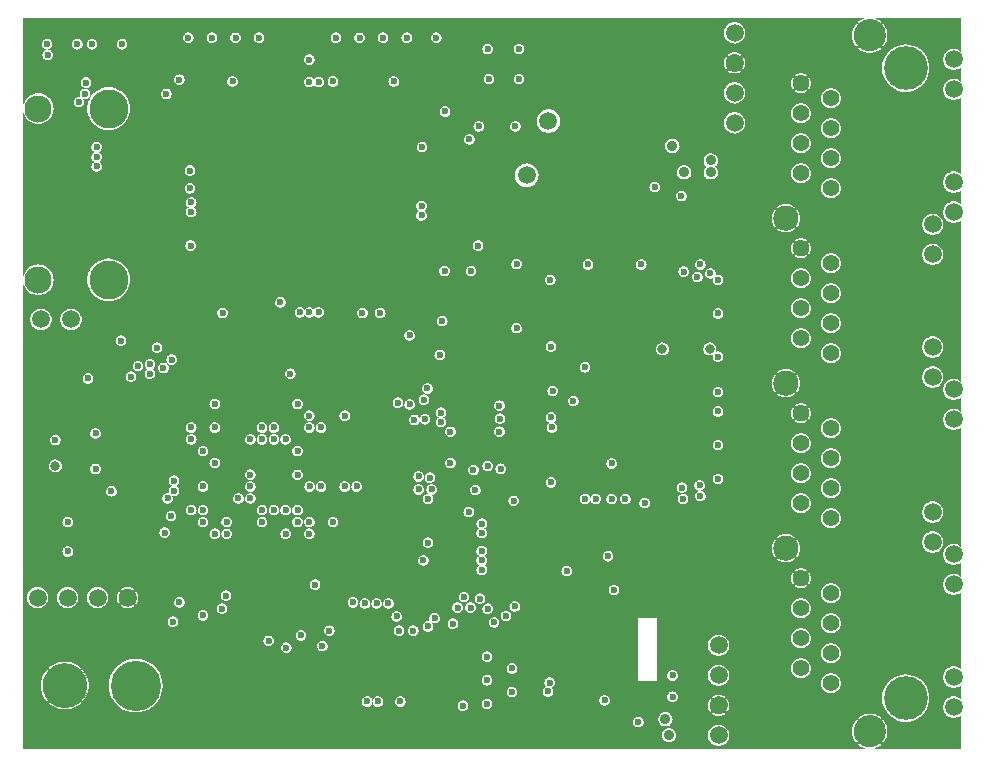
<source format=gbr>
G04 start of page 3 for group 1 idx 2 *
G04 Title: (unknown), GND *
G04 Creator: pcb 1.99z *
G04 CreationDate: Tue 11 Sep 2012 02:04:04 GMT UTC *
G04 For: ralph *
G04 Format: Gerber/RS-274X *
G04 PCB-Dimensions (mm): 80.00 62.50 *
G04 PCB-Coordinate-Origin: lower left *
%MOMM*%
%FSLAX43Y43*%
%LNGROUP1*%
%ADD89C,1.300*%
%ADD88C,3.200*%
%ADD87C,3.500*%
%ADD86C,3.000*%
%ADD85C,1.700*%
%ADD84C,4.000*%
%ADD83C,0.508*%
%ADD82C,0.500*%
%ADD81C,1.000*%
%ADD80C,0.500*%
%ADD79C,0.300*%
%ADD78C,0.800*%
%ADD77C,5.000*%
%ADD76C,0.914*%
%ADD75C,0.900*%
%ADD74C,0.800*%
%ADD73C,0.600*%
%ADD72C,3.300*%
%ADD71C,2.300*%
%ADD70C,3.700*%
%ADD69C,2.700*%
%ADD68C,4.250*%
%ADD67C,3.750*%
%ADD66C,2.106*%
%ADD65C,1.400*%
%ADD64C,1.500*%
%ADD63C,0.002*%
G54D63*G36*
X44774Y27936D02*X44810Y27921D01*
X44860Y27909D01*
X44845Y27902D01*
X44785Y27865D01*
X44774Y27856D01*
Y27936D01*
G37*
G36*
X73216Y61186D02*X73233Y61141D01*
X73265Y61023D01*
X73288Y60903D01*
X73299Y60781D01*
Y60659D01*
X73288Y60537D01*
X73265Y60417D01*
X73233Y60299D01*
X73216Y60254D01*
Y61186D01*
G37*
G36*
Y2246D02*X73233Y2201D01*
X73265Y2083D01*
X73288Y1963D01*
X73299Y1841D01*
Y1719D01*
X73288Y1597D01*
X73265Y1477D01*
X73233Y1359D01*
X73216Y1314D01*
Y2246D01*
G37*
G36*
X77279Y62200D02*X79700D01*
Y59307D01*
X79698Y59308D01*
X79591Y59400D01*
X79470Y59474D01*
X79339Y59529D01*
X79201Y59562D01*
X79060Y59573D01*
X78919Y59562D01*
X78781Y59529D01*
X78650Y59474D01*
X78529Y59400D01*
X78421Y59308D01*
X78329Y59201D01*
X78255Y59080D01*
X78201Y58949D01*
X78168Y58811D01*
X78157Y58670D01*
X78168Y58529D01*
X78201Y58391D01*
X78255Y58260D01*
X78329Y58139D01*
X78421Y58032D01*
X78529Y57940D01*
X78650Y57866D01*
X78781Y57811D01*
X78919Y57778D01*
X79060Y57767D01*
X79201Y57778D01*
X79339Y57811D01*
X79470Y57866D01*
X79591Y57940D01*
X79698Y58032D01*
X79700Y58033D01*
Y56767D01*
X79698Y56769D01*
X79591Y56861D01*
X79470Y56935D01*
X79339Y56989D01*
X79201Y57022D01*
X79060Y57033D01*
X78919Y57022D01*
X78781Y56989D01*
X78650Y56935D01*
X78529Y56861D01*
X78421Y56769D01*
X78329Y56661D01*
X78255Y56540D01*
X78201Y56409D01*
X78168Y56271D01*
X78157Y56130D01*
X78168Y55989D01*
X78201Y55851D01*
X78255Y55720D01*
X78329Y55599D01*
X78421Y55492D01*
X78529Y55400D01*
X78650Y55326D01*
X78781Y55271D01*
X78919Y55238D01*
X79060Y55227D01*
X79201Y55238D01*
X79339Y55271D01*
X79470Y55326D01*
X79591Y55400D01*
X79698Y55492D01*
X79700Y55494D01*
Y48916D01*
X79698Y48918D01*
X79591Y49010D01*
X79470Y49084D01*
X79339Y49139D01*
X79201Y49172D01*
X79060Y49183D01*
X78919Y49172D01*
X78781Y49139D01*
X78650Y49084D01*
X78529Y49010D01*
X78421Y48918D01*
X78329Y48811D01*
X78255Y48690D01*
X78201Y48559D01*
X78168Y48421D01*
X78157Y48280D01*
X78168Y48139D01*
X78201Y48001D01*
X78255Y47870D01*
X78329Y47749D01*
X78421Y47641D01*
X78529Y47549D01*
X78650Y47475D01*
X78781Y47421D01*
X78919Y47388D01*
X79060Y47377D01*
X79201Y47388D01*
X79339Y47421D01*
X79470Y47475D01*
X79591Y47549D01*
X79698Y47641D01*
X79700Y47643D01*
Y46376D01*
X79698Y46378D01*
X79591Y46470D01*
X79470Y46544D01*
X79339Y46599D01*
X79201Y46632D01*
X79060Y46643D01*
X78919Y46632D01*
X78781Y46599D01*
X78650Y46544D01*
X78529Y46470D01*
X78421Y46378D01*
X78329Y46271D01*
X78255Y46150D01*
X78201Y46019D01*
X78168Y45881D01*
X78157Y45740D01*
X78168Y45599D01*
X78201Y45461D01*
X78255Y45330D01*
X78329Y45209D01*
X78421Y45101D01*
X78529Y45009D01*
X78650Y44935D01*
X78781Y44881D01*
X78919Y44848D01*
X79060Y44837D01*
X79201Y44848D01*
X79339Y44881D01*
X79470Y44935D01*
X79591Y45009D01*
X79698Y45101D01*
X79700Y45103D01*
Y31367D01*
X79698Y31369D01*
X79591Y31461D01*
X79470Y31535D01*
X79339Y31589D01*
X79201Y31622D01*
X79060Y31633D01*
X78919Y31622D01*
X78781Y31589D01*
X78650Y31535D01*
X78529Y31461D01*
X78421Y31369D01*
X78329Y31261D01*
X78255Y31140D01*
X78201Y31009D01*
X78168Y30871D01*
X78157Y30730D01*
X78168Y30589D01*
X78201Y30451D01*
X78255Y30320D01*
X78329Y30199D01*
X78421Y30092D01*
X78529Y30000D01*
X78650Y29926D01*
X78781Y29871D01*
X78919Y29838D01*
X79060Y29827D01*
X79201Y29838D01*
X79339Y29871D01*
X79470Y29926D01*
X79591Y30000D01*
X79698Y30092D01*
X79700Y30094D01*
Y28827D01*
X79698Y28829D01*
X79591Y28921D01*
X79470Y28995D01*
X79339Y29049D01*
X79201Y29082D01*
X79060Y29093D01*
X78919Y29082D01*
X78781Y29049D01*
X78650Y28995D01*
X78529Y28921D01*
X78421Y28829D01*
X78329Y28721D01*
X78255Y28600D01*
X78201Y28469D01*
X78168Y28331D01*
X78157Y28190D01*
X78168Y28049D01*
X78201Y27911D01*
X78255Y27780D01*
X78329Y27659D01*
X78421Y27552D01*
X78529Y27460D01*
X78650Y27386D01*
X78781Y27331D01*
X78919Y27298D01*
X79060Y27287D01*
X79201Y27298D01*
X79339Y27331D01*
X79470Y27386D01*
X79591Y27460D01*
X79698Y27552D01*
X79700Y27554D01*
Y17397D01*
X79698Y17399D01*
X79591Y17491D01*
X79470Y17565D01*
X79339Y17619D01*
X79201Y17652D01*
X79060Y17663D01*
X78919Y17652D01*
X78781Y17619D01*
X78650Y17565D01*
X78529Y17491D01*
X78421Y17399D01*
X78329Y17291D01*
X78255Y17170D01*
X78201Y17039D01*
X78168Y16901D01*
X78157Y16760D01*
X78168Y16619D01*
X78201Y16481D01*
X78255Y16350D01*
X78329Y16229D01*
X78421Y16122D01*
X78529Y16030D01*
X78650Y15956D01*
X78781Y15901D01*
X78919Y15868D01*
X79060Y15857D01*
X79201Y15868D01*
X79339Y15901D01*
X79470Y15956D01*
X79591Y16030D01*
X79698Y16122D01*
X79700Y16124D01*
Y14857D01*
X79698Y14859D01*
X79591Y14951D01*
X79470Y15025D01*
X79339Y15079D01*
X79201Y15112D01*
X79060Y15123D01*
X78919Y15112D01*
X78781Y15079D01*
X78650Y15025D01*
X78529Y14951D01*
X78421Y14859D01*
X78329Y14751D01*
X78255Y14630D01*
X78201Y14499D01*
X78168Y14361D01*
X78157Y14220D01*
X78168Y14079D01*
X78201Y13941D01*
X78255Y13810D01*
X78329Y13689D01*
X78421Y13582D01*
X78529Y13490D01*
X78650Y13416D01*
X78781Y13361D01*
X78919Y13328D01*
X79060Y13317D01*
X79201Y13328D01*
X79339Y13361D01*
X79470Y13416D01*
X79591Y13490D01*
X79698Y13582D01*
X79700Y13584D01*
Y7006D01*
X79698Y7008D01*
X79591Y7100D01*
X79470Y7174D01*
X79339Y7229D01*
X79201Y7262D01*
X79060Y7273D01*
X78919Y7262D01*
X78781Y7229D01*
X78650Y7174D01*
X78529Y7100D01*
X78421Y7008D01*
X78329Y6901D01*
X78255Y6780D01*
X78201Y6649D01*
X78168Y6511D01*
X78157Y6370D01*
X78168Y6229D01*
X78201Y6091D01*
X78255Y5960D01*
X78329Y5839D01*
X78421Y5731D01*
X78529Y5639D01*
X78650Y5565D01*
X78781Y5511D01*
X78919Y5478D01*
X79060Y5467D01*
X79201Y5478D01*
X79339Y5511D01*
X79470Y5565D01*
X79591Y5639D01*
X79698Y5731D01*
X79700Y5733D01*
Y4467D01*
X79698Y4468D01*
X79591Y4560D01*
X79470Y4634D01*
X79339Y4689D01*
X79201Y4722D01*
X79060Y4733D01*
X78919Y4722D01*
X78781Y4689D01*
X78650Y4634D01*
X78529Y4560D01*
X78421Y4468D01*
X78329Y4361D01*
X78255Y4240D01*
X78201Y4109D01*
X78168Y3971D01*
X78157Y3830D01*
X78168Y3689D01*
X78201Y3551D01*
X78255Y3420D01*
X78329Y3299D01*
X78421Y3192D01*
X78529Y3100D01*
X78650Y3026D01*
X78781Y2971D01*
X78919Y2938D01*
X79060Y2927D01*
X79201Y2938D01*
X79339Y2971D01*
X79470Y3026D01*
X79591Y3100D01*
X79698Y3192D01*
X79700Y3193D01*
Y300D01*
X77279D01*
Y16897D01*
X77280Y16897D01*
X77421Y16908D01*
X77559Y16941D01*
X77690Y16995D01*
X77811Y17069D01*
X77918Y17161D01*
X78010Y17269D01*
X78084Y17390D01*
X78139Y17521D01*
X78172Y17659D01*
X78180Y17800D01*
X78172Y17941D01*
X78139Y18079D01*
X78084Y18210D01*
X78010Y18331D01*
X77918Y18438D01*
X77811Y18530D01*
X77690Y18604D01*
X77559Y18659D01*
X77421Y18692D01*
X77280Y18703D01*
X77279Y18703D01*
Y19437D01*
X77280Y19437D01*
X77421Y19448D01*
X77559Y19481D01*
X77690Y19535D01*
X77811Y19609D01*
X77918Y19701D01*
X78010Y19809D01*
X78084Y19930D01*
X78139Y20061D01*
X78172Y20199D01*
X78180Y20340D01*
X78172Y20481D01*
X78139Y20619D01*
X78084Y20750D01*
X78010Y20871D01*
X77918Y20978D01*
X77811Y21070D01*
X77690Y21144D01*
X77559Y21199D01*
X77421Y21232D01*
X77280Y21243D01*
X77279Y21243D01*
Y30867D01*
X77280Y30867D01*
X77421Y30878D01*
X77559Y30911D01*
X77690Y30965D01*
X77811Y31039D01*
X77918Y31131D01*
X78010Y31239D01*
X78084Y31360D01*
X78139Y31491D01*
X78172Y31629D01*
X78180Y31770D01*
X78172Y31911D01*
X78139Y32049D01*
X78084Y32180D01*
X78010Y32301D01*
X77918Y32408D01*
X77811Y32500D01*
X77690Y32574D01*
X77559Y32629D01*
X77421Y32662D01*
X77280Y32673D01*
X77279Y32673D01*
Y33407D01*
X77280Y33407D01*
X77421Y33418D01*
X77559Y33451D01*
X77690Y33505D01*
X77811Y33579D01*
X77918Y33671D01*
X78010Y33779D01*
X78084Y33900D01*
X78139Y34031D01*
X78172Y34169D01*
X78180Y34310D01*
X78172Y34451D01*
X78139Y34589D01*
X78084Y34720D01*
X78010Y34841D01*
X77918Y34948D01*
X77811Y35040D01*
X77690Y35114D01*
X77559Y35169D01*
X77421Y35202D01*
X77280Y35213D01*
X77279Y35213D01*
Y41257D01*
X77280Y41257D01*
X77421Y41268D01*
X77559Y41301D01*
X77690Y41356D01*
X77811Y41430D01*
X77918Y41522D01*
X78010Y41629D01*
X78084Y41750D01*
X78139Y41881D01*
X78172Y42019D01*
X78180Y42160D01*
X78172Y42301D01*
X78139Y42439D01*
X78084Y42570D01*
X78010Y42691D01*
X77918Y42799D01*
X77811Y42891D01*
X77690Y42965D01*
X77559Y43019D01*
X77421Y43052D01*
X77280Y43063D01*
X77279Y43063D01*
Y43797D01*
X77280Y43797D01*
X77421Y43808D01*
X77559Y43841D01*
X77690Y43896D01*
X77811Y43970D01*
X77918Y44062D01*
X78010Y44169D01*
X78084Y44290D01*
X78139Y44421D01*
X78172Y44559D01*
X78180Y44700D01*
X78172Y44841D01*
X78139Y44979D01*
X78084Y45110D01*
X78010Y45231D01*
X77918Y45339D01*
X77811Y45431D01*
X77690Y45505D01*
X77559Y45559D01*
X77421Y45592D01*
X77280Y45603D01*
X77279Y45603D01*
Y62200D01*
G37*
G36*
X73216D02*X77279D01*
Y45603D01*
X77139Y45592D01*
X77001Y45559D01*
X76870Y45505D01*
X76749Y45431D01*
X76641Y45339D01*
X76549Y45231D01*
X76475Y45110D01*
X76421Y44979D01*
X76388Y44841D01*
X76377Y44700D01*
X76388Y44559D01*
X76421Y44421D01*
X76475Y44290D01*
X76549Y44169D01*
X76641Y44062D01*
X76749Y43970D01*
X76870Y43896D01*
X77001Y43841D01*
X77139Y43808D01*
X77279Y43797D01*
Y43063D01*
X77139Y43052D01*
X77001Y43019D01*
X76870Y42965D01*
X76749Y42891D01*
X76641Y42799D01*
X76549Y42691D01*
X76475Y42570D01*
X76421Y42439D01*
X76388Y42301D01*
X76377Y42160D01*
X76388Y42019D01*
X76421Y41881D01*
X76475Y41750D01*
X76549Y41629D01*
X76641Y41522D01*
X76749Y41430D01*
X76870Y41356D01*
X77001Y41301D01*
X77139Y41268D01*
X77279Y41257D01*
Y35213D01*
X77139Y35202D01*
X77001Y35169D01*
X76870Y35114D01*
X76749Y35040D01*
X76641Y34948D01*
X76549Y34841D01*
X76475Y34720D01*
X76421Y34589D01*
X76388Y34451D01*
X76377Y34310D01*
X76388Y34169D01*
X76421Y34031D01*
X76475Y33900D01*
X76549Y33779D01*
X76641Y33671D01*
X76749Y33579D01*
X76870Y33505D01*
X77001Y33451D01*
X77139Y33418D01*
X77279Y33407D01*
Y32673D01*
X77139Y32662D01*
X77001Y32629D01*
X76870Y32574D01*
X76749Y32500D01*
X76641Y32408D01*
X76549Y32301D01*
X76475Y32180D01*
X76421Y32049D01*
X76388Y31911D01*
X76377Y31770D01*
X76388Y31629D01*
X76421Y31491D01*
X76475Y31360D01*
X76549Y31239D01*
X76641Y31131D01*
X76749Y31039D01*
X76870Y30965D01*
X77001Y30911D01*
X77139Y30878D01*
X77279Y30867D01*
Y21243D01*
X77139Y21232D01*
X77001Y21199D01*
X76870Y21144D01*
X76749Y21070D01*
X76641Y20978D01*
X76549Y20871D01*
X76475Y20750D01*
X76421Y20619D01*
X76388Y20481D01*
X76377Y20340D01*
X76388Y20199D01*
X76421Y20061D01*
X76475Y19930D01*
X76549Y19809D01*
X76641Y19701D01*
X76749Y19609D01*
X76870Y19535D01*
X77001Y19481D01*
X77139Y19448D01*
X77279Y19437D01*
Y18703D01*
X77139Y18692D01*
X77001Y18659D01*
X76870Y18604D01*
X76749Y18530D01*
X76641Y18438D01*
X76549Y18331D01*
X76475Y18210D01*
X76421Y18079D01*
X76388Y17941D01*
X76377Y17800D01*
X76388Y17659D01*
X76421Y17521D01*
X76475Y17390D01*
X76549Y17269D01*
X76641Y17161D01*
X76749Y17069D01*
X76870Y16995D01*
X77001Y16941D01*
X77139Y16908D01*
X77279Y16897D01*
Y300D01*
X73216D01*
Y974D01*
X73269Y1062D01*
X73328Y1184D01*
X73377Y1311D01*
X73413Y1443D01*
X73438Y1576D01*
X73450Y1712D01*
Y1848D01*
X73438Y1984D01*
X73413Y2118D01*
X73377Y2249D01*
X73328Y2376D01*
X73269Y2498D01*
X73216Y2586D01*
Y3664D01*
X73377Y3401D01*
X73581Y3161D01*
X73821Y2957D01*
X74089Y2792D01*
X74380Y2672D01*
X74686Y2598D01*
X75000Y2574D01*
X75314Y2598D01*
X75620Y2672D01*
X75911Y2792D01*
X76179Y2957D01*
X76419Y3161D01*
X76623Y3401D01*
X76788Y3669D01*
X76908Y3960D01*
X76982Y4266D01*
X77000Y4580D01*
X76982Y4894D01*
X76908Y5200D01*
X76788Y5491D01*
X76623Y5759D01*
X76419Y5999D01*
X76179Y6203D01*
X75911Y6368D01*
X75620Y6488D01*
X75314Y6562D01*
X75000Y6586D01*
X74686Y6562D01*
X74380Y6488D01*
X74089Y6368D01*
X73821Y6203D01*
X73581Y5999D01*
X73377Y5759D01*
X73216Y5496D01*
Y57004D01*
X73377Y56741D01*
X73581Y56501D01*
X73821Y56297D01*
X74089Y56132D01*
X74380Y56012D01*
X74686Y55938D01*
X75000Y55914D01*
X75314Y55938D01*
X75620Y56012D01*
X75911Y56132D01*
X76179Y56297D01*
X76419Y56501D01*
X76623Y56741D01*
X76788Y57009D01*
X76908Y57300D01*
X76982Y57606D01*
X77000Y57920D01*
X76982Y58234D01*
X76908Y58540D01*
X76788Y58831D01*
X76623Y59099D01*
X76419Y59339D01*
X76179Y59543D01*
X75911Y59708D01*
X75620Y59828D01*
X75314Y59902D01*
X75000Y59926D01*
X74686Y59902D01*
X74380Y59828D01*
X74089Y59708D01*
X73821Y59543D01*
X73581Y59339D01*
X73377Y59099D01*
X73216Y58836D01*
Y59914D01*
X73269Y60002D01*
X73328Y60124D01*
X73377Y60251D01*
X73413Y60383D01*
X73438Y60516D01*
X73450Y60652D01*
Y60788D01*
X73438Y60924D01*
X73413Y61058D01*
X73377Y61189D01*
X73328Y61316D01*
X73269Y61438D01*
X73216Y61526D01*
Y62200D01*
G37*
G36*
X71949Y62069D02*X72011D01*
X72133Y62058D01*
X72253Y62035D01*
X72371Y62003D01*
X72486Y61959D01*
X72596Y61906D01*
X72700Y61842D01*
X72799Y61770D01*
X72809Y61763D01*
X72819Y61758D01*
X72830Y61754D01*
X72842Y61753D01*
X72854Y61753D01*
X72866Y61755D01*
X72877Y61759D01*
X72887Y61765D01*
X72897Y61772D01*
X72905Y61781D01*
X72911Y61790D01*
X72916Y61801D01*
X72920Y61812D01*
X72921Y61824D01*
X72921Y61836D01*
X72919Y61848D01*
X72915Y61859D01*
X72909Y61869D01*
X72902Y61878D01*
X72893Y61886D01*
X72785Y61968D01*
X72668Y62039D01*
X72546Y62098D01*
X72419Y62147D01*
X72287Y62183D01*
X72196Y62200D01*
X73216D01*
Y61526D01*
X73198Y61555D01*
X73118Y61664D01*
X73109Y61673D01*
X73100Y61680D01*
X73089Y61686D01*
X73078Y61690D01*
X73066Y61692D01*
X73054Y61693D01*
X73042Y61691D01*
X73031Y61688D01*
X73020Y61683D01*
X73010Y61676D01*
X73001Y61667D01*
X72994Y61658D01*
X72988Y61647D01*
X72984Y61636D01*
X72982Y61624D01*
X72981Y61612D01*
X72983Y61600D01*
X72986Y61589D01*
X72992Y61578D01*
X72999Y61568D01*
X73072Y61470D01*
X73136Y61366D01*
X73189Y61256D01*
X73216Y61186D01*
Y60254D01*
X73189Y60184D01*
X73136Y60074D01*
X73072Y59970D01*
X73000Y59871D01*
X72993Y59861D01*
X72988Y59851D01*
X72984Y59839D01*
X72983Y59828D01*
X72983Y59816D01*
X72985Y59804D01*
X72989Y59793D01*
X72995Y59783D01*
X73002Y59773D01*
X73011Y59765D01*
X73020Y59759D01*
X73031Y59754D01*
X73042Y59750D01*
X73054Y59749D01*
X73066Y59749D01*
X73078Y59751D01*
X73089Y59755D01*
X73099Y59761D01*
X73108Y59768D01*
X73116Y59777D01*
X73198Y59885D01*
X73216Y59914D01*
Y58836D01*
X73212Y58831D01*
X73092Y58540D01*
X73018Y58234D01*
X72994Y57920D01*
X73018Y57606D01*
X73092Y57300D01*
X73212Y57009D01*
X73216Y57004D01*
Y5496D01*
X73212Y5491D01*
X73092Y5200D01*
X73018Y4894D01*
X72994Y4580D01*
X73018Y4266D01*
X73092Y3960D01*
X73212Y3669D01*
X73216Y3664D01*
Y2586D01*
X73198Y2615D01*
X73118Y2724D01*
X73109Y2733D01*
X73100Y2740D01*
X73089Y2746D01*
X73078Y2750D01*
X73066Y2752D01*
X73054Y2753D01*
X73042Y2751D01*
X73031Y2748D01*
X73020Y2743D01*
X73010Y2736D01*
X73001Y2727D01*
X72994Y2718D01*
X72988Y2707D01*
X72984Y2696D01*
X72982Y2684D01*
X72981Y2672D01*
X72983Y2660D01*
X72986Y2649D01*
X72992Y2638D01*
X72999Y2628D01*
X73072Y2530D01*
X73136Y2426D01*
X73189Y2316D01*
X73216Y2246D01*
Y1314D01*
X73189Y1244D01*
X73136Y1134D01*
X73072Y1030D01*
X73000Y931D01*
X72993Y921D01*
X72988Y911D01*
X72984Y899D01*
X72983Y888D01*
X72983Y876D01*
X72985Y864D01*
X72989Y853D01*
X72995Y843D01*
X73002Y833D01*
X73011Y825D01*
X73020Y819D01*
X73031Y814D01*
X73042Y810D01*
X73054Y809D01*
X73066Y809D01*
X73078Y811D01*
X73089Y815D01*
X73099Y821D01*
X73108Y828D01*
X73116Y837D01*
X73198Y945D01*
X73216Y974D01*
Y300D01*
X72196D01*
X72287Y317D01*
X72419Y353D01*
X72546Y402D01*
X72668Y461D01*
X72785Y532D01*
X72894Y612D01*
X72903Y621D01*
X72910Y630D01*
X72916Y641D01*
X72920Y652D01*
X72922Y664D01*
X72923Y676D01*
X72921Y688D01*
X72918Y699D01*
X72913Y710D01*
X72906Y720D01*
X72897Y729D01*
X72888Y736D01*
X72877Y742D01*
X72866Y746D01*
X72854Y748D01*
X72842Y749D01*
X72830Y747D01*
X72819Y744D01*
X72808Y738D01*
X72798Y731D01*
X72700Y658D01*
X72596Y594D01*
X72486Y541D01*
X72371Y497D01*
X72253Y465D01*
X72133Y442D01*
X72011Y431D01*
X71949D01*
Y3129D01*
X72011D01*
X72133Y3118D01*
X72253Y3095D01*
X72371Y3063D01*
X72486Y3019D01*
X72596Y2966D01*
X72700Y2902D01*
X72799Y2830D01*
X72809Y2823D01*
X72819Y2818D01*
X72830Y2814D01*
X72842Y2813D01*
X72854Y2813D01*
X72866Y2815D01*
X72877Y2819D01*
X72887Y2825D01*
X72897Y2832D01*
X72905Y2841D01*
X72911Y2850D01*
X72916Y2861D01*
X72920Y2872D01*
X72921Y2884D01*
X72921Y2896D01*
X72919Y2908D01*
X72915Y2919D01*
X72909Y2929D01*
X72902Y2938D01*
X72893Y2946D01*
X72785Y3028D01*
X72668Y3099D01*
X72546Y3158D01*
X72419Y3207D01*
X72287Y3243D01*
X72154Y3268D01*
X72018Y3280D01*
X71949D01*
Y59220D01*
X72018D01*
X72154Y59232D01*
X72287Y59257D01*
X72419Y59293D01*
X72546Y59342D01*
X72668Y59401D01*
X72785Y59472D01*
X72894Y59552D01*
X72903Y59561D01*
X72910Y59570D01*
X72916Y59581D01*
X72920Y59592D01*
X72922Y59604D01*
X72923Y59616D01*
X72921Y59628D01*
X72918Y59639D01*
X72913Y59650D01*
X72906Y59660D01*
X72897Y59669D01*
X72888Y59676D01*
X72877Y59682D01*
X72866Y59686D01*
X72854Y59688D01*
X72842Y59689D01*
X72830Y59687D01*
X72819Y59684D01*
X72808Y59678D01*
X72798Y59671D01*
X72700Y59598D01*
X72596Y59534D01*
X72486Y59481D01*
X72371Y59437D01*
X72253Y59405D01*
X72133Y59382D01*
X72011Y59371D01*
X71949D01*
Y62069D01*
G37*
G36*
X70684Y62200D02*X71704D01*
X71612Y62183D01*
X71481Y62147D01*
X71354Y62098D01*
X71232Y62039D01*
X71115Y61968D01*
X71006Y61888D01*
X70997Y61879D01*
X70990Y61870D01*
X70984Y61859D01*
X70980Y61848D01*
X70978Y61836D01*
X70977Y61824D01*
X70979Y61812D01*
X70982Y61801D01*
X70987Y61790D01*
X70994Y61780D01*
X71002Y61771D01*
X71012Y61764D01*
X71023Y61758D01*
X71034Y61754D01*
X71046Y61752D01*
X71058Y61751D01*
X71070Y61753D01*
X71081Y61756D01*
X71092Y61762D01*
X71102Y61769D01*
X71200Y61842D01*
X71304Y61906D01*
X71414Y61959D01*
X71529Y62003D01*
X71647Y62035D01*
X71767Y62058D01*
X71889Y62069D01*
X71949D01*
Y59371D01*
X71889D01*
X71767Y59382D01*
X71647Y59405D01*
X71529Y59437D01*
X71414Y59481D01*
X71304Y59534D01*
X71200Y59598D01*
X71101Y59670D01*
X71091Y59677D01*
X71081Y59682D01*
X71069Y59686D01*
X71058Y59687D01*
X71046Y59687D01*
X71034Y59685D01*
X71023Y59681D01*
X71013Y59675D01*
X71003Y59668D01*
X70995Y59659D01*
X70989Y59650D01*
X70984Y59639D01*
X70980Y59628D01*
X70979Y59616D01*
X70979Y59604D01*
X70981Y59592D01*
X70985Y59581D01*
X70991Y59571D01*
X70998Y59562D01*
X71007Y59554D01*
X71115Y59472D01*
X71232Y59401D01*
X71354Y59342D01*
X71481Y59293D01*
X71612Y59257D01*
X71746Y59232D01*
X71882Y59220D01*
X71949D01*
Y3280D01*
X71882D01*
X71746Y3268D01*
X71612Y3243D01*
X71481Y3207D01*
X71354Y3158D01*
X71232Y3099D01*
X71115Y3028D01*
X71006Y2948D01*
X70997Y2939D01*
X70990Y2930D01*
X70984Y2919D01*
X70980Y2908D01*
X70978Y2896D01*
X70977Y2884D01*
X70979Y2872D01*
X70982Y2861D01*
X70987Y2850D01*
X70994Y2840D01*
X71002Y2831D01*
X71012Y2824D01*
X71023Y2818D01*
X71034Y2814D01*
X71046Y2812D01*
X71058Y2811D01*
X71070Y2813D01*
X71081Y2816D01*
X71092Y2822D01*
X71102Y2829D01*
X71200Y2902D01*
X71304Y2966D01*
X71414Y3019D01*
X71529Y3063D01*
X71647Y3095D01*
X71767Y3118D01*
X71889Y3129D01*
X71949D01*
Y431D01*
X71889D01*
X71767Y442D01*
X71647Y465D01*
X71529Y497D01*
X71414Y541D01*
X71304Y594D01*
X71200Y658D01*
X71101Y730D01*
X71091Y737D01*
X71081Y742D01*
X71069Y746D01*
X71058Y747D01*
X71046Y747D01*
X71034Y745D01*
X71023Y741D01*
X71013Y735D01*
X71003Y728D01*
X70995Y719D01*
X70989Y710D01*
X70984Y699D01*
X70980Y688D01*
X70979Y676D01*
X70979Y664D01*
X70981Y652D01*
X70985Y641D01*
X70991Y631D01*
X70998Y622D01*
X71007Y614D01*
X71115Y532D01*
X71232Y461D01*
X71354Y402D01*
X71481Y353D01*
X71612Y317D01*
X71704Y300D01*
X70684D01*
Y974D01*
X70702Y945D01*
X70782Y836D01*
X70791Y827D01*
X70800Y820D01*
X70811Y814D01*
X70822Y810D01*
X70834Y808D01*
X70846Y807D01*
X70858Y809D01*
X70869Y812D01*
X70880Y817D01*
X70890Y824D01*
X70899Y833D01*
X70906Y842D01*
X70912Y853D01*
X70916Y864D01*
X70918Y876D01*
X70919Y888D01*
X70917Y900D01*
X70914Y911D01*
X70908Y922D01*
X70901Y932D01*
X70828Y1030D01*
X70764Y1134D01*
X70711Y1244D01*
X70684Y1314D01*
Y2246D01*
X70711Y2316D01*
X70764Y2426D01*
X70828Y2530D01*
X70900Y2629D01*
X70907Y2639D01*
X70912Y2649D01*
X70916Y2661D01*
X70917Y2672D01*
X70917Y2684D01*
X70915Y2696D01*
X70911Y2707D01*
X70905Y2717D01*
X70898Y2727D01*
X70889Y2735D01*
X70880Y2741D01*
X70869Y2746D01*
X70858Y2750D01*
X70846Y2751D01*
X70834Y2751D01*
X70822Y2749D01*
X70811Y2745D01*
X70801Y2739D01*
X70792Y2732D01*
X70784Y2723D01*
X70702Y2615D01*
X70684Y2586D01*
Y59914D01*
X70702Y59885D01*
X70782Y59776D01*
X70791Y59767D01*
X70800Y59760D01*
X70811Y59754D01*
X70822Y59750D01*
X70834Y59748D01*
X70846Y59747D01*
X70858Y59749D01*
X70869Y59752D01*
X70880Y59757D01*
X70890Y59764D01*
X70899Y59773D01*
X70906Y59782D01*
X70912Y59793D01*
X70916Y59804D01*
X70918Y59816D01*
X70919Y59828D01*
X70917Y59840D01*
X70914Y59851D01*
X70908Y59862D01*
X70901Y59872D01*
X70828Y59970D01*
X70764Y60074D01*
X70711Y60184D01*
X70684Y60254D01*
Y61186D01*
X70711Y61256D01*
X70764Y61366D01*
X70828Y61470D01*
X70900Y61569D01*
X70907Y61579D01*
X70912Y61589D01*
X70916Y61601D01*
X70917Y61612D01*
X70917Y61624D01*
X70915Y61636D01*
X70911Y61647D01*
X70905Y61657D01*
X70898Y61667D01*
X70889Y61675D01*
X70880Y61681D01*
X70869Y61686D01*
X70858Y61690D01*
X70846Y61691D01*
X70834Y61691D01*
X70822Y61689D01*
X70811Y61685D01*
X70801Y61679D01*
X70792Y61672D01*
X70784Y61663D01*
X70702Y61555D01*
X70684Y61526D01*
Y62200D01*
G37*
G36*
Y60254D02*X70667Y60299D01*
X70634Y60417D01*
X70612Y60537D01*
X70601Y60659D01*
Y60781D01*
X70612Y60903D01*
X70634Y61023D01*
X70667Y61141D01*
X70684Y61186D01*
Y60254D01*
G37*
G36*
Y1314D02*X70667Y1359D01*
X70634Y1477D01*
X70612Y1597D01*
X70601Y1719D01*
Y1841D01*
X70612Y1963D01*
X70634Y2083D01*
X70667Y2201D01*
X70684Y2246D01*
Y1314D01*
G37*
G36*
X68649Y62200D02*X70684D01*
Y61526D01*
X70631Y61438D01*
X70572Y61316D01*
X70523Y61189D01*
X70487Y61058D01*
X70462Y60924D01*
X70450Y60788D01*
Y60652D01*
X70462Y60516D01*
X70487Y60383D01*
X70523Y60251D01*
X70572Y60124D01*
X70631Y60002D01*
X70684Y59914D01*
Y2586D01*
X70631Y2498D01*
X70572Y2376D01*
X70523Y2249D01*
X70487Y2118D01*
X70462Y1984D01*
X70450Y1848D01*
Y1712D01*
X70462Y1576D01*
X70487Y1443D01*
X70523Y1311D01*
X70572Y1184D01*
X70631Y1062D01*
X70684Y974D01*
Y300D01*
X68649D01*
Y4997D01*
X68650Y4997D01*
X68783Y5008D01*
X68914Y5039D01*
X69037Y5090D01*
X69151Y5160D01*
X69253Y5247D01*
X69340Y5349D01*
X69410Y5463D01*
X69461Y5586D01*
X69492Y5717D01*
X69500Y5850D01*
X69492Y5983D01*
X69461Y6114D01*
X69410Y6237D01*
X69340Y6351D01*
X69253Y6453D01*
X69151Y6540D01*
X69037Y6610D01*
X68914Y6661D01*
X68783Y6692D01*
X68650Y6703D01*
X68649Y6703D01*
Y7537D01*
X68650Y7537D01*
X68783Y7548D01*
X68914Y7579D01*
X69037Y7630D01*
X69151Y7700D01*
X69253Y7787D01*
X69340Y7889D01*
X69410Y8003D01*
X69461Y8126D01*
X69492Y8257D01*
X69500Y8390D01*
X69492Y8523D01*
X69461Y8654D01*
X69410Y8777D01*
X69340Y8891D01*
X69253Y8993D01*
X69151Y9080D01*
X69037Y9150D01*
X68914Y9201D01*
X68783Y9232D01*
X68650Y9243D01*
X68649Y9243D01*
Y10077D01*
X68650Y10077D01*
X68783Y10088D01*
X68914Y10119D01*
X69037Y10170D01*
X69151Y10240D01*
X69253Y10327D01*
X69340Y10429D01*
X69410Y10543D01*
X69461Y10666D01*
X69492Y10797D01*
X69500Y10930D01*
X69492Y11063D01*
X69461Y11194D01*
X69410Y11317D01*
X69340Y11431D01*
X69253Y11533D01*
X69151Y11620D01*
X69037Y11690D01*
X68914Y11741D01*
X68783Y11772D01*
X68650Y11783D01*
X68649Y11783D01*
Y12617D01*
X68650Y12617D01*
X68783Y12628D01*
X68914Y12659D01*
X69037Y12710D01*
X69151Y12780D01*
X69253Y12867D01*
X69340Y12969D01*
X69410Y13083D01*
X69461Y13206D01*
X69492Y13337D01*
X69500Y13470D01*
X69492Y13603D01*
X69461Y13734D01*
X69410Y13857D01*
X69340Y13971D01*
X69253Y14073D01*
X69151Y14160D01*
X69037Y14230D01*
X68914Y14281D01*
X68783Y14312D01*
X68650Y14323D01*
X68649Y14323D01*
Y18967D01*
X68650Y18967D01*
X68783Y18978D01*
X68914Y19009D01*
X69037Y19060D01*
X69151Y19130D01*
X69253Y19217D01*
X69340Y19319D01*
X69410Y19433D01*
X69461Y19556D01*
X69492Y19687D01*
X69500Y19820D01*
X69492Y19953D01*
X69461Y20084D01*
X69410Y20207D01*
X69340Y20321D01*
X69253Y20423D01*
X69151Y20510D01*
X69037Y20580D01*
X68914Y20631D01*
X68783Y20662D01*
X68650Y20673D01*
X68649Y20673D01*
Y21507D01*
X68650Y21507D01*
X68783Y21518D01*
X68914Y21549D01*
X69037Y21600D01*
X69151Y21670D01*
X69253Y21757D01*
X69340Y21859D01*
X69410Y21973D01*
X69461Y22096D01*
X69492Y22227D01*
X69500Y22360D01*
X69492Y22493D01*
X69461Y22624D01*
X69410Y22747D01*
X69340Y22861D01*
X69253Y22963D01*
X69151Y23050D01*
X69037Y23120D01*
X68914Y23171D01*
X68783Y23202D01*
X68650Y23213D01*
X68649Y23213D01*
Y24047D01*
X68650Y24047D01*
X68783Y24058D01*
X68914Y24089D01*
X69037Y24140D01*
X69151Y24210D01*
X69253Y24297D01*
X69340Y24399D01*
X69410Y24513D01*
X69461Y24636D01*
X69492Y24767D01*
X69500Y24900D01*
X69492Y25033D01*
X69461Y25164D01*
X69410Y25287D01*
X69340Y25401D01*
X69253Y25503D01*
X69151Y25590D01*
X69037Y25660D01*
X68914Y25711D01*
X68783Y25742D01*
X68650Y25753D01*
X68649Y25753D01*
Y26587D01*
X68650Y26587D01*
X68783Y26598D01*
X68914Y26629D01*
X69037Y26680D01*
X69151Y26750D01*
X69253Y26837D01*
X69340Y26939D01*
X69410Y27053D01*
X69461Y27176D01*
X69492Y27307D01*
X69500Y27440D01*
X69492Y27573D01*
X69461Y27704D01*
X69410Y27827D01*
X69340Y27941D01*
X69253Y28043D01*
X69151Y28130D01*
X69037Y28200D01*
X68914Y28251D01*
X68783Y28282D01*
X68650Y28293D01*
X68649Y28293D01*
Y32937D01*
X68650Y32937D01*
X68783Y32948D01*
X68914Y32979D01*
X69037Y33030D01*
X69151Y33100D01*
X69253Y33187D01*
X69340Y33289D01*
X69410Y33403D01*
X69461Y33526D01*
X69492Y33657D01*
X69500Y33790D01*
X69492Y33923D01*
X69461Y34054D01*
X69410Y34177D01*
X69340Y34291D01*
X69253Y34393D01*
X69151Y34480D01*
X69037Y34550D01*
X68914Y34601D01*
X68783Y34632D01*
X68650Y34643D01*
X68649Y34643D01*
Y35477D01*
X68650Y35477D01*
X68783Y35488D01*
X68914Y35519D01*
X69037Y35570D01*
X69151Y35640D01*
X69253Y35727D01*
X69340Y35829D01*
X69410Y35943D01*
X69461Y36066D01*
X69492Y36197D01*
X69500Y36330D01*
X69492Y36463D01*
X69461Y36594D01*
X69410Y36717D01*
X69340Y36831D01*
X69253Y36933D01*
X69151Y37020D01*
X69037Y37090D01*
X68914Y37141D01*
X68783Y37172D01*
X68650Y37183D01*
X68649Y37183D01*
Y38017D01*
X68650Y38017D01*
X68783Y38028D01*
X68914Y38059D01*
X69037Y38110D01*
X69151Y38180D01*
X69253Y38267D01*
X69340Y38369D01*
X69410Y38483D01*
X69461Y38606D01*
X69492Y38737D01*
X69500Y38870D01*
X69492Y39003D01*
X69461Y39134D01*
X69410Y39257D01*
X69340Y39371D01*
X69253Y39473D01*
X69151Y39560D01*
X69037Y39630D01*
X68914Y39681D01*
X68783Y39712D01*
X68650Y39723D01*
X68649Y39723D01*
Y40557D01*
X68650Y40557D01*
X68783Y40568D01*
X68914Y40599D01*
X69037Y40650D01*
X69151Y40720D01*
X69253Y40807D01*
X69340Y40909D01*
X69410Y41023D01*
X69461Y41146D01*
X69492Y41277D01*
X69500Y41410D01*
X69492Y41543D01*
X69461Y41674D01*
X69410Y41797D01*
X69340Y41911D01*
X69253Y42013D01*
X69151Y42100D01*
X69037Y42170D01*
X68914Y42221D01*
X68783Y42252D01*
X68650Y42263D01*
X68649Y42263D01*
Y46907D01*
X68650Y46907D01*
X68783Y46918D01*
X68914Y46949D01*
X69037Y47000D01*
X69151Y47070D01*
X69253Y47157D01*
X69340Y47259D01*
X69410Y47373D01*
X69461Y47496D01*
X69492Y47627D01*
X69500Y47760D01*
X69492Y47893D01*
X69461Y48024D01*
X69410Y48147D01*
X69340Y48261D01*
X69253Y48363D01*
X69151Y48450D01*
X69037Y48520D01*
X68914Y48571D01*
X68783Y48602D01*
X68650Y48613D01*
X68649Y48613D01*
Y49447D01*
X68650Y49447D01*
X68783Y49458D01*
X68914Y49489D01*
X69037Y49540D01*
X69151Y49610D01*
X69253Y49697D01*
X69340Y49799D01*
X69410Y49913D01*
X69461Y50036D01*
X69492Y50167D01*
X69500Y50300D01*
X69492Y50433D01*
X69461Y50564D01*
X69410Y50687D01*
X69340Y50801D01*
X69253Y50903D01*
X69151Y50990D01*
X69037Y51060D01*
X68914Y51111D01*
X68783Y51142D01*
X68650Y51153D01*
X68649Y51153D01*
Y51987D01*
X68650Y51987D01*
X68783Y51998D01*
X68914Y52029D01*
X69037Y52080D01*
X69151Y52150D01*
X69253Y52237D01*
X69340Y52339D01*
X69410Y52453D01*
X69461Y52576D01*
X69492Y52707D01*
X69500Y52840D01*
X69492Y52973D01*
X69461Y53104D01*
X69410Y53227D01*
X69340Y53341D01*
X69253Y53443D01*
X69151Y53530D01*
X69037Y53600D01*
X68914Y53651D01*
X68783Y53682D01*
X68650Y53693D01*
X68649Y53693D01*
Y54527D01*
X68650Y54527D01*
X68783Y54538D01*
X68914Y54569D01*
X69037Y54620D01*
X69151Y54690D01*
X69253Y54777D01*
X69340Y54879D01*
X69410Y54993D01*
X69461Y55116D01*
X69492Y55247D01*
X69500Y55380D01*
X69492Y55513D01*
X69461Y55644D01*
X69410Y55767D01*
X69340Y55881D01*
X69253Y55983D01*
X69151Y56070D01*
X69037Y56140D01*
X68914Y56191D01*
X68783Y56222D01*
X68650Y56233D01*
X68649Y56233D01*
Y62200D01*
G37*
G36*
X66819D02*X68649D01*
Y56233D01*
X68517Y56222D01*
X68386Y56191D01*
X68263Y56140D01*
X68149Y56070D01*
X68047Y55983D01*
X67960Y55881D01*
X67890Y55767D01*
X67839Y55644D01*
X67808Y55513D01*
X67797Y55380D01*
X67808Y55247D01*
X67839Y55116D01*
X67890Y54993D01*
X67960Y54879D01*
X68047Y54777D01*
X68149Y54690D01*
X68263Y54620D01*
X68386Y54569D01*
X68517Y54538D01*
X68649Y54527D01*
Y53693D01*
X68517Y53682D01*
X68386Y53651D01*
X68263Y53600D01*
X68149Y53530D01*
X68047Y53443D01*
X67960Y53341D01*
X67890Y53227D01*
X67839Y53104D01*
X67808Y52973D01*
X67797Y52840D01*
X67808Y52707D01*
X67839Y52576D01*
X67890Y52453D01*
X67960Y52339D01*
X68047Y52237D01*
X68149Y52150D01*
X68263Y52080D01*
X68386Y52029D01*
X68517Y51998D01*
X68649Y51987D01*
Y51153D01*
X68517Y51142D01*
X68386Y51111D01*
X68263Y51060D01*
X68149Y50990D01*
X68047Y50903D01*
X67960Y50801D01*
X67890Y50687D01*
X67839Y50564D01*
X67808Y50433D01*
X67797Y50300D01*
X67808Y50167D01*
X67839Y50036D01*
X67890Y49913D01*
X67960Y49799D01*
X68047Y49697D01*
X68149Y49610D01*
X68263Y49540D01*
X68386Y49489D01*
X68517Y49458D01*
X68649Y49447D01*
Y48613D01*
X68517Y48602D01*
X68386Y48571D01*
X68263Y48520D01*
X68149Y48450D01*
X68047Y48363D01*
X67960Y48261D01*
X67890Y48147D01*
X67839Y48024D01*
X67808Y47893D01*
X67797Y47760D01*
X67808Y47627D01*
X67839Y47496D01*
X67890Y47373D01*
X67960Y47259D01*
X68047Y47157D01*
X68149Y47070D01*
X68263Y47000D01*
X68386Y46949D01*
X68517Y46918D01*
X68649Y46907D01*
Y42263D01*
X68517Y42252D01*
X68386Y42221D01*
X68263Y42170D01*
X68149Y42100D01*
X68047Y42013D01*
X67960Y41911D01*
X67890Y41797D01*
X67839Y41674D01*
X67808Y41543D01*
X67797Y41410D01*
X67808Y41277D01*
X67839Y41146D01*
X67890Y41023D01*
X67960Y40909D01*
X68047Y40807D01*
X68149Y40720D01*
X68263Y40650D01*
X68386Y40599D01*
X68517Y40568D01*
X68649Y40557D01*
Y39723D01*
X68517Y39712D01*
X68386Y39681D01*
X68263Y39630D01*
X68149Y39560D01*
X68047Y39473D01*
X67960Y39371D01*
X67890Y39257D01*
X67839Y39134D01*
X67808Y39003D01*
X67797Y38870D01*
X67808Y38737D01*
X67839Y38606D01*
X67890Y38483D01*
X67960Y38369D01*
X68047Y38267D01*
X68149Y38180D01*
X68263Y38110D01*
X68386Y38059D01*
X68517Y38028D01*
X68649Y38017D01*
Y37183D01*
X68517Y37172D01*
X68386Y37141D01*
X68263Y37090D01*
X68149Y37020D01*
X68047Y36933D01*
X67960Y36831D01*
X67890Y36717D01*
X67839Y36594D01*
X67808Y36463D01*
X67797Y36330D01*
X67808Y36197D01*
X67839Y36066D01*
X67890Y35943D01*
X67960Y35829D01*
X68047Y35727D01*
X68149Y35640D01*
X68263Y35570D01*
X68386Y35519D01*
X68517Y35488D01*
X68649Y35477D01*
Y34643D01*
X68517Y34632D01*
X68386Y34601D01*
X68263Y34550D01*
X68149Y34480D01*
X68047Y34393D01*
X67960Y34291D01*
X67890Y34177D01*
X67839Y34054D01*
X67808Y33923D01*
X67797Y33790D01*
X67808Y33657D01*
X67839Y33526D01*
X67890Y33403D01*
X67960Y33289D01*
X68047Y33187D01*
X68149Y33100D01*
X68263Y33030D01*
X68386Y32979D01*
X68517Y32948D01*
X68649Y32937D01*
Y28293D01*
X68517Y28282D01*
X68386Y28251D01*
X68263Y28200D01*
X68149Y28130D01*
X68047Y28043D01*
X67960Y27941D01*
X67890Y27827D01*
X67839Y27704D01*
X67808Y27573D01*
X67797Y27440D01*
X67808Y27307D01*
X67839Y27176D01*
X67890Y27053D01*
X67960Y26939D01*
X68047Y26837D01*
X68149Y26750D01*
X68263Y26680D01*
X68386Y26629D01*
X68517Y26598D01*
X68649Y26587D01*
Y25753D01*
X68517Y25742D01*
X68386Y25711D01*
X68263Y25660D01*
X68149Y25590D01*
X68047Y25503D01*
X67960Y25401D01*
X67890Y25287D01*
X67839Y25164D01*
X67808Y25033D01*
X67797Y24900D01*
X67808Y24767D01*
X67839Y24636D01*
X67890Y24513D01*
X67960Y24399D01*
X68047Y24297D01*
X68149Y24210D01*
X68263Y24140D01*
X68386Y24089D01*
X68517Y24058D01*
X68649Y24047D01*
Y23213D01*
X68517Y23202D01*
X68386Y23171D01*
X68263Y23120D01*
X68149Y23050D01*
X68047Y22963D01*
X67960Y22861D01*
X67890Y22747D01*
X67839Y22624D01*
X67808Y22493D01*
X67797Y22360D01*
X67808Y22227D01*
X67839Y22096D01*
X67890Y21973D01*
X67960Y21859D01*
X68047Y21757D01*
X68149Y21670D01*
X68263Y21600D01*
X68386Y21549D01*
X68517Y21518D01*
X68649Y21507D01*
Y20673D01*
X68517Y20662D01*
X68386Y20631D01*
X68263Y20580D01*
X68149Y20510D01*
X68047Y20423D01*
X67960Y20321D01*
X67890Y20207D01*
X67839Y20084D01*
X67808Y19953D01*
X67797Y19820D01*
X67808Y19687D01*
X67839Y19556D01*
X67890Y19433D01*
X67960Y19319D01*
X68047Y19217D01*
X68149Y19130D01*
X68263Y19060D01*
X68386Y19009D01*
X68517Y18978D01*
X68649Y18967D01*
Y14323D01*
X68517Y14312D01*
X68386Y14281D01*
X68263Y14230D01*
X68149Y14160D01*
X68047Y14073D01*
X67960Y13971D01*
X67890Y13857D01*
X67839Y13734D01*
X67808Y13603D01*
X67797Y13470D01*
X67808Y13337D01*
X67839Y13206D01*
X67890Y13083D01*
X67960Y12969D01*
X68047Y12867D01*
X68149Y12780D01*
X68263Y12710D01*
X68386Y12659D01*
X68517Y12628D01*
X68649Y12617D01*
Y11783D01*
X68517Y11772D01*
X68386Y11741D01*
X68263Y11690D01*
X68149Y11620D01*
X68047Y11533D01*
X67960Y11431D01*
X67890Y11317D01*
X67839Y11194D01*
X67808Y11063D01*
X67797Y10930D01*
X67808Y10797D01*
X67839Y10666D01*
X67890Y10543D01*
X67960Y10429D01*
X68047Y10327D01*
X68149Y10240D01*
X68263Y10170D01*
X68386Y10119D01*
X68517Y10088D01*
X68649Y10077D01*
Y9243D01*
X68517Y9232D01*
X68386Y9201D01*
X68263Y9150D01*
X68149Y9080D01*
X68047Y8993D01*
X67960Y8891D01*
X67890Y8777D01*
X67839Y8654D01*
X67808Y8523D01*
X67797Y8390D01*
X67808Y8257D01*
X67839Y8126D01*
X67890Y8003D01*
X67960Y7889D01*
X68047Y7787D01*
X68149Y7700D01*
X68263Y7630D01*
X68386Y7579D01*
X68517Y7548D01*
X68649Y7537D01*
Y6703D01*
X68517Y6692D01*
X68386Y6661D01*
X68263Y6610D01*
X68149Y6540D01*
X68047Y6453D01*
X67960Y6351D01*
X67890Y6237D01*
X67839Y6114D01*
X67808Y5983D01*
X67797Y5850D01*
X67808Y5717D01*
X67839Y5586D01*
X67890Y5463D01*
X67960Y5349D01*
X68047Y5247D01*
X68149Y5160D01*
X68263Y5090D01*
X68386Y5039D01*
X68517Y5008D01*
X68649Y4997D01*
Y300D01*
X66819D01*
Y6650D01*
X66870Y6733D01*
X66921Y6856D01*
X66952Y6987D01*
X66960Y7120D01*
X66952Y7253D01*
X66921Y7384D01*
X66870Y7507D01*
X66819Y7590D01*
Y9190D01*
X66870Y9273D01*
X66921Y9396D01*
X66952Y9527D01*
X66960Y9660D01*
X66952Y9793D01*
X66921Y9924D01*
X66870Y10047D01*
X66819Y10130D01*
Y11730D01*
X66870Y11813D01*
X66921Y11936D01*
X66952Y12067D01*
X66960Y12200D01*
X66952Y12333D01*
X66921Y12464D01*
X66870Y12587D01*
X66819Y12670D01*
Y14271D01*
X66857Y14332D01*
X66891Y14401D01*
X66918Y14473D01*
X66939Y14548D01*
X66953Y14624D01*
X66960Y14701D01*
Y14779D01*
X66953Y14856D01*
X66939Y14932D01*
X66918Y15007D01*
X66891Y15079D01*
X66857Y15148D01*
X66819Y15211D01*
Y20620D01*
X66870Y20703D01*
X66921Y20826D01*
X66952Y20957D01*
X66960Y21090D01*
X66952Y21223D01*
X66921Y21354D01*
X66870Y21477D01*
X66819Y21560D01*
Y23160D01*
X66870Y23243D01*
X66921Y23366D01*
X66952Y23497D01*
X66960Y23630D01*
X66952Y23763D01*
X66921Y23894D01*
X66870Y24017D01*
X66819Y24100D01*
Y25700D01*
X66870Y25783D01*
X66921Y25906D01*
X66952Y26037D01*
X66960Y26170D01*
X66952Y26303D01*
X66921Y26434D01*
X66870Y26557D01*
X66819Y26640D01*
Y28241D01*
X66857Y28302D01*
X66891Y28371D01*
X66918Y28443D01*
X66939Y28518D01*
X66953Y28594D01*
X66960Y28671D01*
Y28749D01*
X66953Y28826D01*
X66939Y28902D01*
X66918Y28977D01*
X66891Y29049D01*
X66857Y29118D01*
X66819Y29181D01*
Y34590D01*
X66870Y34673D01*
X66921Y34796D01*
X66952Y34927D01*
X66960Y35060D01*
X66952Y35193D01*
X66921Y35324D01*
X66870Y35447D01*
X66819Y35530D01*
Y37130D01*
X66870Y37213D01*
X66921Y37336D01*
X66952Y37467D01*
X66960Y37600D01*
X66952Y37733D01*
X66921Y37864D01*
X66870Y37987D01*
X66819Y38070D01*
Y39670D01*
X66870Y39753D01*
X66921Y39876D01*
X66952Y40007D01*
X66960Y40140D01*
X66952Y40273D01*
X66921Y40404D01*
X66870Y40527D01*
X66819Y40610D01*
Y42211D01*
X66857Y42272D01*
X66891Y42341D01*
X66918Y42413D01*
X66939Y42488D01*
X66953Y42564D01*
X66960Y42641D01*
Y42719D01*
X66953Y42796D01*
X66939Y42872D01*
X66918Y42947D01*
X66891Y43019D01*
X66857Y43088D01*
X66819Y43151D01*
Y48560D01*
X66870Y48643D01*
X66921Y48766D01*
X66952Y48897D01*
X66960Y49030D01*
X66952Y49163D01*
X66921Y49294D01*
X66870Y49417D01*
X66819Y49500D01*
Y51100D01*
X66870Y51183D01*
X66921Y51306D01*
X66952Y51437D01*
X66960Y51570D01*
X66952Y51703D01*
X66921Y51834D01*
X66870Y51957D01*
X66819Y52040D01*
Y53640D01*
X66870Y53723D01*
X66921Y53846D01*
X66952Y53977D01*
X66960Y54110D01*
X66952Y54243D01*
X66921Y54374D01*
X66870Y54497D01*
X66819Y54580D01*
Y56181D01*
X66857Y56242D01*
X66891Y56311D01*
X66918Y56383D01*
X66939Y56458D01*
X66953Y56534D01*
X66960Y56611D01*
Y56689D01*
X66953Y56766D01*
X66939Y56842D01*
X66918Y56917D01*
X66891Y56989D01*
X66857Y57058D01*
X66819Y57121D01*
Y62200D01*
G37*
G36*
Y52040D02*X66800Y52071D01*
X66713Y52173D01*
X66611Y52260D01*
X66497Y52330D01*
X66374Y52381D01*
X66243Y52412D01*
X66110Y52423D01*
X66109Y52423D01*
Y53257D01*
X66110Y53257D01*
X66243Y53268D01*
X66374Y53299D01*
X66497Y53350D01*
X66611Y53420D01*
X66713Y53507D01*
X66800Y53609D01*
X66819Y53640D01*
Y52040D01*
G37*
G36*
Y49500D02*X66800Y49531D01*
X66713Y49633D01*
X66611Y49720D01*
X66497Y49790D01*
X66374Y49841D01*
X66243Y49872D01*
X66110Y49883D01*
X66109Y49883D01*
Y50717D01*
X66110Y50717D01*
X66243Y50728D01*
X66374Y50759D01*
X66497Y50810D01*
X66611Y50880D01*
X66713Y50967D01*
X66800Y51069D01*
X66819Y51100D01*
Y49500D01*
G37*
G36*
Y40610D02*X66800Y40641D01*
X66713Y40743D01*
X66611Y40830D01*
X66497Y40900D01*
X66374Y40951D01*
X66243Y40982D01*
X66110Y40993D01*
X66109Y40993D01*
Y41830D01*
X66149D01*
X66226Y41837D01*
X66302Y41851D01*
X66377Y41872D01*
X66449Y41899D01*
X66518Y41933D01*
X66585Y41974D01*
X66594Y41981D01*
X66602Y41990D01*
X66609Y42000D01*
X66614Y42011D01*
X66617Y42022D01*
X66618Y42034D01*
X66618Y42046D01*
X66615Y42058D01*
X66611Y42069D01*
X66605Y42079D01*
X66598Y42088D01*
X66589Y42097D01*
X66579Y42103D01*
X66568Y42108D01*
X66557Y42111D01*
X66545Y42113D01*
X66533Y42112D01*
X66521Y42110D01*
X66510Y42106D01*
X66500Y42100D01*
X66446Y42066D01*
X66389Y42038D01*
X66329Y42015D01*
X66268Y41998D01*
X66205Y41987D01*
X66142Y41981D01*
X66109D01*
Y43379D01*
X66142D01*
X66205Y43373D01*
X66268Y43362D01*
X66329Y43345D01*
X66389Y43322D01*
X66446Y43294D01*
X66500Y43261D01*
X66511Y43255D01*
X66522Y43251D01*
X66533Y43249D01*
X66545Y43248D01*
X66557Y43249D01*
X66568Y43253D01*
X66579Y43258D01*
X66589Y43264D01*
X66597Y43272D01*
X66605Y43281D01*
X66611Y43292D01*
X66615Y43303D01*
X66617Y43314D01*
X66618Y43326D01*
X66616Y43338D01*
X66613Y43349D01*
X66608Y43360D01*
X66602Y43370D01*
X66594Y43378D01*
X66584Y43386D01*
X66518Y43427D01*
X66449Y43461D01*
X66377Y43488D01*
X66302Y43509D01*
X66226Y43523D01*
X66149Y43530D01*
X66109D01*
Y48177D01*
X66110Y48177D01*
X66243Y48188D01*
X66374Y48219D01*
X66497Y48270D01*
X66611Y48340D01*
X66713Y48427D01*
X66800Y48529D01*
X66819Y48560D01*
Y43151D01*
X66816Y43155D01*
X66809Y43164D01*
X66800Y43172D01*
X66790Y43179D01*
X66779Y43184D01*
X66768Y43187D01*
X66756Y43188D01*
X66744Y43188D01*
X66732Y43185D01*
X66721Y43181D01*
X66711Y43175D01*
X66702Y43168D01*
X66693Y43159D01*
X66687Y43149D01*
X66682Y43138D01*
X66679Y43127D01*
X66677Y43115D01*
X66678Y43103D01*
X66680Y43091D01*
X66684Y43080D01*
X66690Y43070D01*
X66724Y43016D01*
X66752Y42959D01*
X66775Y42899D01*
X66792Y42838D01*
X66803Y42775D01*
X66809Y42712D01*
Y42648D01*
X66803Y42585D01*
X66792Y42522D01*
X66775Y42461D01*
X66752Y42401D01*
X66724Y42344D01*
X66691Y42290D01*
X66685Y42279D01*
X66681Y42268D01*
X66679Y42257D01*
X66678Y42245D01*
X66679Y42233D01*
X66683Y42222D01*
X66687Y42211D01*
X66694Y42201D01*
X66702Y42193D01*
X66711Y42185D01*
X66722Y42179D01*
X66733Y42175D01*
X66744Y42173D01*
X66756Y42172D01*
X66768Y42174D01*
X66779Y42177D01*
X66790Y42182D01*
X66800Y42188D01*
X66808Y42196D01*
X66816Y42206D01*
X66819Y42211D01*
Y40610D01*
G37*
G36*
Y38070D02*X66800Y38101D01*
X66713Y38203D01*
X66611Y38290D01*
X66497Y38360D01*
X66374Y38411D01*
X66243Y38442D01*
X66110Y38453D01*
X66109Y38453D01*
Y39287D01*
X66110Y39287D01*
X66243Y39298D01*
X66374Y39329D01*
X66497Y39380D01*
X66611Y39450D01*
X66713Y39537D01*
X66800Y39639D01*
X66819Y39670D01*
Y38070D01*
G37*
G36*
Y35530D02*X66800Y35561D01*
X66713Y35663D01*
X66611Y35750D01*
X66497Y35820D01*
X66374Y35871D01*
X66243Y35902D01*
X66110Y35913D01*
X66109Y35913D01*
Y36747D01*
X66110Y36747D01*
X66243Y36758D01*
X66374Y36789D01*
X66497Y36840D01*
X66611Y36910D01*
X66713Y36997D01*
X66800Y37099D01*
X66819Y37130D01*
Y35530D01*
G37*
G36*
Y26640D02*X66800Y26671D01*
X66713Y26773D01*
X66611Y26860D01*
X66497Y26930D01*
X66374Y26981D01*
X66243Y27012D01*
X66110Y27023D01*
X66109Y27023D01*
Y27860D01*
X66149D01*
X66226Y27867D01*
X66302Y27881D01*
X66377Y27902D01*
X66449Y27929D01*
X66518Y27963D01*
X66585Y28004D01*
X66594Y28011D01*
X66602Y28020D01*
X66609Y28030D01*
X66614Y28041D01*
X66617Y28052D01*
X66618Y28064D01*
X66618Y28076D01*
X66615Y28088D01*
X66611Y28099D01*
X66605Y28109D01*
X66598Y28118D01*
X66589Y28127D01*
X66579Y28133D01*
X66568Y28138D01*
X66557Y28141D01*
X66545Y28143D01*
X66533Y28142D01*
X66521Y28140D01*
X66510Y28136D01*
X66500Y28130D01*
X66446Y28096D01*
X66389Y28068D01*
X66329Y28045D01*
X66268Y28028D01*
X66205Y28017D01*
X66142Y28011D01*
X66109D01*
Y29409D01*
X66142D01*
X66205Y29403D01*
X66268Y29392D01*
X66329Y29375D01*
X66389Y29352D01*
X66446Y29324D01*
X66500Y29291D01*
X66511Y29285D01*
X66522Y29281D01*
X66533Y29279D01*
X66545Y29278D01*
X66557Y29279D01*
X66568Y29283D01*
X66579Y29288D01*
X66589Y29294D01*
X66597Y29302D01*
X66605Y29311D01*
X66611Y29322D01*
X66615Y29333D01*
X66617Y29344D01*
X66618Y29356D01*
X66616Y29368D01*
X66613Y29379D01*
X66608Y29390D01*
X66602Y29400D01*
X66594Y29408D01*
X66584Y29416D01*
X66518Y29457D01*
X66449Y29491D01*
X66377Y29518D01*
X66302Y29539D01*
X66226Y29553D01*
X66149Y29560D01*
X66109D01*
Y34207D01*
X66110Y34207D01*
X66243Y34218D01*
X66374Y34249D01*
X66497Y34300D01*
X66611Y34370D01*
X66713Y34457D01*
X66800Y34559D01*
X66819Y34590D01*
Y29181D01*
X66816Y29185D01*
X66809Y29194D01*
X66800Y29202D01*
X66790Y29209D01*
X66779Y29214D01*
X66768Y29217D01*
X66756Y29218D01*
X66744Y29218D01*
X66732Y29215D01*
X66721Y29211D01*
X66711Y29205D01*
X66702Y29198D01*
X66693Y29189D01*
X66687Y29179D01*
X66682Y29168D01*
X66679Y29157D01*
X66677Y29145D01*
X66678Y29133D01*
X66680Y29121D01*
X66684Y29110D01*
X66690Y29100D01*
X66724Y29046D01*
X66752Y28989D01*
X66775Y28929D01*
X66792Y28868D01*
X66803Y28805D01*
X66809Y28742D01*
Y28678D01*
X66803Y28615D01*
X66792Y28552D01*
X66775Y28491D01*
X66752Y28431D01*
X66724Y28374D01*
X66691Y28320D01*
X66685Y28309D01*
X66681Y28298D01*
X66679Y28287D01*
X66678Y28275D01*
X66679Y28263D01*
X66683Y28252D01*
X66687Y28241D01*
X66694Y28231D01*
X66702Y28223D01*
X66711Y28215D01*
X66722Y28209D01*
X66733Y28205D01*
X66744Y28203D01*
X66756Y28202D01*
X66768Y28204D01*
X66779Y28207D01*
X66790Y28212D01*
X66800Y28218D01*
X66808Y28226D01*
X66816Y28236D01*
X66819Y28241D01*
Y26640D01*
G37*
G36*
Y24100D02*X66800Y24131D01*
X66713Y24233D01*
X66611Y24320D01*
X66497Y24390D01*
X66374Y24441D01*
X66243Y24472D01*
X66110Y24483D01*
X66109Y24483D01*
Y25317D01*
X66110Y25317D01*
X66243Y25328D01*
X66374Y25359D01*
X66497Y25410D01*
X66611Y25480D01*
X66713Y25567D01*
X66800Y25669D01*
X66819Y25700D01*
Y24100D01*
G37*
G36*
Y21560D02*X66800Y21591D01*
X66713Y21693D01*
X66611Y21780D01*
X66497Y21850D01*
X66374Y21901D01*
X66243Y21932D01*
X66110Y21943D01*
X66109Y21943D01*
Y22777D01*
X66110Y22777D01*
X66243Y22788D01*
X66374Y22819D01*
X66497Y22870D01*
X66611Y22940D01*
X66713Y23027D01*
X66800Y23129D01*
X66819Y23160D01*
Y21560D01*
G37*
G36*
Y12670D02*X66800Y12701D01*
X66713Y12803D01*
X66611Y12890D01*
X66497Y12960D01*
X66374Y13011D01*
X66243Y13042D01*
X66110Y13053D01*
X66109Y13053D01*
Y13890D01*
X66149D01*
X66226Y13897D01*
X66302Y13911D01*
X66377Y13932D01*
X66449Y13959D01*
X66518Y13993D01*
X66585Y14034D01*
X66594Y14041D01*
X66602Y14050D01*
X66609Y14060D01*
X66614Y14071D01*
X66617Y14082D01*
X66618Y14094D01*
X66618Y14106D01*
X66615Y14118D01*
X66611Y14129D01*
X66605Y14139D01*
X66598Y14148D01*
X66589Y14157D01*
X66579Y14163D01*
X66568Y14168D01*
X66557Y14171D01*
X66545Y14173D01*
X66533Y14172D01*
X66521Y14170D01*
X66510Y14166D01*
X66500Y14160D01*
X66446Y14126D01*
X66389Y14098D01*
X66329Y14075D01*
X66268Y14058D01*
X66205Y14047D01*
X66142Y14041D01*
X66109D01*
Y15439D01*
X66142D01*
X66205Y15433D01*
X66268Y15422D01*
X66329Y15405D01*
X66389Y15382D01*
X66446Y15354D01*
X66500Y15321D01*
X66511Y15315D01*
X66522Y15311D01*
X66533Y15309D01*
X66545Y15308D01*
X66557Y15309D01*
X66568Y15313D01*
X66579Y15318D01*
X66589Y15324D01*
X66597Y15332D01*
X66605Y15341D01*
X66611Y15352D01*
X66615Y15363D01*
X66617Y15374D01*
X66618Y15386D01*
X66616Y15398D01*
X66613Y15409D01*
X66608Y15420D01*
X66602Y15430D01*
X66594Y15438D01*
X66584Y15446D01*
X66518Y15487D01*
X66449Y15521D01*
X66377Y15548D01*
X66302Y15569D01*
X66226Y15583D01*
X66149Y15590D01*
X66109D01*
Y20237D01*
X66110Y20237D01*
X66243Y20248D01*
X66374Y20279D01*
X66497Y20330D01*
X66611Y20400D01*
X66713Y20487D01*
X66800Y20589D01*
X66819Y20620D01*
Y15211D01*
X66816Y15215D01*
X66809Y15224D01*
X66800Y15232D01*
X66790Y15239D01*
X66779Y15244D01*
X66768Y15247D01*
X66756Y15248D01*
X66744Y15248D01*
X66732Y15245D01*
X66721Y15241D01*
X66711Y15235D01*
X66702Y15228D01*
X66693Y15219D01*
X66687Y15209D01*
X66682Y15198D01*
X66679Y15187D01*
X66677Y15175D01*
X66678Y15163D01*
X66680Y15151D01*
X66684Y15140D01*
X66690Y15130D01*
X66724Y15076D01*
X66752Y15019D01*
X66775Y14959D01*
X66792Y14898D01*
X66803Y14835D01*
X66809Y14772D01*
Y14708D01*
X66803Y14645D01*
X66792Y14582D01*
X66775Y14521D01*
X66752Y14461D01*
X66724Y14404D01*
X66691Y14350D01*
X66685Y14339D01*
X66681Y14328D01*
X66679Y14317D01*
X66678Y14305D01*
X66679Y14293D01*
X66683Y14282D01*
X66687Y14271D01*
X66694Y14261D01*
X66702Y14253D01*
X66711Y14245D01*
X66722Y14239D01*
X66733Y14235D01*
X66744Y14233D01*
X66756Y14232D01*
X66768Y14234D01*
X66779Y14237D01*
X66790Y14242D01*
X66800Y14248D01*
X66808Y14256D01*
X66816Y14266D01*
X66819Y14271D01*
Y12670D01*
G37*
G36*
Y10130D02*X66800Y10161D01*
X66713Y10263D01*
X66611Y10350D01*
X66497Y10420D01*
X66374Y10471D01*
X66243Y10502D01*
X66110Y10513D01*
X66109Y10513D01*
Y11347D01*
X66110Y11347D01*
X66243Y11358D01*
X66374Y11389D01*
X66497Y11440D01*
X66611Y11510D01*
X66713Y11597D01*
X66800Y11699D01*
X66819Y11730D01*
Y10130D01*
G37*
G36*
Y7590D02*X66800Y7621D01*
X66713Y7723D01*
X66611Y7810D01*
X66497Y7880D01*
X66374Y7931D01*
X66243Y7962D01*
X66110Y7973D01*
X66109Y7973D01*
Y8807D01*
X66110Y8807D01*
X66243Y8818D01*
X66374Y8849D01*
X66497Y8900D01*
X66611Y8970D01*
X66713Y9057D01*
X66800Y9159D01*
X66819Y9190D01*
Y7590D01*
G37*
G36*
Y300D02*X66109D01*
Y6267D01*
X66110Y6267D01*
X66243Y6278D01*
X66374Y6309D01*
X66497Y6360D01*
X66611Y6430D01*
X66713Y6517D01*
X66800Y6619D01*
X66819Y6650D01*
Y300D01*
G37*
G36*
X66109Y62200D02*X66819D01*
Y57121D01*
X66816Y57125D01*
X66809Y57134D01*
X66800Y57142D01*
X66790Y57149D01*
X66779Y57154D01*
X66768Y57157D01*
X66756Y57158D01*
X66744Y57158D01*
X66732Y57155D01*
X66721Y57151D01*
X66711Y57145D01*
X66702Y57138D01*
X66693Y57129D01*
X66687Y57119D01*
X66682Y57108D01*
X66679Y57097D01*
X66677Y57085D01*
X66678Y57073D01*
X66680Y57061D01*
X66684Y57050D01*
X66690Y57040D01*
X66724Y56986D01*
X66752Y56929D01*
X66775Y56869D01*
X66792Y56808D01*
X66803Y56745D01*
X66809Y56682D01*
Y56618D01*
X66803Y56555D01*
X66792Y56492D01*
X66775Y56431D01*
X66752Y56371D01*
X66724Y56314D01*
X66691Y56260D01*
X66685Y56249D01*
X66681Y56238D01*
X66679Y56227D01*
X66678Y56215D01*
X66679Y56203D01*
X66683Y56192D01*
X66687Y56181D01*
X66694Y56171D01*
X66702Y56163D01*
X66711Y56155D01*
X66722Y56149D01*
X66733Y56145D01*
X66744Y56143D01*
X66756Y56142D01*
X66768Y56144D01*
X66779Y56147D01*
X66790Y56152D01*
X66800Y56158D01*
X66808Y56166D01*
X66816Y56176D01*
X66819Y56181D01*
Y54580D01*
X66800Y54611D01*
X66713Y54713D01*
X66611Y54800D01*
X66497Y54870D01*
X66374Y54921D01*
X66243Y54952D01*
X66110Y54963D01*
X66109Y54963D01*
Y55800D01*
X66149D01*
X66226Y55807D01*
X66302Y55821D01*
X66377Y55842D01*
X66449Y55869D01*
X66518Y55903D01*
X66585Y55944D01*
X66594Y55951D01*
X66602Y55960D01*
X66609Y55970D01*
X66614Y55981D01*
X66617Y55992D01*
X66618Y56004D01*
X66618Y56016D01*
X66615Y56028D01*
X66611Y56039D01*
X66605Y56049D01*
X66598Y56058D01*
X66589Y56067D01*
X66579Y56073D01*
X66568Y56078D01*
X66557Y56081D01*
X66545Y56083D01*
X66533Y56082D01*
X66521Y56080D01*
X66510Y56076D01*
X66500Y56070D01*
X66446Y56036D01*
X66389Y56008D01*
X66329Y55985D01*
X66268Y55968D01*
X66205Y55957D01*
X66142Y55951D01*
X66109D01*
Y57349D01*
X66142D01*
X66205Y57343D01*
X66268Y57332D01*
X66329Y57315D01*
X66389Y57292D01*
X66446Y57264D01*
X66500Y57231D01*
X66511Y57225D01*
X66522Y57221D01*
X66533Y57219D01*
X66545Y57218D01*
X66557Y57219D01*
X66568Y57223D01*
X66579Y57228D01*
X66589Y57234D01*
X66597Y57242D01*
X66605Y57251D01*
X66611Y57262D01*
X66615Y57273D01*
X66617Y57284D01*
X66618Y57296D01*
X66616Y57308D01*
X66613Y57319D01*
X66608Y57330D01*
X66602Y57340D01*
X66594Y57348D01*
X66584Y57356D01*
X66518Y57397D01*
X66449Y57431D01*
X66377Y57458D01*
X66302Y57479D01*
X66226Y57493D01*
X66149Y57500D01*
X66109D01*
Y62200D01*
G37*
G36*
X65401Y6650D02*X65420Y6619D01*
X65507Y6517D01*
X65609Y6430D01*
X65723Y6360D01*
X65846Y6309D01*
X65977Y6278D01*
X66109Y6267D01*
Y300D01*
X65401D01*
Y6650D01*
G37*
G36*
Y9190D02*X65420Y9159D01*
X65507Y9057D01*
X65609Y8970D01*
X65723Y8900D01*
X65846Y8849D01*
X65977Y8818D01*
X66109Y8807D01*
Y7973D01*
X65977Y7962D01*
X65846Y7931D01*
X65723Y7880D01*
X65609Y7810D01*
X65507Y7723D01*
X65420Y7621D01*
X65401Y7590D01*
Y9190D01*
G37*
G36*
Y11730D02*X65420Y11699D01*
X65507Y11597D01*
X65609Y11510D01*
X65723Y11440D01*
X65846Y11389D01*
X65977Y11358D01*
X66109Y11347D01*
Y10513D01*
X65977Y10502D01*
X65846Y10471D01*
X65723Y10420D01*
X65609Y10350D01*
X65507Y10263D01*
X65420Y10161D01*
X65401Y10130D01*
Y11730D01*
G37*
G36*
X65854Y17563D02*X65875Y17475D01*
X65889Y17378D01*
X65893Y17280D01*
X65889Y17182D01*
X65875Y17085D01*
X65854Y16997D01*
Y17563D01*
G37*
G36*
Y13929D02*X65918Y13911D01*
X65994Y13897D01*
X66071Y13890D01*
X66109D01*
Y13053D01*
X65977Y13042D01*
X65854Y13013D01*
Y13929D01*
G37*
G36*
Y15391D02*X65891Y15405D01*
X65952Y15422D01*
X66015Y15433D01*
X66078Y15439D01*
X66109D01*
Y14041D01*
X66078D01*
X66015Y14047D01*
X65952Y14058D01*
X65891Y14075D01*
X65854Y14089D01*
Y15391D01*
G37*
G36*
Y20277D02*X65977Y20248D01*
X66109Y20237D01*
Y15590D01*
X66071D01*
X65994Y15583D01*
X65918Y15569D01*
X65854Y15551D01*
Y16627D01*
X65864Y16641D01*
X65919Y16739D01*
X65964Y16842D01*
X66000Y16948D01*
X66026Y17057D01*
X66042Y17168D01*
X66047Y17280D01*
X66042Y17392D01*
X66026Y17503D01*
X66000Y17612D01*
X65964Y17718D01*
X65919Y17821D01*
X65864Y17919D01*
X65854Y17933D01*
Y20277D01*
G37*
G36*
X65401Y20620D02*X65420Y20589D01*
X65507Y20487D01*
X65609Y20400D01*
X65723Y20330D01*
X65846Y20279D01*
X65854Y20277D01*
Y17933D01*
X65800Y18011D01*
X65792Y18020D01*
X65783Y18028D01*
X65772Y18034D01*
X65761Y18038D01*
X65749Y18041D01*
X65737Y18041D01*
X65725Y18040D01*
X65713Y18037D01*
X65702Y18032D01*
X65692Y18026D01*
X65683Y18018D01*
X65675Y18008D01*
X65669Y17998D01*
X65664Y17986D01*
X65662Y17974D01*
X65661Y17962D01*
X65662Y17950D01*
X65666Y17938D01*
X65670Y17927D01*
X65677Y17917D01*
X65734Y17837D01*
X65782Y17752D01*
X65821Y17663D01*
X65853Y17570D01*
X65854Y17563D01*
Y16997D01*
X65853Y16990D01*
X65821Y16897D01*
X65782Y16808D01*
X65734Y16723D01*
X65678Y16642D01*
X65671Y16632D01*
X65667Y16621D01*
X65664Y16610D01*
X65662Y16598D01*
X65663Y16586D01*
X65666Y16574D01*
X65670Y16563D01*
X65676Y16553D01*
X65684Y16543D01*
X65693Y16535D01*
X65703Y16529D01*
X65714Y16524D01*
X65725Y16521D01*
X65737Y16520D01*
X65749Y16520D01*
X65761Y16523D01*
X65772Y16527D01*
X65782Y16533D01*
X65792Y16541D01*
X65799Y16550D01*
X65854Y16627D01*
Y15551D01*
X65843Y15548D01*
X65771Y15521D01*
X65702Y15487D01*
X65635Y15446D01*
X65626Y15439D01*
X65618Y15430D01*
X65611Y15420D01*
X65606Y15409D01*
X65603Y15398D01*
X65602Y15386D01*
X65602Y15374D01*
X65605Y15362D01*
X65609Y15351D01*
X65615Y15341D01*
X65622Y15332D01*
X65631Y15323D01*
X65641Y15317D01*
X65652Y15312D01*
X65663Y15309D01*
X65675Y15307D01*
X65687Y15308D01*
X65699Y15310D01*
X65710Y15314D01*
X65720Y15320D01*
X65774Y15354D01*
X65831Y15382D01*
X65854Y15391D01*
Y14089D01*
X65831Y14098D01*
X65774Y14126D01*
X65720Y14159D01*
X65709Y14165D01*
X65698Y14169D01*
X65687Y14171D01*
X65675Y14172D01*
X65663Y14171D01*
X65652Y14167D01*
X65641Y14163D01*
X65631Y14156D01*
X65623Y14148D01*
X65615Y14139D01*
X65609Y14128D01*
X65605Y14117D01*
X65603Y14106D01*
X65602Y14094D01*
X65604Y14082D01*
X65607Y14071D01*
X65612Y14060D01*
X65618Y14050D01*
X65626Y14042D01*
X65636Y14034D01*
X65702Y13993D01*
X65771Y13959D01*
X65843Y13932D01*
X65854Y13929D01*
Y13013D01*
X65846Y13011D01*
X65723Y12960D01*
X65609Y12890D01*
X65507Y12803D01*
X65420Y12701D01*
X65401Y12670D01*
Y14269D01*
X65404Y14265D01*
X65411Y14256D01*
X65420Y14248D01*
X65430Y14241D01*
X65441Y14236D01*
X65452Y14233D01*
X65464Y14232D01*
X65476Y14232D01*
X65488Y14235D01*
X65499Y14239D01*
X65509Y14245D01*
X65518Y14252D01*
X65527Y14261D01*
X65533Y14271D01*
X65538Y14282D01*
X65541Y14293D01*
X65543Y14305D01*
X65542Y14317D01*
X65540Y14329D01*
X65536Y14340D01*
X65530Y14350D01*
X65496Y14404D01*
X65468Y14461D01*
X65445Y14521D01*
X65428Y14582D01*
X65417Y14645D01*
X65411Y14708D01*
Y14772D01*
X65417Y14835D01*
X65428Y14898D01*
X65445Y14959D01*
X65468Y15019D01*
X65496Y15076D01*
X65529Y15130D01*
X65535Y15141D01*
X65539Y15152D01*
X65541Y15163D01*
X65542Y15175D01*
X65541Y15187D01*
X65537Y15198D01*
X65532Y15209D01*
X65526Y15219D01*
X65518Y15227D01*
X65509Y15235D01*
X65498Y15241D01*
X65487Y15245D01*
X65476Y15247D01*
X65464Y15248D01*
X65452Y15246D01*
X65441Y15243D01*
X65430Y15238D01*
X65420Y15232D01*
X65412Y15224D01*
X65404Y15214D01*
X65401Y15209D01*
Y16213D01*
X65479Y16256D01*
X65571Y16320D01*
X65580Y16328D01*
X65588Y16337D01*
X65594Y16348D01*
X65598Y16359D01*
X65601Y16371D01*
X65601Y16383D01*
X65600Y16395D01*
X65597Y16407D01*
X65592Y16418D01*
X65586Y16428D01*
X65578Y16437D01*
X65568Y16445D01*
X65558Y16451D01*
X65546Y16456D01*
X65534Y16458D01*
X65522Y16459D01*
X65510Y16458D01*
X65498Y16454D01*
X65487Y16450D01*
X65477Y16443D01*
X65401Y16389D01*
Y18171D01*
X65478Y18118D01*
X65488Y18111D01*
X65499Y18107D01*
X65510Y18104D01*
X65522Y18102D01*
X65534Y18103D01*
X65546Y18106D01*
X65557Y18110D01*
X65567Y18116D01*
X65577Y18124D01*
X65585Y18133D01*
X65591Y18143D01*
X65596Y18154D01*
X65599Y18165D01*
X65600Y18177D01*
X65600Y18189D01*
X65597Y18201D01*
X65593Y18212D01*
X65587Y18222D01*
X65579Y18232D01*
X65570Y18239D01*
X65479Y18304D01*
X65401Y18347D01*
Y20620D01*
G37*
G36*
Y23160D02*X65420Y23129D01*
X65507Y23027D01*
X65609Y22940D01*
X65723Y22870D01*
X65846Y22819D01*
X65977Y22788D01*
X66109Y22777D01*
Y21943D01*
X65977Y21932D01*
X65846Y21901D01*
X65723Y21850D01*
X65609Y21780D01*
X65507Y21693D01*
X65420Y21591D01*
X65401Y21560D01*
Y23160D01*
G37*
G36*
Y25700D02*X65420Y25669D01*
X65507Y25567D01*
X65609Y25480D01*
X65723Y25410D01*
X65846Y25359D01*
X65977Y25328D01*
X66109Y25317D01*
Y24483D01*
X65977Y24472D01*
X65846Y24441D01*
X65723Y24390D01*
X65609Y24320D01*
X65507Y24233D01*
X65420Y24131D01*
X65401Y24100D01*
Y25700D01*
G37*
G36*
X65854Y31533D02*X65875Y31445D01*
X65889Y31348D01*
X65893Y31250D01*
X65889Y31152D01*
X65875Y31055D01*
X65854Y30967D01*
Y31533D01*
G37*
G36*
Y27899D02*X65918Y27881D01*
X65994Y27867D01*
X66071Y27860D01*
X66109D01*
Y27023D01*
X65977Y27012D01*
X65854Y26983D01*
Y27899D01*
G37*
G36*
Y29361D02*X65891Y29375D01*
X65952Y29392D01*
X66015Y29403D01*
X66078Y29409D01*
X66109D01*
Y28011D01*
X66078D01*
X66015Y28017D01*
X65952Y28028D01*
X65891Y28045D01*
X65854Y28059D01*
Y29361D01*
G37*
G36*
Y34247D02*X65977Y34218D01*
X66109Y34207D01*
Y29560D01*
X66071D01*
X65994Y29553D01*
X65918Y29539D01*
X65854Y29521D01*
Y30597D01*
X65864Y30611D01*
X65919Y30709D01*
X65964Y30812D01*
X66000Y30918D01*
X66026Y31027D01*
X66042Y31138D01*
X66047Y31250D01*
X66042Y31362D01*
X66026Y31473D01*
X66000Y31582D01*
X65964Y31688D01*
X65919Y31791D01*
X65864Y31889D01*
X65854Y31903D01*
Y34247D01*
G37*
G36*
X65401Y34590D02*X65420Y34559D01*
X65507Y34457D01*
X65609Y34370D01*
X65723Y34300D01*
X65846Y34249D01*
X65854Y34247D01*
Y31903D01*
X65800Y31981D01*
X65792Y31990D01*
X65783Y31998D01*
X65772Y32004D01*
X65761Y32008D01*
X65749Y32011D01*
X65737Y32011D01*
X65725Y32010D01*
X65713Y32007D01*
X65702Y32002D01*
X65692Y31996D01*
X65683Y31988D01*
X65675Y31978D01*
X65669Y31968D01*
X65664Y31956D01*
X65662Y31944D01*
X65661Y31932D01*
X65662Y31920D01*
X65666Y31908D01*
X65670Y31897D01*
X65677Y31887D01*
X65734Y31807D01*
X65782Y31722D01*
X65821Y31633D01*
X65853Y31540D01*
X65854Y31533D01*
Y30967D01*
X65853Y30960D01*
X65821Y30867D01*
X65782Y30778D01*
X65734Y30693D01*
X65678Y30612D01*
X65671Y30602D01*
X65667Y30591D01*
X65664Y30580D01*
X65662Y30568D01*
X65663Y30556D01*
X65666Y30544D01*
X65670Y30533D01*
X65676Y30523D01*
X65684Y30513D01*
X65693Y30505D01*
X65703Y30499D01*
X65714Y30494D01*
X65725Y30491D01*
X65737Y30490D01*
X65749Y30490D01*
X65761Y30493D01*
X65772Y30497D01*
X65782Y30503D01*
X65792Y30511D01*
X65799Y30520D01*
X65854Y30597D01*
Y29521D01*
X65843Y29518D01*
X65771Y29491D01*
X65702Y29457D01*
X65635Y29416D01*
X65626Y29409D01*
X65618Y29400D01*
X65611Y29390D01*
X65606Y29379D01*
X65603Y29368D01*
X65602Y29356D01*
X65602Y29344D01*
X65605Y29332D01*
X65609Y29321D01*
X65615Y29311D01*
X65622Y29302D01*
X65631Y29293D01*
X65641Y29287D01*
X65652Y29282D01*
X65663Y29279D01*
X65675Y29277D01*
X65687Y29278D01*
X65699Y29280D01*
X65710Y29284D01*
X65720Y29290D01*
X65774Y29324D01*
X65831Y29352D01*
X65854Y29361D01*
Y28059D01*
X65831Y28068D01*
X65774Y28096D01*
X65720Y28129D01*
X65709Y28135D01*
X65698Y28139D01*
X65687Y28141D01*
X65675Y28142D01*
X65663Y28141D01*
X65652Y28137D01*
X65641Y28133D01*
X65631Y28126D01*
X65623Y28118D01*
X65615Y28109D01*
X65609Y28098D01*
X65605Y28087D01*
X65603Y28076D01*
X65602Y28064D01*
X65604Y28052D01*
X65607Y28041D01*
X65612Y28030D01*
X65618Y28020D01*
X65626Y28012D01*
X65636Y28004D01*
X65702Y27963D01*
X65771Y27929D01*
X65843Y27902D01*
X65854Y27899D01*
Y26983D01*
X65846Y26981D01*
X65723Y26930D01*
X65609Y26860D01*
X65507Y26773D01*
X65420Y26671D01*
X65401Y26640D01*
Y28239D01*
X65404Y28235D01*
X65411Y28226D01*
X65420Y28218D01*
X65430Y28211D01*
X65441Y28206D01*
X65452Y28203D01*
X65464Y28202D01*
X65476Y28202D01*
X65488Y28205D01*
X65499Y28209D01*
X65509Y28215D01*
X65518Y28222D01*
X65527Y28231D01*
X65533Y28241D01*
X65538Y28252D01*
X65541Y28263D01*
X65543Y28275D01*
X65542Y28287D01*
X65540Y28299D01*
X65536Y28310D01*
X65530Y28320D01*
X65496Y28374D01*
X65468Y28431D01*
X65445Y28491D01*
X65428Y28552D01*
X65417Y28615D01*
X65411Y28678D01*
Y28742D01*
X65417Y28805D01*
X65428Y28868D01*
X65445Y28929D01*
X65468Y28989D01*
X65496Y29046D01*
X65529Y29100D01*
X65535Y29111D01*
X65539Y29122D01*
X65541Y29133D01*
X65542Y29145D01*
X65541Y29157D01*
X65537Y29168D01*
X65532Y29179D01*
X65526Y29189D01*
X65518Y29197D01*
X65509Y29205D01*
X65498Y29211D01*
X65487Y29215D01*
X65476Y29217D01*
X65464Y29218D01*
X65452Y29216D01*
X65441Y29213D01*
X65430Y29208D01*
X65420Y29202D01*
X65412Y29194D01*
X65404Y29184D01*
X65401Y29179D01*
Y30183D01*
X65479Y30226D01*
X65571Y30290D01*
X65580Y30298D01*
X65588Y30307D01*
X65594Y30318D01*
X65598Y30329D01*
X65601Y30341D01*
X65601Y30353D01*
X65600Y30365D01*
X65597Y30377D01*
X65592Y30388D01*
X65586Y30398D01*
X65578Y30407D01*
X65568Y30415D01*
X65558Y30421D01*
X65546Y30426D01*
X65534Y30428D01*
X65522Y30429D01*
X65510Y30428D01*
X65498Y30424D01*
X65487Y30420D01*
X65477Y30413D01*
X65401Y30359D01*
Y32141D01*
X65478Y32088D01*
X65488Y32081D01*
X65499Y32077D01*
X65510Y32074D01*
X65522Y32072D01*
X65534Y32073D01*
X65546Y32076D01*
X65557Y32080D01*
X65567Y32086D01*
X65577Y32094D01*
X65585Y32103D01*
X65591Y32113D01*
X65596Y32124D01*
X65599Y32135D01*
X65600Y32147D01*
X65600Y32159D01*
X65597Y32171D01*
X65593Y32182D01*
X65587Y32192D01*
X65579Y32202D01*
X65570Y32209D01*
X65479Y32274D01*
X65401Y32317D01*
Y34590D01*
G37*
G36*
Y37130D02*X65420Y37099D01*
X65507Y36997D01*
X65609Y36910D01*
X65723Y36840D01*
X65846Y36789D01*
X65977Y36758D01*
X66109Y36747D01*
Y35913D01*
X65977Y35902D01*
X65846Y35871D01*
X65723Y35820D01*
X65609Y35750D01*
X65507Y35663D01*
X65420Y35561D01*
X65401Y35530D01*
Y37130D01*
G37*
G36*
Y39670D02*X65420Y39639D01*
X65507Y39537D01*
X65609Y39450D01*
X65723Y39380D01*
X65846Y39329D01*
X65977Y39298D01*
X66109Y39287D01*
Y38453D01*
X65977Y38442D01*
X65846Y38411D01*
X65723Y38360D01*
X65609Y38290D01*
X65507Y38203D01*
X65420Y38101D01*
X65401Y38070D01*
Y39670D01*
G37*
G36*
X65854Y45503D02*X65875Y45415D01*
X65889Y45318D01*
X65893Y45220D01*
X65889Y45122D01*
X65875Y45025D01*
X65854Y44937D01*
Y45503D01*
G37*
G36*
Y41869D02*X65918Y41851D01*
X65994Y41837D01*
X66071Y41830D01*
X66109D01*
Y40993D01*
X65977Y40982D01*
X65854Y40953D01*
Y41869D01*
G37*
G36*
Y43331D02*X65891Y43345D01*
X65952Y43362D01*
X66015Y43373D01*
X66078Y43379D01*
X66109D01*
Y41981D01*
X66078D01*
X66015Y41987D01*
X65952Y41998D01*
X65891Y42015D01*
X65854Y42029D01*
Y43331D01*
G37*
G36*
Y48217D02*X65977Y48188D01*
X66109Y48177D01*
Y43530D01*
X66071D01*
X65994Y43523D01*
X65918Y43509D01*
X65854Y43491D01*
Y44567D01*
X65864Y44581D01*
X65919Y44679D01*
X65964Y44782D01*
X66000Y44888D01*
X66026Y44997D01*
X66042Y45108D01*
X66047Y45220D01*
X66042Y45332D01*
X66026Y45443D01*
X66000Y45552D01*
X65964Y45658D01*
X65919Y45761D01*
X65864Y45859D01*
X65854Y45873D01*
Y48217D01*
G37*
G36*
X65401Y48560D02*X65420Y48529D01*
X65507Y48427D01*
X65609Y48340D01*
X65723Y48270D01*
X65846Y48219D01*
X65854Y48217D01*
Y45873D01*
X65800Y45951D01*
X65792Y45960D01*
X65783Y45968D01*
X65772Y45974D01*
X65761Y45978D01*
X65749Y45981D01*
X65737Y45981D01*
X65725Y45980D01*
X65713Y45977D01*
X65702Y45972D01*
X65692Y45966D01*
X65683Y45958D01*
X65675Y45948D01*
X65669Y45938D01*
X65664Y45926D01*
X65662Y45914D01*
X65661Y45902D01*
X65662Y45890D01*
X65666Y45878D01*
X65670Y45867D01*
X65677Y45857D01*
X65734Y45777D01*
X65782Y45692D01*
X65821Y45603D01*
X65853Y45510D01*
X65854Y45503D01*
Y44937D01*
X65853Y44930D01*
X65821Y44837D01*
X65782Y44748D01*
X65734Y44663D01*
X65678Y44582D01*
X65671Y44572D01*
X65667Y44561D01*
X65664Y44550D01*
X65662Y44538D01*
X65663Y44526D01*
X65666Y44514D01*
X65670Y44503D01*
X65676Y44493D01*
X65684Y44483D01*
X65693Y44475D01*
X65703Y44469D01*
X65714Y44464D01*
X65725Y44461D01*
X65737Y44460D01*
X65749Y44460D01*
X65761Y44463D01*
X65772Y44467D01*
X65782Y44473D01*
X65792Y44481D01*
X65799Y44490D01*
X65854Y44567D01*
Y43491D01*
X65843Y43488D01*
X65771Y43461D01*
X65702Y43427D01*
X65635Y43386D01*
X65626Y43379D01*
X65618Y43370D01*
X65611Y43360D01*
X65606Y43349D01*
X65603Y43338D01*
X65602Y43326D01*
X65602Y43314D01*
X65605Y43302D01*
X65609Y43291D01*
X65615Y43281D01*
X65622Y43272D01*
X65631Y43263D01*
X65641Y43257D01*
X65652Y43252D01*
X65663Y43249D01*
X65675Y43247D01*
X65687Y43248D01*
X65699Y43250D01*
X65710Y43254D01*
X65720Y43260D01*
X65774Y43294D01*
X65831Y43322D01*
X65854Y43331D01*
Y42029D01*
X65831Y42038D01*
X65774Y42066D01*
X65720Y42099D01*
X65709Y42105D01*
X65698Y42109D01*
X65687Y42111D01*
X65675Y42112D01*
X65663Y42111D01*
X65652Y42107D01*
X65641Y42103D01*
X65631Y42096D01*
X65623Y42088D01*
X65615Y42079D01*
X65609Y42068D01*
X65605Y42057D01*
X65603Y42046D01*
X65602Y42034D01*
X65604Y42022D01*
X65607Y42011D01*
X65612Y42000D01*
X65618Y41990D01*
X65626Y41982D01*
X65636Y41974D01*
X65702Y41933D01*
X65771Y41899D01*
X65843Y41872D01*
X65854Y41869D01*
Y40953D01*
X65846Y40951D01*
X65723Y40900D01*
X65609Y40830D01*
X65507Y40743D01*
X65420Y40641D01*
X65401Y40610D01*
Y42209D01*
X65404Y42205D01*
X65411Y42196D01*
X65420Y42188D01*
X65430Y42181D01*
X65441Y42176D01*
X65452Y42173D01*
X65464Y42172D01*
X65476Y42172D01*
X65488Y42175D01*
X65499Y42179D01*
X65509Y42185D01*
X65518Y42192D01*
X65527Y42201D01*
X65533Y42211D01*
X65538Y42222D01*
X65541Y42233D01*
X65543Y42245D01*
X65542Y42257D01*
X65540Y42269D01*
X65536Y42280D01*
X65530Y42290D01*
X65496Y42344D01*
X65468Y42401D01*
X65445Y42461D01*
X65428Y42522D01*
X65417Y42585D01*
X65411Y42648D01*
Y42712D01*
X65417Y42775D01*
X65428Y42838D01*
X65445Y42899D01*
X65468Y42959D01*
X65496Y43016D01*
X65529Y43070D01*
X65535Y43081D01*
X65539Y43092D01*
X65541Y43103D01*
X65542Y43115D01*
X65541Y43127D01*
X65537Y43138D01*
X65532Y43149D01*
X65526Y43159D01*
X65518Y43167D01*
X65509Y43175D01*
X65498Y43181D01*
X65487Y43185D01*
X65476Y43187D01*
X65464Y43188D01*
X65452Y43186D01*
X65441Y43183D01*
X65430Y43178D01*
X65420Y43172D01*
X65412Y43164D01*
X65404Y43154D01*
X65401Y43149D01*
Y44153D01*
X65479Y44196D01*
X65571Y44260D01*
X65580Y44268D01*
X65588Y44277D01*
X65594Y44288D01*
X65598Y44299D01*
X65601Y44311D01*
X65601Y44323D01*
X65600Y44335D01*
X65597Y44347D01*
X65592Y44358D01*
X65586Y44368D01*
X65578Y44377D01*
X65568Y44385D01*
X65558Y44391D01*
X65546Y44396D01*
X65534Y44398D01*
X65522Y44399D01*
X65510Y44398D01*
X65498Y44394D01*
X65487Y44390D01*
X65477Y44383D01*
X65401Y44329D01*
Y46111D01*
X65478Y46058D01*
X65488Y46051D01*
X65499Y46047D01*
X65510Y46044D01*
X65522Y46042D01*
X65534Y46043D01*
X65546Y46046D01*
X65557Y46050D01*
X65567Y46056D01*
X65577Y46064D01*
X65585Y46073D01*
X65591Y46083D01*
X65596Y46094D01*
X65599Y46105D01*
X65600Y46117D01*
X65600Y46129D01*
X65597Y46141D01*
X65593Y46152D01*
X65587Y46162D01*
X65579Y46172D01*
X65570Y46179D01*
X65479Y46244D01*
X65401Y46287D01*
Y48560D01*
G37*
G36*
Y51100D02*X65420Y51069D01*
X65507Y50967D01*
X65609Y50880D01*
X65723Y50810D01*
X65846Y50759D01*
X65977Y50728D01*
X66109Y50717D01*
Y49883D01*
X65977Y49872D01*
X65846Y49841D01*
X65723Y49790D01*
X65609Y49720D01*
X65507Y49633D01*
X65420Y49531D01*
X65401Y49500D01*
Y51100D01*
G37*
G36*
Y53640D02*X65420Y53609D01*
X65507Y53507D01*
X65609Y53420D01*
X65723Y53350D01*
X65846Y53299D01*
X65977Y53268D01*
X66109Y53257D01*
Y52423D01*
X65977Y52412D01*
X65846Y52381D01*
X65723Y52330D01*
X65609Y52260D01*
X65507Y52173D01*
X65420Y52071D01*
X65401Y52040D01*
Y53640D01*
G37*
G36*
Y62200D02*X66109D01*
Y57500D01*
X66071D01*
X65994Y57493D01*
X65918Y57479D01*
X65843Y57458D01*
X65771Y57431D01*
X65702Y57397D01*
X65635Y57356D01*
X65626Y57349D01*
X65618Y57340D01*
X65611Y57330D01*
X65606Y57319D01*
X65603Y57308D01*
X65602Y57296D01*
X65602Y57284D01*
X65605Y57272D01*
X65609Y57261D01*
X65615Y57251D01*
X65622Y57242D01*
X65631Y57233D01*
X65641Y57227D01*
X65652Y57222D01*
X65663Y57219D01*
X65675Y57217D01*
X65687Y57218D01*
X65699Y57220D01*
X65710Y57224D01*
X65720Y57230D01*
X65774Y57264D01*
X65831Y57292D01*
X65891Y57315D01*
X65952Y57332D01*
X66015Y57343D01*
X66078Y57349D01*
X66109D01*
Y55951D01*
X66078D01*
X66015Y55957D01*
X65952Y55968D01*
X65891Y55985D01*
X65831Y56008D01*
X65774Y56036D01*
X65720Y56069D01*
X65709Y56075D01*
X65698Y56079D01*
X65687Y56081D01*
X65675Y56082D01*
X65663Y56081D01*
X65652Y56077D01*
X65641Y56073D01*
X65631Y56066D01*
X65623Y56058D01*
X65615Y56049D01*
X65609Y56038D01*
X65605Y56027D01*
X65603Y56016D01*
X65602Y56004D01*
X65604Y55992D01*
X65607Y55981D01*
X65612Y55970D01*
X65618Y55960D01*
X65626Y55952D01*
X65636Y55944D01*
X65702Y55903D01*
X65771Y55869D01*
X65843Y55842D01*
X65918Y55821D01*
X65994Y55807D01*
X66071Y55800D01*
X66109D01*
Y54963D01*
X65977Y54952D01*
X65846Y54921D01*
X65723Y54870D01*
X65609Y54800D01*
X65507Y54713D01*
X65420Y54611D01*
X65401Y54580D01*
Y56179D01*
X65404Y56175D01*
X65411Y56166D01*
X65420Y56158D01*
X65430Y56151D01*
X65441Y56146D01*
X65452Y56143D01*
X65464Y56142D01*
X65476Y56142D01*
X65488Y56145D01*
X65499Y56149D01*
X65509Y56155D01*
X65518Y56162D01*
X65527Y56171D01*
X65533Y56181D01*
X65538Y56192D01*
X65541Y56203D01*
X65543Y56215D01*
X65542Y56227D01*
X65540Y56239D01*
X65536Y56250D01*
X65530Y56260D01*
X65496Y56314D01*
X65468Y56371D01*
X65445Y56431D01*
X65428Y56492D01*
X65417Y56555D01*
X65411Y56618D01*
Y56682D01*
X65417Y56745D01*
X65428Y56808D01*
X65445Y56869D01*
X65468Y56929D01*
X65496Y56986D01*
X65529Y57040D01*
X65535Y57051D01*
X65539Y57062D01*
X65541Y57073D01*
X65542Y57085D01*
X65541Y57097D01*
X65537Y57108D01*
X65532Y57119D01*
X65526Y57129D01*
X65518Y57137D01*
X65509Y57145D01*
X65498Y57151D01*
X65487Y57155D01*
X65476Y57157D01*
X65464Y57158D01*
X65452Y57156D01*
X65441Y57153D01*
X65430Y57148D01*
X65420Y57142D01*
X65412Y57134D01*
X65404Y57124D01*
X65401Y57119D01*
Y62200D01*
G37*
G36*
X63826D02*X65401D01*
Y57119D01*
X65363Y57058D01*
X65329Y56989D01*
X65302Y56917D01*
X65281Y56842D01*
X65267Y56766D01*
X65260Y56689D01*
Y56611D01*
X65267Y56534D01*
X65281Y56458D01*
X65302Y56383D01*
X65329Y56311D01*
X65363Y56242D01*
X65401Y56179D01*
Y54580D01*
X65350Y54497D01*
X65299Y54374D01*
X65268Y54243D01*
X65257Y54110D01*
X65268Y53977D01*
X65299Y53846D01*
X65350Y53723D01*
X65401Y53640D01*
Y52040D01*
X65350Y51957D01*
X65299Y51834D01*
X65268Y51703D01*
X65257Y51570D01*
X65268Y51437D01*
X65299Y51306D01*
X65350Y51183D01*
X65401Y51100D01*
Y49500D01*
X65350Y49417D01*
X65299Y49294D01*
X65268Y49163D01*
X65257Y49030D01*
X65268Y48897D01*
X65299Y48766D01*
X65350Y48643D01*
X65401Y48560D01*
Y46287D01*
X65381Y46299D01*
X65278Y46344D01*
X65172Y46380D01*
X65063Y46406D01*
X64952Y46422D01*
X64840Y46427D01*
X64728Y46422D01*
X64617Y46406D01*
X64508Y46380D01*
X64402Y46344D01*
X64299Y46299D01*
X64201Y46244D01*
X64109Y46180D01*
X64100Y46172D01*
X64092Y46163D01*
X64086Y46152D01*
X64082Y46141D01*
X64079Y46129D01*
X64079Y46117D01*
X64080Y46105D01*
X64083Y46093D01*
X64088Y46082D01*
X64094Y46072D01*
X64102Y46063D01*
X64112Y46055D01*
X64122Y46049D01*
X64134Y46044D01*
X64146Y46042D01*
X64158Y46041D01*
X64170Y46042D01*
X64182Y46046D01*
X64193Y46050D01*
X64203Y46057D01*
X64283Y46114D01*
X64368Y46162D01*
X64457Y46201D01*
X64550Y46233D01*
X64645Y46255D01*
X64742Y46269D01*
X64840Y46273D01*
X64938Y46269D01*
X65035Y46255D01*
X65130Y46233D01*
X65223Y46201D01*
X65312Y46162D01*
X65397Y46114D01*
X65401Y46111D01*
Y44329D01*
X65397Y44326D01*
X65312Y44278D01*
X65223Y44239D01*
X65130Y44207D01*
X65035Y44185D01*
X64938Y44171D01*
X64840Y44167D01*
X64742Y44171D01*
X64645Y44185D01*
X64550Y44207D01*
X64457Y44239D01*
X64368Y44278D01*
X64283Y44326D01*
X64202Y44382D01*
X64192Y44389D01*
X64181Y44393D01*
X64170Y44396D01*
X64158Y44398D01*
X64146Y44397D01*
X64134Y44394D01*
X64123Y44390D01*
X64113Y44384D01*
X64103Y44376D01*
X64095Y44367D01*
X64089Y44357D01*
X64084Y44346D01*
X64081Y44335D01*
X64080Y44323D01*
X64080Y44311D01*
X64083Y44299D01*
X64087Y44288D01*
X64093Y44278D01*
X64101Y44268D01*
X64110Y44261D01*
X64201Y44196D01*
X64299Y44141D01*
X64402Y44096D01*
X64508Y44060D01*
X64617Y44034D01*
X64728Y44018D01*
X64840Y44013D01*
X64952Y44018D01*
X65063Y44034D01*
X65172Y44060D01*
X65278Y44096D01*
X65381Y44141D01*
X65401Y44153D01*
Y43149D01*
X65363Y43088D01*
X65329Y43019D01*
X65302Y42947D01*
X65281Y42872D01*
X65267Y42796D01*
X65260Y42719D01*
Y42641D01*
X65267Y42564D01*
X65281Y42488D01*
X65302Y42413D01*
X65329Y42341D01*
X65363Y42272D01*
X65401Y42209D01*
Y40610D01*
X65350Y40527D01*
X65299Y40404D01*
X65268Y40273D01*
X65257Y40140D01*
X65268Y40007D01*
X65299Y39876D01*
X65350Y39753D01*
X65401Y39670D01*
Y38070D01*
X65350Y37987D01*
X65299Y37864D01*
X65268Y37733D01*
X65257Y37600D01*
X65268Y37467D01*
X65299Y37336D01*
X65350Y37213D01*
X65401Y37130D01*
Y35530D01*
X65350Y35447D01*
X65299Y35324D01*
X65268Y35193D01*
X65257Y35060D01*
X65268Y34927D01*
X65299Y34796D01*
X65350Y34673D01*
X65401Y34590D01*
Y32317D01*
X65381Y32329D01*
X65278Y32374D01*
X65172Y32410D01*
X65063Y32436D01*
X64952Y32452D01*
X64840Y32457D01*
X64728Y32452D01*
X64617Y32436D01*
X64508Y32410D01*
X64402Y32374D01*
X64299Y32329D01*
X64201Y32274D01*
X64109Y32210D01*
X64100Y32202D01*
X64092Y32193D01*
X64086Y32182D01*
X64082Y32171D01*
X64079Y32159D01*
X64079Y32147D01*
X64080Y32135D01*
X64083Y32123D01*
X64088Y32112D01*
X64094Y32102D01*
X64102Y32093D01*
X64112Y32085D01*
X64122Y32079D01*
X64134Y32074D01*
X64146Y32072D01*
X64158Y32071D01*
X64170Y32072D01*
X64182Y32076D01*
X64193Y32080D01*
X64203Y32087D01*
X64283Y32144D01*
X64368Y32192D01*
X64457Y32231D01*
X64550Y32263D01*
X64645Y32285D01*
X64742Y32299D01*
X64840Y32303D01*
X64938Y32299D01*
X65035Y32285D01*
X65130Y32263D01*
X65223Y32231D01*
X65312Y32192D01*
X65397Y32144D01*
X65401Y32141D01*
Y30359D01*
X65397Y30356D01*
X65312Y30308D01*
X65223Y30269D01*
X65130Y30237D01*
X65035Y30215D01*
X64938Y30201D01*
X64840Y30197D01*
X64742Y30201D01*
X64645Y30215D01*
X64550Y30237D01*
X64457Y30269D01*
X64368Y30308D01*
X64283Y30356D01*
X64202Y30412D01*
X64192Y30419D01*
X64181Y30423D01*
X64170Y30426D01*
X64158Y30428D01*
X64146Y30427D01*
X64134Y30424D01*
X64123Y30420D01*
X64113Y30414D01*
X64103Y30406D01*
X64095Y30397D01*
X64089Y30387D01*
X64084Y30376D01*
X64081Y30365D01*
X64080Y30353D01*
X64080Y30341D01*
X64083Y30329D01*
X64087Y30318D01*
X64093Y30308D01*
X64101Y30298D01*
X64110Y30291D01*
X64201Y30226D01*
X64299Y30171D01*
X64402Y30126D01*
X64508Y30090D01*
X64617Y30064D01*
X64728Y30048D01*
X64840Y30043D01*
X64952Y30048D01*
X65063Y30064D01*
X65172Y30090D01*
X65278Y30126D01*
X65381Y30171D01*
X65401Y30183D01*
Y29179D01*
X65363Y29118D01*
X65329Y29049D01*
X65302Y28977D01*
X65281Y28902D01*
X65267Y28826D01*
X65260Y28749D01*
Y28671D01*
X65267Y28594D01*
X65281Y28518D01*
X65302Y28443D01*
X65329Y28371D01*
X65363Y28302D01*
X65401Y28239D01*
Y26640D01*
X65350Y26557D01*
X65299Y26434D01*
X65268Y26303D01*
X65257Y26170D01*
X65268Y26037D01*
X65299Y25906D01*
X65350Y25783D01*
X65401Y25700D01*
Y24100D01*
X65350Y24017D01*
X65299Y23894D01*
X65268Y23763D01*
X65257Y23630D01*
X65268Y23497D01*
X65299Y23366D01*
X65350Y23243D01*
X65401Y23160D01*
Y21560D01*
X65350Y21477D01*
X65299Y21354D01*
X65268Y21223D01*
X65257Y21090D01*
X65268Y20957D01*
X65299Y20826D01*
X65350Y20703D01*
X65401Y20620D01*
Y18347D01*
X65381Y18359D01*
X65278Y18404D01*
X65172Y18440D01*
X65063Y18466D01*
X64952Y18482D01*
X64840Y18487D01*
X64728Y18482D01*
X64617Y18466D01*
X64508Y18440D01*
X64402Y18404D01*
X64299Y18359D01*
X64201Y18304D01*
X64109Y18240D01*
X64100Y18232D01*
X64092Y18223D01*
X64086Y18212D01*
X64082Y18201D01*
X64079Y18189D01*
X64079Y18177D01*
X64080Y18165D01*
X64083Y18153D01*
X64088Y18142D01*
X64094Y18132D01*
X64102Y18123D01*
X64112Y18115D01*
X64122Y18109D01*
X64134Y18104D01*
X64146Y18102D01*
X64158Y18101D01*
X64170Y18102D01*
X64182Y18106D01*
X64193Y18110D01*
X64203Y18117D01*
X64283Y18174D01*
X64368Y18222D01*
X64457Y18261D01*
X64550Y18293D01*
X64645Y18315D01*
X64742Y18329D01*
X64840Y18333D01*
X64938Y18329D01*
X65035Y18315D01*
X65130Y18293D01*
X65223Y18261D01*
X65312Y18222D01*
X65397Y18174D01*
X65401Y18171D01*
Y16389D01*
X65397Y16386D01*
X65312Y16338D01*
X65223Y16299D01*
X65130Y16267D01*
X65035Y16245D01*
X64938Y16231D01*
X64840Y16227D01*
X64742Y16231D01*
X64645Y16245D01*
X64550Y16267D01*
X64457Y16299D01*
X64368Y16338D01*
X64283Y16386D01*
X64202Y16442D01*
X64192Y16449D01*
X64181Y16453D01*
X64170Y16456D01*
X64158Y16458D01*
X64146Y16457D01*
X64134Y16454D01*
X64123Y16450D01*
X64113Y16444D01*
X64103Y16436D01*
X64095Y16427D01*
X64089Y16417D01*
X64084Y16406D01*
X64081Y16395D01*
X64080Y16383D01*
X64080Y16371D01*
X64083Y16359D01*
X64087Y16348D01*
X64093Y16338D01*
X64101Y16328D01*
X64110Y16321D01*
X64201Y16256D01*
X64299Y16201D01*
X64402Y16156D01*
X64508Y16120D01*
X64617Y16094D01*
X64728Y16078D01*
X64840Y16073D01*
X64952Y16078D01*
X65063Y16094D01*
X65172Y16120D01*
X65278Y16156D01*
X65381Y16201D01*
X65401Y16213D01*
Y15209D01*
X65363Y15148D01*
X65329Y15079D01*
X65302Y15007D01*
X65281Y14932D01*
X65267Y14856D01*
X65260Y14779D01*
Y14701D01*
X65267Y14624D01*
X65281Y14548D01*
X65302Y14473D01*
X65329Y14401D01*
X65363Y14332D01*
X65401Y14269D01*
Y12670D01*
X65350Y12587D01*
X65299Y12464D01*
X65268Y12333D01*
X65257Y12200D01*
X65268Y12067D01*
X65299Y11936D01*
X65350Y11813D01*
X65401Y11730D01*
Y10130D01*
X65350Y10047D01*
X65299Y9924D01*
X65268Y9793D01*
X65257Y9660D01*
X65268Y9527D01*
X65299Y9396D01*
X65350Y9273D01*
X65401Y9190D01*
Y7590D01*
X65350Y7507D01*
X65299Y7384D01*
X65268Y7253D01*
X65257Y7120D01*
X65268Y6987D01*
X65299Y6856D01*
X65350Y6733D01*
X65401Y6650D01*
Y300D01*
X63826D01*
Y16627D01*
X63880Y16549D01*
X63888Y16540D01*
X63897Y16532D01*
X63908Y16526D01*
X63919Y16522D01*
X63931Y16519D01*
X63943Y16519D01*
X63955Y16520D01*
X63967Y16523D01*
X63978Y16528D01*
X63988Y16534D01*
X63997Y16542D01*
X64005Y16552D01*
X64011Y16562D01*
X64016Y16574D01*
X64018Y16586D01*
X64019Y16598D01*
X64018Y16610D01*
X64014Y16622D01*
X64010Y16633D01*
X64003Y16643D01*
X63946Y16723D01*
X63898Y16808D01*
X63859Y16897D01*
X63827Y16990D01*
X63826Y16997D01*
Y17563D01*
X63827Y17570D01*
X63859Y17663D01*
X63898Y17752D01*
X63946Y17837D01*
X64002Y17918D01*
X64009Y17928D01*
X64013Y17939D01*
X64016Y17950D01*
X64018Y17962D01*
X64017Y17974D01*
X64014Y17986D01*
X64010Y17997D01*
X64004Y18007D01*
X63996Y18017D01*
X63987Y18025D01*
X63977Y18031D01*
X63966Y18036D01*
X63955Y18039D01*
X63943Y18040D01*
X63931Y18040D01*
X63919Y18037D01*
X63908Y18033D01*
X63898Y18027D01*
X63888Y18019D01*
X63881Y18010D01*
X63826Y17933D01*
Y30597D01*
X63880Y30519D01*
X63888Y30510D01*
X63897Y30502D01*
X63908Y30496D01*
X63919Y30492D01*
X63931Y30489D01*
X63943Y30489D01*
X63955Y30490D01*
X63967Y30493D01*
X63978Y30498D01*
X63988Y30504D01*
X63997Y30512D01*
X64005Y30522D01*
X64011Y30532D01*
X64016Y30544D01*
X64018Y30556D01*
X64019Y30568D01*
X64018Y30580D01*
X64014Y30592D01*
X64010Y30603D01*
X64003Y30613D01*
X63946Y30693D01*
X63898Y30778D01*
X63859Y30867D01*
X63827Y30960D01*
X63826Y30967D01*
Y31533D01*
X63827Y31540D01*
X63859Y31633D01*
X63898Y31722D01*
X63946Y31807D01*
X64002Y31888D01*
X64009Y31898D01*
X64013Y31909D01*
X64016Y31920D01*
X64018Y31932D01*
X64017Y31944D01*
X64014Y31956D01*
X64010Y31967D01*
X64004Y31977D01*
X63996Y31987D01*
X63987Y31995D01*
X63977Y32001D01*
X63966Y32006D01*
X63955Y32009D01*
X63943Y32010D01*
X63931Y32010D01*
X63919Y32007D01*
X63908Y32003D01*
X63898Y31997D01*
X63888Y31989D01*
X63881Y31980D01*
X63826Y31903D01*
Y44567D01*
X63880Y44489D01*
X63888Y44480D01*
X63897Y44472D01*
X63908Y44466D01*
X63919Y44462D01*
X63931Y44459D01*
X63943Y44459D01*
X63955Y44460D01*
X63967Y44463D01*
X63978Y44468D01*
X63988Y44474D01*
X63997Y44482D01*
X64005Y44492D01*
X64011Y44502D01*
X64016Y44514D01*
X64018Y44526D01*
X64019Y44538D01*
X64018Y44550D01*
X64014Y44562D01*
X64010Y44573D01*
X64003Y44583D01*
X63946Y44663D01*
X63898Y44748D01*
X63859Y44837D01*
X63827Y44930D01*
X63826Y44937D01*
Y45503D01*
X63827Y45510D01*
X63859Y45603D01*
X63898Y45692D01*
X63946Y45777D01*
X64002Y45858D01*
X64009Y45868D01*
X64013Y45879D01*
X64016Y45890D01*
X64018Y45902D01*
X64017Y45914D01*
X64014Y45926D01*
X64010Y45937D01*
X64004Y45947D01*
X63996Y45957D01*
X63987Y45965D01*
X63977Y45971D01*
X63966Y45976D01*
X63955Y45979D01*
X63943Y45980D01*
X63931Y45980D01*
X63919Y45977D01*
X63908Y45973D01*
X63898Y45967D01*
X63888Y45959D01*
X63881Y45950D01*
X63826Y45873D01*
Y62200D01*
G37*
G36*
Y30967D02*X63805Y31055D01*
X63791Y31152D01*
X63787Y31250D01*
X63791Y31348D01*
X63805Y31445D01*
X63826Y31533D01*
Y30967D01*
G37*
G36*
Y44937D02*X63805Y45025D01*
X63791Y45122D01*
X63787Y45220D01*
X63791Y45318D01*
X63805Y45415D01*
X63826Y45503D01*
Y44937D01*
G37*
G36*
Y16997D02*X63805Y17085D01*
X63791Y17182D01*
X63787Y17280D01*
X63791Y17378D01*
X63805Y17475D01*
X63826Y17563D01*
Y16997D01*
G37*
G36*
X61252Y62200D02*X63826D01*
Y45873D01*
X63816Y45859D01*
X63761Y45761D01*
X63716Y45658D01*
X63680Y45552D01*
X63654Y45443D01*
X63638Y45332D01*
X63633Y45220D01*
X63638Y45108D01*
X63654Y44997D01*
X63680Y44888D01*
X63716Y44782D01*
X63761Y44679D01*
X63816Y44581D01*
X63826Y44567D01*
Y31903D01*
X63816Y31889D01*
X63761Y31791D01*
X63716Y31688D01*
X63680Y31582D01*
X63654Y31473D01*
X63638Y31362D01*
X63633Y31250D01*
X63638Y31138D01*
X63654Y31027D01*
X63680Y30918D01*
X63716Y30812D01*
X63761Y30709D01*
X63816Y30611D01*
X63826Y30597D01*
Y17933D01*
X63816Y17919D01*
X63761Y17821D01*
X63716Y17718D01*
X63680Y17612D01*
X63654Y17503D01*
X63638Y17392D01*
X63633Y17280D01*
X63638Y17168D01*
X63654Y17057D01*
X63680Y16948D01*
X63716Y16842D01*
X63761Y16739D01*
X63816Y16641D01*
X63826Y16627D01*
Y300D01*
X61252D01*
Y52794D01*
X61304Y52880D01*
X61359Y53011D01*
X61392Y53149D01*
X61400Y53290D01*
X61392Y53431D01*
X61359Y53569D01*
X61304Y53700D01*
X61252Y53786D01*
Y55334D01*
X61304Y55420D01*
X61359Y55551D01*
X61392Y55689D01*
X61400Y55830D01*
X61392Y55971D01*
X61359Y56109D01*
X61304Y56240D01*
X61252Y56326D01*
Y57876D01*
X61286Y57930D01*
X61324Y58004D01*
X61354Y58082D01*
X61377Y58163D01*
X61392Y58245D01*
X61400Y58328D01*
Y58412D01*
X61392Y58495D01*
X61377Y58577D01*
X61354Y58658D01*
X61324Y58736D01*
X61286Y58810D01*
X61252Y58866D01*
Y60414D01*
X61304Y60500D01*
X61359Y60631D01*
X61392Y60769D01*
X61400Y60910D01*
X61392Y61051D01*
X61359Y61189D01*
X61304Y61320D01*
X61252Y61406D01*
Y62200D01*
G37*
G36*
Y56326D02*X61230Y56361D01*
X61138Y56468D01*
X61031Y56560D01*
X60910Y56634D01*
X60779Y56689D01*
X60641Y56722D01*
X60500Y56733D01*
Y57470D01*
X60542D01*
X60625Y57478D01*
X60707Y57493D01*
X60788Y57516D01*
X60866Y57546D01*
X60940Y57584D01*
X61011Y57628D01*
X61021Y57636D01*
X61029Y57644D01*
X61035Y57654D01*
X61040Y57665D01*
X61043Y57677D01*
X61044Y57689D01*
X61044Y57701D01*
X61041Y57712D01*
X61037Y57724D01*
X61031Y57734D01*
X61023Y57743D01*
X61014Y57751D01*
X61004Y57758D01*
X60994Y57762D01*
X60982Y57766D01*
X60970Y57767D01*
X60958Y57766D01*
X60947Y57764D01*
X60935Y57759D01*
X60925Y57753D01*
X60867Y57716D01*
X60804Y57685D01*
X60739Y57659D01*
X60673Y57640D01*
X60604Y57627D01*
X60535Y57621D01*
X60500D01*
Y59119D01*
X60535D01*
X60604Y59113D01*
X60673Y59100D01*
X60739Y59081D01*
X60804Y59055D01*
X60867Y59024D01*
X60926Y58988D01*
X60936Y58981D01*
X60947Y58977D01*
X60958Y58975D01*
X60970Y58974D01*
X60982Y58975D01*
X60993Y58978D01*
X61004Y58983D01*
X61014Y58990D01*
X61023Y58997D01*
X61030Y59007D01*
X61036Y59017D01*
X61040Y59028D01*
X61043Y59039D01*
X61043Y59051D01*
X61042Y59063D01*
X61039Y59074D01*
X61034Y59085D01*
X61028Y59095D01*
X61020Y59104D01*
X61011Y59111D01*
X60940Y59156D01*
X60866Y59194D01*
X60788Y59224D01*
X60707Y59247D01*
X60625Y59262D01*
X60542Y59270D01*
X60500D01*
Y60007D01*
X60641Y60018D01*
X60779Y60051D01*
X60910Y60106D01*
X61031Y60180D01*
X61138Y60272D01*
X61230Y60379D01*
X61252Y60414D01*
Y58866D01*
X61242Y58881D01*
X61234Y58891D01*
X61226Y58899D01*
X61216Y58905D01*
X61205Y58910D01*
X61193Y58913D01*
X61181Y58914D01*
X61169Y58914D01*
X61158Y58911D01*
X61146Y58907D01*
X61136Y58901D01*
X61127Y58893D01*
X61119Y58884D01*
X61112Y58874D01*
X61108Y58864D01*
X61104Y58852D01*
X61103Y58840D01*
X61104Y58828D01*
X61106Y58817D01*
X61111Y58805D01*
X61117Y58795D01*
X61154Y58737D01*
X61185Y58674D01*
X61211Y58609D01*
X61230Y58543D01*
X61243Y58474D01*
X61249Y58405D01*
Y58335D01*
X61243Y58266D01*
X61230Y58197D01*
X61211Y58131D01*
X61185Y58066D01*
X61154Y58003D01*
X61118Y57944D01*
X61111Y57934D01*
X61107Y57923D01*
X61105Y57912D01*
X61104Y57900D01*
X61105Y57888D01*
X61108Y57877D01*
X61113Y57866D01*
X61120Y57856D01*
X61127Y57847D01*
X61137Y57840D01*
X61147Y57834D01*
X61158Y57830D01*
X61169Y57827D01*
X61181Y57827D01*
X61193Y57828D01*
X61204Y57831D01*
X61215Y57836D01*
X61225Y57842D01*
X61234Y57850D01*
X61241Y57859D01*
X61252Y57876D01*
Y56326D01*
G37*
G36*
Y53786D02*X61230Y53821D01*
X61138Y53928D01*
X61031Y54020D01*
X60910Y54094D01*
X60779Y54149D01*
X60641Y54182D01*
X60500Y54193D01*
Y54927D01*
X60641Y54938D01*
X60779Y54971D01*
X60910Y55026D01*
X61031Y55100D01*
X61138Y55192D01*
X61230Y55299D01*
X61252Y55334D01*
Y53786D01*
G37*
G36*
Y300D02*X60500D01*
Y52387D01*
X60641Y52398D01*
X60779Y52431D01*
X60910Y52486D01*
X61031Y52560D01*
X61138Y52652D01*
X61230Y52759D01*
X61252Y52794D01*
Y300D01*
G37*
G36*
X60500Y62200D02*X61252D01*
Y61406D01*
X61230Y61441D01*
X61138Y61548D01*
X61031Y61640D01*
X60910Y61714D01*
X60779Y61769D01*
X60641Y61802D01*
X60500Y61813D01*
Y62200D01*
G37*
G36*
Y56733D02*X60500Y56733D01*
X60359Y56722D01*
X60221Y56689D01*
X60090Y56634D01*
X59969Y56560D01*
X59902Y56503D01*
Y60237D01*
X59969Y60180D01*
X60090Y60106D01*
X60221Y60051D01*
X60359Y60018D01*
X60500Y60007D01*
X60500Y60007D01*
Y59270D01*
X60458D01*
X60375Y59262D01*
X60293Y59247D01*
X60212Y59224D01*
X60134Y59194D01*
X60060Y59156D01*
X59989Y59112D01*
X59979Y59104D01*
X59971Y59096D01*
X59965Y59086D01*
X59960Y59075D01*
X59957Y59063D01*
X59956Y59051D01*
X59956Y59039D01*
X59959Y59028D01*
X59963Y59016D01*
X59969Y59006D01*
X59977Y58997D01*
X59986Y58989D01*
X59996Y58982D01*
X60006Y58978D01*
X60018Y58974D01*
X60030Y58973D01*
X60042Y58974D01*
X60053Y58976D01*
X60065Y58981D01*
X60075Y58987D01*
X60133Y59024D01*
X60196Y59055D01*
X60261Y59081D01*
X60327Y59100D01*
X60396Y59113D01*
X60465Y59119D01*
X60500D01*
Y57621D01*
X60465D01*
X60396Y57627D01*
X60327Y57640D01*
X60261Y57659D01*
X60196Y57685D01*
X60133Y57716D01*
X60074Y57752D01*
X60064Y57759D01*
X60053Y57763D01*
X60042Y57765D01*
X60030Y57766D01*
X60018Y57765D01*
X60007Y57762D01*
X59996Y57757D01*
X59986Y57750D01*
X59977Y57743D01*
X59970Y57733D01*
X59964Y57723D01*
X59960Y57712D01*
X59957Y57701D01*
X59957Y57689D01*
X59958Y57677D01*
X59961Y57666D01*
X59966Y57655D01*
X59972Y57645D01*
X59980Y57636D01*
X59989Y57629D01*
X60060Y57584D01*
X60134Y57546D01*
X60212Y57516D01*
X60293Y57493D01*
X60375Y57478D01*
X60458Y57470D01*
X60500D01*
Y56733D01*
G37*
G36*
Y54193D02*X60500Y54193D01*
X60359Y54182D01*
X60221Y54149D01*
X60090Y54094D01*
X59969Y54020D01*
X59902Y53963D01*
Y55157D01*
X59969Y55100D01*
X60090Y55026D01*
X60221Y54971D01*
X60359Y54938D01*
X60500Y54927D01*
X60500Y54927D01*
Y54193D01*
G37*
G36*
Y300D02*X59902D01*
Y944D01*
X59954Y1030D01*
X60009Y1161D01*
X60042Y1299D01*
X60050Y1440D01*
X60042Y1581D01*
X60009Y1719D01*
X59954Y1850D01*
X59902Y1936D01*
Y3486D01*
X59936Y3540D01*
X59974Y3614D01*
X60004Y3692D01*
X60027Y3773D01*
X60042Y3855D01*
X60050Y3938D01*
Y4022D01*
X60042Y4105D01*
X60027Y4187D01*
X60004Y4268D01*
X59974Y4346D01*
X59936Y4420D01*
X59902Y4476D01*
Y6024D01*
X59954Y6110D01*
X60009Y6241D01*
X60042Y6379D01*
X60050Y6520D01*
X60042Y6661D01*
X60009Y6799D01*
X59954Y6930D01*
X59902Y7016D01*
Y8564D01*
X59954Y8650D01*
X60009Y8781D01*
X60042Y8919D01*
X60050Y9060D01*
X60042Y9201D01*
X60009Y9339D01*
X59954Y9470D01*
X59902Y9556D01*
Y52617D01*
X59969Y52560D01*
X60090Y52486D01*
X60221Y52431D01*
X60359Y52398D01*
X60500Y52387D01*
X60500Y52387D01*
Y300D01*
G37*
G36*
X59902Y62200D02*X60500D01*
Y61813D01*
X60500Y61813D01*
X60359Y61802D01*
X60221Y61769D01*
X60090Y61714D01*
X59969Y61640D01*
X59902Y61583D01*
Y62200D01*
G37*
G36*
Y7016D02*X59880Y7051D01*
X59788Y7158D01*
X59681Y7250D01*
X59560Y7324D01*
X59429Y7379D01*
X59291Y7412D01*
X59150Y7423D01*
X59099Y7419D01*
Y8161D01*
X59150Y8157D01*
X59291Y8168D01*
X59429Y8201D01*
X59560Y8256D01*
X59681Y8330D01*
X59788Y8422D01*
X59880Y8529D01*
X59902Y8564D01*
Y7016D01*
G37*
G36*
Y1936D02*X59880Y1971D01*
X59788Y2078D01*
X59681Y2170D01*
X59560Y2244D01*
X59429Y2299D01*
X59291Y2332D01*
X59150Y2343D01*
X59099Y2339D01*
Y3081D01*
X59108Y3080D01*
X59192D01*
X59275Y3088D01*
X59357Y3103D01*
X59438Y3126D01*
X59516Y3156D01*
X59590Y3194D01*
X59661Y3238D01*
X59671Y3246D01*
X59679Y3254D01*
X59685Y3264D01*
X59690Y3275D01*
X59693Y3287D01*
X59694Y3299D01*
X59694Y3311D01*
X59691Y3322D01*
X59687Y3334D01*
X59681Y3344D01*
X59673Y3353D01*
X59664Y3361D01*
X59654Y3368D01*
X59644Y3372D01*
X59632Y3376D01*
X59620Y3377D01*
X59608Y3376D01*
X59597Y3374D01*
X59585Y3369D01*
X59575Y3363D01*
X59517Y3326D01*
X59454Y3295D01*
X59389Y3269D01*
X59323Y3250D01*
X59254Y3237D01*
X59185Y3231D01*
X59115D01*
X59099Y3232D01*
Y4728D01*
X59115Y4729D01*
X59185D01*
X59254Y4723D01*
X59323Y4710D01*
X59389Y4691D01*
X59454Y4665D01*
X59517Y4634D01*
X59576Y4598D01*
X59586Y4591D01*
X59597Y4587D01*
X59608Y4585D01*
X59620Y4584D01*
X59632Y4585D01*
X59643Y4588D01*
X59654Y4593D01*
X59664Y4600D01*
X59673Y4607D01*
X59680Y4617D01*
X59686Y4627D01*
X59690Y4638D01*
X59693Y4649D01*
X59693Y4661D01*
X59692Y4673D01*
X59689Y4684D01*
X59684Y4695D01*
X59678Y4705D01*
X59670Y4714D01*
X59661Y4721D01*
X59590Y4766D01*
X59516Y4804D01*
X59438Y4834D01*
X59357Y4857D01*
X59275Y4872D01*
X59192Y4880D01*
X59108D01*
X59099Y4879D01*
Y5621D01*
X59150Y5617D01*
X59291Y5628D01*
X59429Y5661D01*
X59560Y5716D01*
X59681Y5790D01*
X59788Y5882D01*
X59880Y5989D01*
X59902Y6024D01*
Y4476D01*
X59892Y4491D01*
X59884Y4501D01*
X59876Y4509D01*
X59866Y4515D01*
X59855Y4520D01*
X59843Y4523D01*
X59831Y4524D01*
X59819Y4524D01*
X59808Y4521D01*
X59796Y4517D01*
X59786Y4511D01*
X59777Y4503D01*
X59769Y4494D01*
X59762Y4484D01*
X59758Y4474D01*
X59754Y4462D01*
X59753Y4450D01*
X59754Y4438D01*
X59756Y4427D01*
X59761Y4415D01*
X59767Y4405D01*
X59804Y4347D01*
X59835Y4284D01*
X59861Y4219D01*
X59880Y4153D01*
X59893Y4084D01*
X59899Y4015D01*
Y3945D01*
X59893Y3876D01*
X59880Y3807D01*
X59861Y3741D01*
X59835Y3676D01*
X59804Y3613D01*
X59768Y3554D01*
X59761Y3544D01*
X59757Y3533D01*
X59755Y3522D01*
X59754Y3510D01*
X59755Y3498D01*
X59758Y3487D01*
X59763Y3476D01*
X59770Y3466D01*
X59777Y3457D01*
X59787Y3450D01*
X59797Y3444D01*
X59808Y3440D01*
X59819Y3437D01*
X59831Y3437D01*
X59843Y3438D01*
X59854Y3441D01*
X59865Y3446D01*
X59875Y3452D01*
X59884Y3460D01*
X59891Y3469D01*
X59902Y3486D01*
Y1936D01*
G37*
G36*
Y300D02*X59099D01*
Y541D01*
X59150Y537D01*
X59291Y548D01*
X59429Y581D01*
X59560Y636D01*
X59681Y710D01*
X59788Y802D01*
X59880Y909D01*
X59902Y944D01*
Y300D01*
G37*
G36*
X59748Y52794D02*X59770Y52759D01*
X59862Y52652D01*
X59902Y52617D01*
Y9556D01*
X59880Y9591D01*
X59788Y9698D01*
X59748Y9733D01*
Y52794D01*
G37*
G36*
Y55334D02*X59770Y55299D01*
X59862Y55192D01*
X59902Y55157D01*
Y53963D01*
X59862Y53928D01*
X59770Y53821D01*
X59748Y53786D01*
Y55334D01*
G37*
G36*
Y60414D02*X59770Y60379D01*
X59862Y60272D01*
X59902Y60237D01*
Y56503D01*
X59862Y56468D01*
X59770Y56361D01*
X59748Y56326D01*
Y57874D01*
X59758Y57859D01*
X59766Y57849D01*
X59774Y57841D01*
X59784Y57835D01*
X59795Y57830D01*
X59807Y57827D01*
X59819Y57826D01*
X59831Y57826D01*
X59842Y57829D01*
X59854Y57833D01*
X59864Y57839D01*
X59873Y57847D01*
X59881Y57856D01*
X59888Y57866D01*
X59892Y57876D01*
X59896Y57888D01*
X59897Y57900D01*
X59896Y57912D01*
X59894Y57923D01*
X59889Y57935D01*
X59883Y57945D01*
X59846Y58003D01*
X59815Y58066D01*
X59789Y58131D01*
X59770Y58197D01*
X59757Y58266D01*
X59751Y58335D01*
Y58405D01*
X59757Y58474D01*
X59770Y58543D01*
X59789Y58609D01*
X59815Y58674D01*
X59846Y58737D01*
X59882Y58796D01*
X59889Y58806D01*
X59893Y58817D01*
X59895Y58828D01*
X59896Y58840D01*
X59895Y58852D01*
X59892Y58863D01*
X59887Y58874D01*
X59880Y58884D01*
X59873Y58893D01*
X59863Y58900D01*
X59853Y58906D01*
X59842Y58910D01*
X59831Y58913D01*
X59819Y58913D01*
X59807Y58912D01*
X59796Y58909D01*
X59785Y58904D01*
X59775Y58898D01*
X59766Y58890D01*
X59759Y58881D01*
X59748Y58864D01*
Y60414D01*
G37*
G36*
Y62200D02*X59902D01*
Y61583D01*
X59862Y61548D01*
X59770Y61441D01*
X59748Y61406D01*
Y62200D01*
G37*
G36*
X59099D02*X59748D01*
Y61406D01*
X59696Y61320D01*
X59641Y61189D01*
X59608Y61051D01*
X59597Y60910D01*
X59608Y60769D01*
X59641Y60631D01*
X59696Y60500D01*
X59748Y60414D01*
Y58864D01*
X59714Y58810D01*
X59676Y58736D01*
X59646Y58658D01*
X59623Y58577D01*
X59608Y58495D01*
X59600Y58412D01*
Y58328D01*
X59608Y58245D01*
X59623Y58163D01*
X59646Y58082D01*
X59676Y58004D01*
X59714Y57930D01*
X59748Y57874D01*
Y56326D01*
X59696Y56240D01*
X59641Y56109D01*
X59608Y55971D01*
X59597Y55830D01*
X59608Y55689D01*
X59641Y55551D01*
X59696Y55420D01*
X59748Y55334D01*
Y53786D01*
X59696Y53700D01*
X59641Y53569D01*
X59608Y53431D01*
X59597Y53290D01*
X59608Y53149D01*
X59641Y53011D01*
X59696Y52880D01*
X59748Y52794D01*
Y9733D01*
X59681Y9790D01*
X59560Y9864D01*
X59429Y9919D01*
X59291Y9952D01*
X59150Y9963D01*
X59099Y9959D01*
Y22699D01*
X59100Y22698D01*
X59171Y22704D01*
X59240Y22721D01*
X59305Y22748D01*
X59365Y22785D01*
X59419Y22831D01*
X59465Y22885D01*
X59502Y22945D01*
X59529Y23010D01*
X59546Y23079D01*
X59550Y23150D01*
X59546Y23221D01*
X59529Y23290D01*
X59502Y23355D01*
X59465Y23415D01*
X59419Y23469D01*
X59365Y23515D01*
X59305Y23552D01*
X59240Y23579D01*
X59171Y23596D01*
X59100Y23602D01*
X59099Y23601D01*
Y25549D01*
X59100Y25548D01*
X59171Y25554D01*
X59240Y25571D01*
X59305Y25598D01*
X59365Y25635D01*
X59419Y25681D01*
X59465Y25735D01*
X59502Y25795D01*
X59529Y25860D01*
X59546Y25929D01*
X59550Y26000D01*
X59546Y26071D01*
X59529Y26140D01*
X59502Y26205D01*
X59465Y26265D01*
X59419Y26319D01*
X59365Y26365D01*
X59305Y26402D01*
X59240Y26429D01*
X59171Y26446D01*
X59100Y26452D01*
X59099Y26451D01*
Y28399D01*
X59100Y28398D01*
X59171Y28404D01*
X59240Y28421D01*
X59305Y28448D01*
X59365Y28485D01*
X59419Y28531D01*
X59465Y28585D01*
X59502Y28645D01*
X59529Y28710D01*
X59546Y28779D01*
X59550Y28850D01*
X59546Y28921D01*
X59529Y28990D01*
X59502Y29055D01*
X59465Y29115D01*
X59419Y29169D01*
X59365Y29215D01*
X59305Y29252D01*
X59240Y29279D01*
X59171Y29296D01*
X59100Y29302D01*
X59099Y29301D01*
Y30049D01*
X59100Y30048D01*
X59171Y30054D01*
X59240Y30071D01*
X59305Y30098D01*
X59365Y30135D01*
X59419Y30181D01*
X59465Y30235D01*
X59502Y30295D01*
X59529Y30360D01*
X59546Y30429D01*
X59550Y30500D01*
X59546Y30571D01*
X59529Y30640D01*
X59502Y30705D01*
X59465Y30765D01*
X59419Y30819D01*
X59365Y30865D01*
X59305Y30902D01*
X59240Y30929D01*
X59171Y30946D01*
X59100Y30952D01*
X59099Y30951D01*
Y33049D01*
X59100Y33048D01*
X59171Y33054D01*
X59240Y33071D01*
X59305Y33098D01*
X59365Y33135D01*
X59419Y33181D01*
X59465Y33235D01*
X59502Y33295D01*
X59529Y33360D01*
X59546Y33429D01*
X59550Y33500D01*
X59546Y33571D01*
X59529Y33640D01*
X59502Y33705D01*
X59465Y33765D01*
X59419Y33819D01*
X59365Y33865D01*
X59305Y33902D01*
X59240Y33929D01*
X59171Y33946D01*
X59100Y33952D01*
X59099Y33951D01*
Y36699D01*
X59100Y36698D01*
X59171Y36704D01*
X59240Y36721D01*
X59305Y36748D01*
X59365Y36785D01*
X59419Y36831D01*
X59465Y36885D01*
X59502Y36945D01*
X59529Y37010D01*
X59546Y37079D01*
X59550Y37150D01*
X59546Y37221D01*
X59529Y37290D01*
X59502Y37355D01*
X59465Y37415D01*
X59419Y37469D01*
X59365Y37515D01*
X59305Y37552D01*
X59240Y37579D01*
X59171Y37596D01*
X59100Y37602D01*
X59099Y37601D01*
Y39549D01*
X59100Y39548D01*
X59171Y39554D01*
X59240Y39571D01*
X59305Y39598D01*
X59365Y39635D01*
X59419Y39681D01*
X59465Y39735D01*
X59502Y39795D01*
X59529Y39860D01*
X59546Y39929D01*
X59550Y40000D01*
X59546Y40071D01*
X59529Y40140D01*
X59502Y40205D01*
X59465Y40265D01*
X59419Y40319D01*
X59365Y40365D01*
X59305Y40402D01*
X59240Y40429D01*
X59171Y40446D01*
X59100Y40452D01*
X59099Y40451D01*
Y62200D01*
G37*
G36*
X58483Y835D02*X58512Y802D01*
X58619Y710D01*
X58740Y636D01*
X58871Y581D01*
X59009Y548D01*
X59099Y541D01*
Y300D01*
X58483D01*
Y835D01*
G37*
G36*
Y5915D02*X58512Y5882D01*
X58619Y5790D01*
X58740Y5716D01*
X58871Y5661D01*
X59009Y5628D01*
X59099Y5621D01*
Y4879D01*
X59025Y4872D01*
X58943Y4857D01*
X58862Y4834D01*
X58784Y4804D01*
X58710Y4766D01*
X58639Y4722D01*
X58629Y4714D01*
X58621Y4706D01*
X58615Y4696D01*
X58610Y4685D01*
X58607Y4673D01*
X58606Y4661D01*
X58606Y4649D01*
X58609Y4638D01*
X58613Y4626D01*
X58619Y4616D01*
X58627Y4607D01*
X58636Y4599D01*
X58646Y4592D01*
X58656Y4588D01*
X58668Y4584D01*
X58680Y4583D01*
X58692Y4584D01*
X58703Y4586D01*
X58715Y4591D01*
X58725Y4597D01*
X58783Y4634D01*
X58846Y4665D01*
X58911Y4691D01*
X58977Y4710D01*
X59046Y4723D01*
X59099Y4728D01*
Y3232D01*
X59046Y3237D01*
X58977Y3250D01*
X58911Y3269D01*
X58846Y3295D01*
X58783Y3326D01*
X58724Y3362D01*
X58714Y3369D01*
X58703Y3373D01*
X58692Y3375D01*
X58680Y3376D01*
X58668Y3375D01*
X58657Y3372D01*
X58646Y3367D01*
X58636Y3360D01*
X58627Y3353D01*
X58620Y3343D01*
X58614Y3333D01*
X58610Y3322D01*
X58607Y3311D01*
X58607Y3299D01*
X58608Y3287D01*
X58611Y3276D01*
X58616Y3265D01*
X58622Y3255D01*
X58630Y3246D01*
X58639Y3239D01*
X58710Y3194D01*
X58784Y3156D01*
X58862Y3126D01*
X58943Y3103D01*
X59025Y3088D01*
X59099Y3081D01*
Y2339D01*
X59009Y2332D01*
X58871Y2299D01*
X58740Y2244D01*
X58619Y2170D01*
X58512Y2078D01*
X58483Y2045D01*
Y3437D01*
X58492Y3439D01*
X58504Y3443D01*
X58514Y3449D01*
X58523Y3457D01*
X58531Y3466D01*
X58538Y3476D01*
X58542Y3486D01*
X58546Y3498D01*
X58547Y3510D01*
X58546Y3522D01*
X58544Y3533D01*
X58539Y3545D01*
X58533Y3555D01*
X58496Y3613D01*
X58483Y3639D01*
Y4321D01*
X58496Y4347D01*
X58532Y4406D01*
X58539Y4416D01*
X58543Y4427D01*
X58545Y4438D01*
X58546Y4450D01*
X58545Y4462D01*
X58542Y4473D01*
X58537Y4484D01*
X58530Y4494D01*
X58523Y4503D01*
X58513Y4510D01*
X58503Y4516D01*
X58492Y4520D01*
X58483Y4522D01*
Y5915D01*
G37*
G36*
Y8455D02*X58512Y8422D01*
X58619Y8330D01*
X58740Y8256D01*
X58871Y8201D01*
X59009Y8168D01*
X59099Y8161D01*
Y7419D01*
X59009Y7412D01*
X58871Y7379D01*
X58740Y7324D01*
X58619Y7250D01*
X58512Y7158D01*
X58483Y7125D01*
Y8455D01*
G37*
G36*
Y33605D02*X58486Y33605D01*
X58571Y33625D01*
X58651Y33658D01*
X58688Y33681D01*
X58671Y33640D01*
X58654Y33571D01*
X58648Y33500D01*
X58654Y33429D01*
X58671Y33360D01*
X58698Y33295D01*
X58735Y33235D01*
X58781Y33181D01*
X58835Y33135D01*
X58895Y33098D01*
X58960Y33071D01*
X59029Y33054D01*
X59099Y33049D01*
Y30951D01*
X59029Y30946D01*
X58960Y30929D01*
X58895Y30902D01*
X58835Y30865D01*
X58781Y30819D01*
X58735Y30765D01*
X58698Y30705D01*
X58671Y30640D01*
X58654Y30571D01*
X58648Y30500D01*
X58654Y30429D01*
X58671Y30360D01*
X58698Y30295D01*
X58735Y30235D01*
X58781Y30181D01*
X58835Y30135D01*
X58895Y30098D01*
X58960Y30071D01*
X59029Y30054D01*
X59099Y30049D01*
Y29301D01*
X59029Y29296D01*
X58960Y29279D01*
X58895Y29252D01*
X58835Y29215D01*
X58781Y29169D01*
X58735Y29115D01*
X58698Y29055D01*
X58671Y28990D01*
X58654Y28921D01*
X58648Y28850D01*
X58654Y28779D01*
X58671Y28710D01*
X58698Y28645D01*
X58735Y28585D01*
X58781Y28531D01*
X58835Y28485D01*
X58895Y28448D01*
X58960Y28421D01*
X59029Y28404D01*
X59099Y28399D01*
Y26451D01*
X59029Y26446D01*
X58960Y26429D01*
X58895Y26402D01*
X58835Y26365D01*
X58781Y26319D01*
X58735Y26265D01*
X58698Y26205D01*
X58671Y26140D01*
X58654Y26071D01*
X58648Y26000D01*
X58654Y25929D01*
X58671Y25860D01*
X58698Y25795D01*
X58735Y25735D01*
X58781Y25681D01*
X58835Y25635D01*
X58895Y25598D01*
X58960Y25571D01*
X59029Y25554D01*
X59099Y25549D01*
Y23601D01*
X59029Y23596D01*
X58960Y23579D01*
X58895Y23552D01*
X58835Y23515D01*
X58781Y23469D01*
X58735Y23415D01*
X58698Y23355D01*
X58671Y23290D01*
X58654Y23221D01*
X58648Y23150D01*
X58654Y23079D01*
X58671Y23010D01*
X58698Y22945D01*
X58735Y22885D01*
X58781Y22831D01*
X58835Y22785D01*
X58895Y22748D01*
X58960Y22721D01*
X59029Y22704D01*
X59099Y22699D01*
Y9959D01*
X59009Y9952D01*
X58871Y9919D01*
X58740Y9864D01*
X58619Y9790D01*
X58512Y9698D01*
X58483Y9665D01*
Y33605D01*
G37*
G36*
Y40101D02*X58521Y40104D01*
X58590Y40121D01*
X58655Y40148D01*
X58680Y40163D01*
X58671Y40140D01*
X58654Y40071D01*
X58648Y40000D01*
X58654Y39929D01*
X58671Y39860D01*
X58698Y39795D01*
X58735Y39735D01*
X58781Y39681D01*
X58835Y39635D01*
X58895Y39598D01*
X58960Y39571D01*
X59029Y39554D01*
X59099Y39549D01*
Y37601D01*
X59029Y37596D01*
X58960Y37579D01*
X58895Y37552D01*
X58835Y37515D01*
X58781Y37469D01*
X58735Y37415D01*
X58698Y37355D01*
X58671Y37290D01*
X58654Y37221D01*
X58648Y37150D01*
X58654Y37079D01*
X58671Y37010D01*
X58698Y36945D01*
X58735Y36885D01*
X58781Y36831D01*
X58835Y36785D01*
X58895Y36748D01*
X58960Y36721D01*
X59029Y36704D01*
X59099Y36699D01*
Y33951D01*
X59029Y33946D01*
X58960Y33929D01*
X58895Y33902D01*
X58892Y33901D01*
X58925Y33979D01*
X58945Y34064D01*
X58950Y34150D01*
X58945Y34236D01*
X58925Y34321D01*
X58892Y34401D01*
X58846Y34474D01*
X58790Y34540D01*
X58724Y34596D01*
X58651Y34642D01*
X58571Y34675D01*
X58486Y34695D01*
X58483Y34695D01*
Y40101D01*
G37*
G36*
Y62200D02*X59099D01*
Y40451D01*
X59029Y40446D01*
X58960Y40429D01*
X58895Y40402D01*
X58870Y40387D01*
X58879Y40410D01*
X58896Y40479D01*
X58900Y40550D01*
X58896Y40621D01*
X58879Y40690D01*
X58852Y40755D01*
X58815Y40815D01*
X58769Y40869D01*
X58715Y40915D01*
X58655Y40952D01*
X58590Y40979D01*
X58521Y40996D01*
X58483Y40999D01*
Y48494D01*
X58484Y48494D01*
X58579Y48502D01*
X58672Y48524D01*
X58760Y48561D01*
X58842Y48611D01*
X58915Y48673D01*
X58977Y48746D01*
X59027Y48827D01*
X59063Y48915D01*
X59085Y49008D01*
X59091Y49104D01*
X59085Y49199D01*
X59063Y49292D01*
X59027Y49380D01*
X58977Y49462D01*
X58915Y49534D01*
X58842Y49596D01*
X58830Y49604D01*
X58842Y49611D01*
X58915Y49673D01*
X58977Y49745D01*
X59027Y49827D01*
X59063Y49915D01*
X59085Y50008D01*
X59091Y50103D01*
X59085Y50199D01*
X59063Y50292D01*
X59027Y50380D01*
X58977Y50461D01*
X58915Y50534D01*
X58842Y50596D01*
X58760Y50646D01*
X58672Y50683D01*
X58579Y50705D01*
X58484Y50713D01*
X58483Y50713D01*
Y62200D01*
G37*
G36*
Y3639D02*X58465Y3676D01*
X58439Y3741D01*
X58420Y3807D01*
X58407Y3876D01*
X58401Y3945D01*
Y4015D01*
X58407Y4084D01*
X58420Y4153D01*
X58439Y4219D01*
X58465Y4284D01*
X58483Y4321D01*
Y3639D01*
G37*
G36*
X57599Y62200D02*X58483D01*
Y50713D01*
X58389Y50705D01*
X58296Y50683D01*
X58207Y50646D01*
X58126Y50596D01*
X58053Y50534D01*
X57991Y50461D01*
X57941Y50380D01*
X57904Y50292D01*
X57882Y50199D01*
X57875Y50103D01*
X57882Y50008D01*
X57904Y49915D01*
X57941Y49827D01*
X57991Y49745D01*
X58053Y49673D01*
X58126Y49611D01*
X58137Y49604D01*
X58126Y49596D01*
X58053Y49534D01*
X57991Y49462D01*
X57941Y49380D01*
X57904Y49292D01*
X57882Y49199D01*
X57875Y49104D01*
X57882Y49008D01*
X57904Y48915D01*
X57941Y48827D01*
X57991Y48746D01*
X58053Y48673D01*
X58126Y48611D01*
X58207Y48561D01*
X58296Y48524D01*
X58389Y48502D01*
X58483Y48494D01*
Y40999D01*
X58450Y41002D01*
X58379Y40996D01*
X58310Y40979D01*
X58245Y40952D01*
X58185Y40915D01*
X58131Y40869D01*
X58085Y40815D01*
X58048Y40755D01*
X58021Y40690D01*
X58004Y40621D01*
X57998Y40550D01*
X58004Y40479D01*
X58021Y40410D01*
X58048Y40345D01*
X58085Y40285D01*
X58131Y40231D01*
X58185Y40185D01*
X58245Y40148D01*
X58310Y40121D01*
X58379Y40104D01*
X58450Y40098D01*
X58483Y40101D01*
Y34695D01*
X58400Y34702D01*
X58314Y34695D01*
X58229Y34675D01*
X58149Y34642D01*
X58076Y34596D01*
X58010Y34540D01*
X57954Y34474D01*
X57908Y34401D01*
X57875Y34321D01*
X57855Y34236D01*
X57848Y34150D01*
X57855Y34064D01*
X57875Y33979D01*
X57908Y33899D01*
X57954Y33826D01*
X58010Y33760D01*
X58076Y33704D01*
X58149Y33658D01*
X58229Y33625D01*
X58314Y33605D01*
X58400Y33598D01*
X58483Y33605D01*
Y9665D01*
X58420Y9591D01*
X58346Y9470D01*
X58291Y9339D01*
X58258Y9201D01*
X58247Y9060D01*
X58258Y8919D01*
X58291Y8781D01*
X58346Y8650D01*
X58420Y8529D01*
X58483Y8455D01*
Y7125D01*
X58420Y7051D01*
X58346Y6930D01*
X58291Y6799D01*
X58258Y6661D01*
X58247Y6520D01*
X58258Y6379D01*
X58291Y6241D01*
X58346Y6110D01*
X58420Y5989D01*
X58483Y5915D01*
Y4522D01*
X58481Y4523D01*
X58469Y4523D01*
X58457Y4522D01*
X58446Y4519D01*
X58435Y4514D01*
X58425Y4508D01*
X58416Y4500D01*
X58409Y4491D01*
X58364Y4420D01*
X58326Y4346D01*
X58296Y4268D01*
X58273Y4187D01*
X58258Y4105D01*
X58250Y4022D01*
Y3938D01*
X58258Y3855D01*
X58273Y3773D01*
X58296Y3692D01*
X58326Y3614D01*
X58364Y3540D01*
X58408Y3469D01*
X58416Y3459D01*
X58424Y3451D01*
X58434Y3445D01*
X58445Y3440D01*
X58457Y3437D01*
X58469Y3436D01*
X58481Y3436D01*
X58483Y3437D01*
Y2045D01*
X58420Y1971D01*
X58346Y1850D01*
X58291Y1719D01*
X58258Y1581D01*
X58247Y1440D01*
X58258Y1299D01*
X58291Y1161D01*
X58346Y1030D01*
X58420Y909D01*
X58483Y835D01*
Y300D01*
X57599D01*
Y21249D01*
X57600Y21248D01*
X57671Y21254D01*
X57740Y21271D01*
X57805Y21298D01*
X57865Y21335D01*
X57919Y21381D01*
X57965Y21435D01*
X58002Y21495D01*
X58029Y21560D01*
X58046Y21629D01*
X58050Y21700D01*
X58046Y21771D01*
X58029Y21840D01*
X58002Y21905D01*
X57965Y21965D01*
X57919Y22019D01*
X57865Y22065D01*
X57805Y22102D01*
X57740Y22129D01*
X57671Y22146D01*
X57600Y22152D01*
X57599Y22151D01*
Y22152D01*
X57621Y22154D01*
X57690Y22171D01*
X57755Y22198D01*
X57815Y22235D01*
X57869Y22281D01*
X57915Y22335D01*
X57952Y22395D01*
X57979Y22460D01*
X57996Y22529D01*
X58000Y22600D01*
X57996Y22671D01*
X57979Y22740D01*
X57952Y22805D01*
X57915Y22865D01*
X57869Y22919D01*
X57815Y22965D01*
X57755Y23002D01*
X57690Y23029D01*
X57621Y23046D01*
X57599Y23048D01*
Y39875D01*
X57615Y39885D01*
X57669Y39931D01*
X57715Y39985D01*
X57752Y40045D01*
X57779Y40110D01*
X57796Y40179D01*
X57800Y40250D01*
X57796Y40321D01*
X57779Y40390D01*
X57752Y40455D01*
X57715Y40515D01*
X57669Y40569D01*
X57615Y40615D01*
X57599Y40625D01*
Y40849D01*
X57600Y40848D01*
X57671Y40854D01*
X57740Y40871D01*
X57805Y40898D01*
X57865Y40935D01*
X57919Y40981D01*
X57965Y41035D01*
X58002Y41095D01*
X58029Y41160D01*
X58046Y41229D01*
X58050Y41300D01*
X58046Y41371D01*
X58029Y41440D01*
X58002Y41505D01*
X57965Y41565D01*
X57919Y41619D01*
X57865Y41665D01*
X57805Y41702D01*
X57740Y41729D01*
X57671Y41746D01*
X57600Y41752D01*
X57599Y41751D01*
Y62200D01*
G37*
G36*
X56149D02*X57599D01*
Y41751D01*
X57529Y41746D01*
X57460Y41729D01*
X57395Y41702D01*
X57335Y41665D01*
X57281Y41619D01*
X57235Y41565D01*
X57198Y41505D01*
X57171Y41440D01*
X57154Y41371D01*
X57148Y41300D01*
X57154Y41229D01*
X57171Y41160D01*
X57198Y41095D01*
X57235Y41035D01*
X57281Y40981D01*
X57335Y40935D01*
X57395Y40898D01*
X57460Y40871D01*
X57529Y40854D01*
X57599Y40849D01*
Y40625D01*
X57555Y40652D01*
X57490Y40679D01*
X57421Y40696D01*
X57350Y40702D01*
X57279Y40696D01*
X57210Y40679D01*
X57145Y40652D01*
X57085Y40615D01*
X57031Y40569D01*
X56985Y40515D01*
X56948Y40455D01*
X56921Y40390D01*
X56904Y40321D01*
X56898Y40250D01*
X56904Y40179D01*
X56921Y40110D01*
X56948Y40045D01*
X56985Y39985D01*
X57031Y39931D01*
X57085Y39885D01*
X57145Y39848D01*
X57210Y39821D01*
X57279Y39804D01*
X57350Y39798D01*
X57421Y39804D01*
X57490Y39821D01*
X57555Y39848D01*
X57599Y39875D01*
Y23048D01*
X57550Y23052D01*
X57479Y23046D01*
X57410Y23029D01*
X57345Y23002D01*
X57285Y22965D01*
X57231Y22919D01*
X57185Y22865D01*
X57148Y22805D01*
X57121Y22740D01*
X57104Y22671D01*
X57098Y22600D01*
X57104Y22529D01*
X57121Y22460D01*
X57148Y22395D01*
X57185Y22335D01*
X57231Y22281D01*
X57285Y22235D01*
X57345Y22198D01*
X57410Y22171D01*
X57479Y22154D01*
X57550Y22148D01*
X57599Y22152D01*
Y22151D01*
X57529Y22146D01*
X57460Y22129D01*
X57395Y22102D01*
X57335Y22065D01*
X57281Y22019D01*
X57235Y21965D01*
X57198Y21905D01*
X57171Y21840D01*
X57154Y21771D01*
X57148Y21700D01*
X57154Y21629D01*
X57171Y21560D01*
X57198Y21495D01*
X57235Y21435D01*
X57281Y21381D01*
X57335Y21335D01*
X57395Y21298D01*
X57460Y21271D01*
X57529Y21254D01*
X57599Y21249D01*
Y300D01*
X56149D01*
Y20999D01*
X56150Y20998D01*
X56221Y21004D01*
X56290Y21021D01*
X56355Y21048D01*
X56415Y21085D01*
X56469Y21131D01*
X56515Y21185D01*
X56552Y21245D01*
X56579Y21310D01*
X56596Y21379D01*
X56600Y21450D01*
X56596Y21521D01*
X56579Y21590D01*
X56552Y21655D01*
X56515Y21715D01*
X56469Y21769D01*
X56415Y21815D01*
X56355Y21852D01*
X56290Y21879D01*
X56221Y21896D01*
X56150Y21902D01*
X56149Y21901D01*
Y21961D01*
X56190Y21971D01*
X56255Y21998D01*
X56315Y22035D01*
X56369Y22081D01*
X56415Y22135D01*
X56452Y22195D01*
X56479Y22260D01*
X56496Y22329D01*
X56500Y22400D01*
X56496Y22471D01*
X56479Y22540D01*
X56452Y22605D01*
X56415Y22665D01*
X56369Y22719D01*
X56315Y22765D01*
X56255Y22802D01*
X56190Y22829D01*
X56149Y22839D01*
Y40252D01*
X56200Y40248D01*
X56271Y40254D01*
X56340Y40271D01*
X56405Y40298D01*
X56465Y40335D01*
X56519Y40381D01*
X56565Y40435D01*
X56602Y40495D01*
X56629Y40560D01*
X56646Y40629D01*
X56650Y40700D01*
X56646Y40771D01*
X56629Y40840D01*
X56602Y40905D01*
X56565Y40965D01*
X56519Y41019D01*
X56465Y41065D01*
X56405Y41102D01*
X56340Y41129D01*
X56271Y41146D01*
X56200Y41152D01*
X56149Y41148D01*
Y46675D01*
X56205Y46698D01*
X56265Y46735D01*
X56319Y46781D01*
X56365Y46835D01*
X56402Y46895D01*
X56429Y46960D01*
X56446Y47029D01*
X56450Y47100D01*
X56446Y47171D01*
X56429Y47240D01*
X56402Y47305D01*
X56365Y47365D01*
X56319Y47419D01*
X56265Y47465D01*
X56205Y47502D01*
X56149Y47525D01*
Y48501D01*
X56234Y48494D01*
X56330Y48502D01*
X56423Y48524D01*
X56511Y48561D01*
X56592Y48611D01*
X56665Y48673D01*
X56727Y48746D01*
X56777Y48827D01*
X56814Y48915D01*
X56836Y49008D01*
X56842Y49104D01*
X56836Y49199D01*
X56814Y49292D01*
X56777Y49380D01*
X56727Y49462D01*
X56665Y49534D01*
X56592Y49596D01*
X56511Y49646D01*
X56423Y49683D01*
X56330Y49705D01*
X56234Y49713D01*
X56149Y49706D01*
Y62200D01*
G37*
G36*
X55249D02*X56149D01*
Y49706D01*
X56139Y49705D01*
X56046Y49683D01*
X55958Y49646D01*
X55876Y49596D01*
X55804Y49534D01*
X55741Y49462D01*
X55692Y49380D01*
X55655Y49292D01*
X55633Y49199D01*
X55625Y49104D01*
X55633Y49008D01*
X55655Y48915D01*
X55692Y48827D01*
X55741Y48746D01*
X55804Y48673D01*
X55876Y48611D01*
X55958Y48561D01*
X56046Y48524D01*
X56139Y48502D01*
X56149Y48501D01*
Y47525D01*
X56140Y47529D01*
X56071Y47546D01*
X56000Y47552D01*
X55929Y47546D01*
X55860Y47529D01*
X55795Y47502D01*
X55735Y47465D01*
X55681Y47419D01*
X55635Y47365D01*
X55598Y47305D01*
X55571Y47240D01*
X55554Y47171D01*
X55548Y47100D01*
X55554Y47029D01*
X55571Y46960D01*
X55598Y46895D01*
X55635Y46835D01*
X55681Y46781D01*
X55735Y46735D01*
X55795Y46698D01*
X55860Y46671D01*
X55929Y46654D01*
X56000Y46648D01*
X56071Y46654D01*
X56140Y46671D01*
X56149Y46675D01*
Y41148D01*
X56129Y41146D01*
X56060Y41129D01*
X55995Y41102D01*
X55935Y41065D01*
X55881Y41019D01*
X55835Y40965D01*
X55798Y40905D01*
X55771Y40840D01*
X55754Y40771D01*
X55748Y40700D01*
X55754Y40629D01*
X55771Y40560D01*
X55798Y40495D01*
X55835Y40435D01*
X55881Y40381D01*
X55935Y40335D01*
X55995Y40298D01*
X56060Y40271D01*
X56129Y40254D01*
X56149Y40252D01*
Y22839D01*
X56121Y22846D01*
X56050Y22852D01*
X55979Y22846D01*
X55910Y22829D01*
X55845Y22802D01*
X55785Y22765D01*
X55731Y22719D01*
X55685Y22665D01*
X55648Y22605D01*
X55621Y22540D01*
X55604Y22471D01*
X55598Y22400D01*
X55604Y22329D01*
X55621Y22260D01*
X55648Y22195D01*
X55685Y22135D01*
X55731Y22081D01*
X55785Y22035D01*
X55845Y21998D01*
X55910Y21971D01*
X55979Y21954D01*
X56050Y21948D01*
X56121Y21954D01*
X56149Y21961D01*
Y21901D01*
X56079Y21896D01*
X56010Y21879D01*
X55945Y21852D01*
X55885Y21815D01*
X55831Y21769D01*
X55785Y21715D01*
X55748Y21655D01*
X55721Y21590D01*
X55704Y21521D01*
X55698Y21450D01*
X55704Y21379D01*
X55721Y21310D01*
X55748Y21245D01*
X55785Y21185D01*
X55831Y21131D01*
X55885Y21085D01*
X55945Y21048D01*
X56010Y21021D01*
X56079Y21004D01*
X56149Y20999D01*
Y300D01*
X55249D01*
Y930D01*
X55304Y963D01*
X55376Y1024D01*
X55437Y1096D01*
X55486Y1177D01*
X55523Y1264D01*
X55545Y1356D01*
X55550Y1450D01*
X55545Y1544D01*
X55523Y1636D01*
X55486Y1723D01*
X55437Y1804D01*
X55376Y1876D01*
X55304Y1937D01*
X55249Y1970D01*
Y2786D01*
X55250Y2800D01*
X55249Y2814D01*
Y4249D01*
X55250Y4248D01*
X55321Y4254D01*
X55390Y4271D01*
X55455Y4298D01*
X55515Y4335D01*
X55569Y4381D01*
X55615Y4435D01*
X55652Y4495D01*
X55679Y4560D01*
X55696Y4629D01*
X55700Y4700D01*
X55696Y4771D01*
X55679Y4840D01*
X55652Y4905D01*
X55615Y4965D01*
X55569Y5019D01*
X55515Y5065D01*
X55455Y5102D01*
X55390Y5129D01*
X55321Y5146D01*
X55250Y5152D01*
X55249Y5151D01*
Y6049D01*
X55250Y6048D01*
X55321Y6054D01*
X55390Y6071D01*
X55455Y6098D01*
X55515Y6135D01*
X55569Y6181D01*
X55615Y6235D01*
X55652Y6295D01*
X55679Y6360D01*
X55696Y6429D01*
X55700Y6500D01*
X55696Y6571D01*
X55679Y6640D01*
X55652Y6705D01*
X55615Y6765D01*
X55569Y6819D01*
X55515Y6865D01*
X55455Y6902D01*
X55390Y6929D01*
X55321Y6946D01*
X55250Y6952D01*
X55249Y6951D01*
Y50745D01*
X55330Y50751D01*
X55423Y50774D01*
X55511Y50810D01*
X55593Y50860D01*
X55665Y50922D01*
X55727Y50995D01*
X55777Y51077D01*
X55814Y51165D01*
X55836Y51258D01*
X55842Y51353D01*
X55836Y51448D01*
X55814Y51541D01*
X55777Y51630D01*
X55727Y51711D01*
X55665Y51784D01*
X55593Y51846D01*
X55511Y51896D01*
X55423Y51932D01*
X55330Y51955D01*
X55249Y51961D01*
Y62200D01*
G37*
G36*
Y1970D02*X55223Y1986D01*
X55136Y2023D01*
X55044Y2045D01*
X54950Y2052D01*
X54856Y2045D01*
X54764Y2023D01*
X54677Y1986D01*
X54596Y1937D01*
X54524Y1876D01*
X54463Y1804D01*
X54414Y1723D01*
X54399Y1688D01*
Y2254D01*
X54464Y2227D01*
X54556Y2205D01*
X54650Y2198D01*
X54744Y2205D01*
X54836Y2227D01*
X54923Y2264D01*
X55004Y2313D01*
X55076Y2374D01*
X55137Y2446D01*
X55186Y2527D01*
X55223Y2614D01*
X55245Y2706D01*
X55249Y2786D01*
Y1970D01*
G37*
G36*
Y300D02*X54399D01*
Y1212D01*
X54414Y1177D01*
X54463Y1096D01*
X54524Y1024D01*
X54596Y963D01*
X54677Y914D01*
X54764Y877D01*
X54856Y855D01*
X54950Y848D01*
X55044Y855D01*
X55136Y877D01*
X55223Y914D01*
X55249Y930D01*
Y300D01*
G37*
G36*
X54399Y62200D02*X55249D01*
Y51961D01*
X55235Y51962D01*
X55139Y51955D01*
X55046Y51932D01*
X54958Y51896D01*
X54877Y51846D01*
X54804Y51784D01*
X54742Y51711D01*
X54692Y51630D01*
X54655Y51541D01*
X54633Y51448D01*
X54625Y51353D01*
X54633Y51258D01*
X54655Y51165D01*
X54692Y51077D01*
X54742Y50995D01*
X54804Y50922D01*
X54877Y50860D01*
X54958Y50810D01*
X55046Y50774D01*
X55139Y50751D01*
X55235Y50744D01*
X55249Y50745D01*
Y6951D01*
X55179Y6946D01*
X55110Y6929D01*
X55045Y6902D01*
X54985Y6865D01*
X54931Y6819D01*
X54885Y6765D01*
X54848Y6705D01*
X54821Y6640D01*
X54804Y6571D01*
X54798Y6500D01*
X54804Y6429D01*
X54821Y6360D01*
X54848Y6295D01*
X54885Y6235D01*
X54931Y6181D01*
X54985Y6135D01*
X55045Y6098D01*
X55110Y6071D01*
X55179Y6054D01*
X55249Y6049D01*
Y5151D01*
X55179Y5146D01*
X55110Y5129D01*
X55045Y5102D01*
X54985Y5065D01*
X54931Y5019D01*
X54885Y4965D01*
X54848Y4905D01*
X54821Y4840D01*
X54804Y4771D01*
X54798Y4700D01*
X54804Y4629D01*
X54821Y4560D01*
X54848Y4495D01*
X54885Y4435D01*
X54931Y4381D01*
X54985Y4335D01*
X55045Y4298D01*
X55110Y4271D01*
X55179Y4254D01*
X55249Y4249D01*
Y2814D01*
X55245Y2894D01*
X55223Y2986D01*
X55186Y3073D01*
X55137Y3154D01*
X55076Y3226D01*
X55004Y3287D01*
X54923Y3336D01*
X54836Y3373D01*
X54744Y3395D01*
X54650Y3402D01*
X54556Y3395D01*
X54464Y3373D01*
X54399Y3346D01*
Y33598D01*
X54400Y33598D01*
X54486Y33605D01*
X54571Y33625D01*
X54651Y33658D01*
X54724Y33704D01*
X54790Y33760D01*
X54846Y33826D01*
X54892Y33899D01*
X54925Y33979D01*
X54945Y34064D01*
X54950Y34150D01*
X54945Y34236D01*
X54925Y34321D01*
X54892Y34401D01*
X54846Y34474D01*
X54790Y34540D01*
X54724Y34596D01*
X54651Y34642D01*
X54571Y34675D01*
X54486Y34695D01*
X54400Y34702D01*
X54399Y34702D01*
Y62200D01*
G37*
G36*
X53749D02*X54399D01*
Y34702D01*
X54314Y34695D01*
X54229Y34675D01*
X54149Y34642D01*
X54076Y34596D01*
X54010Y34540D01*
X53954Y34474D01*
X53908Y34401D01*
X53875Y34321D01*
X53855Y34236D01*
X53848Y34150D01*
X53855Y34064D01*
X53875Y33979D01*
X53908Y33899D01*
X53954Y33826D01*
X54010Y33760D01*
X54076Y33704D01*
X54149Y33658D01*
X54229Y33625D01*
X54314Y33605D01*
X54399Y33598D01*
Y3346D01*
X54377Y3336D01*
X54296Y3287D01*
X54224Y3226D01*
X54163Y3154D01*
X54114Y3073D01*
X54077Y2986D01*
X54055Y2894D01*
X54048Y2800D01*
X54055Y2706D01*
X54077Y2614D01*
X54114Y2527D01*
X54163Y2446D01*
X54224Y2374D01*
X54296Y2313D01*
X54377Y2264D01*
X54399Y2254D01*
Y1688D01*
X54377Y1636D01*
X54355Y1544D01*
X54348Y1450D01*
X54355Y1356D01*
X54377Y1264D01*
X54399Y1212D01*
Y300D01*
X53749D01*
Y6000D01*
X53900D01*
Y11350D01*
X53749D01*
Y47399D01*
X53750Y47398D01*
X53821Y47404D01*
X53890Y47421D01*
X53955Y47448D01*
X54015Y47485D01*
X54069Y47531D01*
X54115Y47585D01*
X54152Y47645D01*
X54179Y47710D01*
X54196Y47779D01*
X54200Y47850D01*
X54196Y47921D01*
X54179Y47990D01*
X54152Y48055D01*
X54115Y48115D01*
X54069Y48169D01*
X54015Y48215D01*
X53955Y48252D01*
X53890Y48279D01*
X53821Y48296D01*
X53750Y48302D01*
X53749Y48301D01*
Y62200D01*
G37*
G36*
Y300D02*X52599D01*
Y2175D01*
X52615Y2185D01*
X52669Y2231D01*
X52715Y2285D01*
X52752Y2345D01*
X52779Y2410D01*
X52796Y2479D01*
X52800Y2550D01*
X52796Y2621D01*
X52779Y2690D01*
X52752Y2755D01*
X52715Y2815D01*
X52669Y2869D01*
X52615Y2915D01*
X52599Y2925D01*
Y6000D01*
X53749D01*
Y300D01*
G37*
G36*
X52599Y62200D02*X53749D01*
Y48301D01*
X53679Y48296D01*
X53610Y48279D01*
X53545Y48252D01*
X53485Y48215D01*
X53431Y48169D01*
X53385Y48115D01*
X53348Y48055D01*
X53321Y47990D01*
X53304Y47921D01*
X53298Y47850D01*
X53304Y47779D01*
X53321Y47710D01*
X53348Y47645D01*
X53385Y47585D01*
X53431Y47531D01*
X53485Y47485D01*
X53545Y47448D01*
X53610Y47421D01*
X53679Y47404D01*
X53749Y47399D01*
Y11350D01*
X52599D01*
Y20765D01*
X52635Y20735D01*
X52695Y20698D01*
X52760Y20671D01*
X52829Y20654D01*
X52900Y20648D01*
X52971Y20654D01*
X53040Y20671D01*
X53105Y20698D01*
X53165Y20735D01*
X53219Y20781D01*
X53265Y20835D01*
X53302Y20895D01*
X53329Y20960D01*
X53346Y21029D01*
X53350Y21100D01*
X53346Y21171D01*
X53329Y21240D01*
X53302Y21305D01*
X53265Y21365D01*
X53219Y21419D01*
X53165Y21465D01*
X53105Y21502D01*
X53040Y21529D01*
X52971Y21546D01*
X52900Y21552D01*
X52829Y21546D01*
X52760Y21529D01*
X52695Y21502D01*
X52635Y21465D01*
X52599Y21435D01*
Y40849D01*
X52600Y40848D01*
X52671Y40854D01*
X52740Y40871D01*
X52805Y40898D01*
X52865Y40935D01*
X52919Y40981D01*
X52965Y41035D01*
X53002Y41095D01*
X53029Y41160D01*
X53046Y41229D01*
X53050Y41300D01*
X53046Y41371D01*
X53029Y41440D01*
X53002Y41505D01*
X52965Y41565D01*
X52919Y41619D01*
X52865Y41665D01*
X52805Y41702D01*
X52740Y41729D01*
X52671Y41746D01*
X52600Y41752D01*
X52599Y41751D01*
Y62200D01*
G37*
G36*
X51249D02*X52599D01*
Y41751D01*
X52529Y41746D01*
X52460Y41729D01*
X52395Y41702D01*
X52335Y41665D01*
X52281Y41619D01*
X52235Y41565D01*
X52198Y41505D01*
X52171Y41440D01*
X52154Y41371D01*
X52148Y41300D01*
X52154Y41229D01*
X52171Y41160D01*
X52198Y41095D01*
X52235Y41035D01*
X52281Y40981D01*
X52335Y40935D01*
X52395Y40898D01*
X52460Y40871D01*
X52529Y40854D01*
X52599Y40849D01*
Y21435D01*
X52581Y21419D01*
X52535Y21365D01*
X52498Y21305D01*
X52471Y21240D01*
X52454Y21171D01*
X52448Y21100D01*
X52454Y21029D01*
X52471Y20960D01*
X52498Y20895D01*
X52535Y20835D01*
X52581Y20781D01*
X52599Y20765D01*
Y11350D01*
X52350D01*
Y6000D01*
X52599D01*
Y2925D01*
X52555Y2952D01*
X52490Y2979D01*
X52421Y2996D01*
X52350Y3002D01*
X52279Y2996D01*
X52210Y2979D01*
X52145Y2952D01*
X52085Y2915D01*
X52031Y2869D01*
X51985Y2815D01*
X51948Y2755D01*
X51921Y2690D01*
X51904Y2621D01*
X51898Y2550D01*
X51904Y2479D01*
X51921Y2410D01*
X51948Y2345D01*
X51985Y2285D01*
X52031Y2231D01*
X52085Y2185D01*
X52145Y2148D01*
X52210Y2121D01*
X52279Y2104D01*
X52350Y2098D01*
X52421Y2104D01*
X52490Y2121D01*
X52555Y2148D01*
X52599Y2175D01*
Y300D01*
X51249D01*
Y20999D01*
X51250Y20998D01*
X51321Y21004D01*
X51390Y21021D01*
X51455Y21048D01*
X51515Y21085D01*
X51569Y21131D01*
X51615Y21185D01*
X51652Y21245D01*
X51679Y21310D01*
X51696Y21379D01*
X51700Y21450D01*
X51696Y21521D01*
X51679Y21590D01*
X51652Y21655D01*
X51615Y21715D01*
X51569Y21769D01*
X51515Y21815D01*
X51455Y21852D01*
X51390Y21879D01*
X51321Y21896D01*
X51250Y21902D01*
X51249Y21901D01*
Y62200D01*
G37*
G36*
X50099D02*X51249D01*
Y21901D01*
X51179Y21896D01*
X51110Y21879D01*
X51045Y21852D01*
X50985Y21815D01*
X50931Y21769D01*
X50885Y21715D01*
X50848Y21655D01*
X50821Y21590D01*
X50804Y21521D01*
X50798Y21450D01*
X50804Y21379D01*
X50821Y21310D01*
X50848Y21245D01*
X50885Y21185D01*
X50931Y21131D01*
X50985Y21085D01*
X51045Y21048D01*
X51110Y21021D01*
X51179Y21004D01*
X51249Y20999D01*
Y300D01*
X50099D01*
Y13346D01*
X50160Y13321D01*
X50229Y13304D01*
X50300Y13298D01*
X50371Y13304D01*
X50440Y13321D01*
X50505Y13348D01*
X50565Y13385D01*
X50619Y13431D01*
X50665Y13485D01*
X50702Y13545D01*
X50729Y13610D01*
X50746Y13679D01*
X50750Y13750D01*
X50746Y13821D01*
X50729Y13890D01*
X50702Y13955D01*
X50665Y14015D01*
X50619Y14069D01*
X50565Y14115D01*
X50505Y14152D01*
X50440Y14179D01*
X50371Y14196D01*
X50300Y14202D01*
X50229Y14196D01*
X50160Y14179D01*
X50099Y14154D01*
Y16264D01*
X50119Y16281D01*
X50165Y16335D01*
X50202Y16395D01*
X50229Y16460D01*
X50246Y16529D01*
X50250Y16600D01*
X50246Y16671D01*
X50229Y16740D01*
X50202Y16805D01*
X50165Y16865D01*
X50119Y16919D01*
X50099Y16936D01*
Y20999D01*
X50100Y20998D01*
X50171Y21004D01*
X50240Y21021D01*
X50305Y21048D01*
X50365Y21085D01*
X50419Y21131D01*
X50465Y21185D01*
X50502Y21245D01*
X50529Y21310D01*
X50546Y21379D01*
X50550Y21450D01*
X50546Y21521D01*
X50529Y21590D01*
X50502Y21655D01*
X50465Y21715D01*
X50419Y21769D01*
X50365Y21815D01*
X50305Y21852D01*
X50240Y21879D01*
X50171Y21896D01*
X50100Y21902D01*
X50099Y21901D01*
Y23999D01*
X50100Y23998D01*
X50171Y24004D01*
X50240Y24021D01*
X50305Y24048D01*
X50365Y24085D01*
X50419Y24131D01*
X50465Y24185D01*
X50502Y24245D01*
X50529Y24310D01*
X50546Y24379D01*
X50550Y24450D01*
X50546Y24521D01*
X50529Y24590D01*
X50502Y24655D01*
X50465Y24715D01*
X50419Y24769D01*
X50365Y24815D01*
X50305Y24852D01*
X50240Y24879D01*
X50171Y24896D01*
X50100Y24902D01*
X50099Y24901D01*
Y62200D01*
G37*
G36*
X49499Y16265D02*X49535Y16235D01*
X49595Y16198D01*
X49660Y16171D01*
X49729Y16154D01*
X49800Y16148D01*
X49871Y16154D01*
X49940Y16171D01*
X50005Y16198D01*
X50065Y16235D01*
X50099Y16264D01*
Y14154D01*
X50095Y14152D01*
X50035Y14115D01*
X49981Y14069D01*
X49935Y14015D01*
X49898Y13955D01*
X49871Y13890D01*
X49854Y13821D01*
X49848Y13750D01*
X49854Y13679D01*
X49871Y13610D01*
X49898Y13545D01*
X49935Y13485D01*
X49981Y13431D01*
X50035Y13385D01*
X50095Y13348D01*
X50099Y13346D01*
Y300D01*
X49499D01*
Y3949D01*
X49500Y3948D01*
X49571Y3954D01*
X49640Y3971D01*
X49705Y3998D01*
X49765Y4035D01*
X49819Y4081D01*
X49865Y4135D01*
X49902Y4195D01*
X49929Y4260D01*
X49946Y4329D01*
X49950Y4400D01*
X49946Y4471D01*
X49929Y4540D01*
X49902Y4605D01*
X49865Y4665D01*
X49819Y4719D01*
X49765Y4765D01*
X49705Y4802D01*
X49640Y4829D01*
X49571Y4846D01*
X49500Y4852D01*
X49499Y4851D01*
Y16265D01*
G37*
G36*
Y62200D02*X50099D01*
Y24901D01*
X50029Y24896D01*
X49960Y24879D01*
X49895Y24852D01*
X49835Y24815D01*
X49781Y24769D01*
X49735Y24715D01*
X49698Y24655D01*
X49671Y24590D01*
X49654Y24521D01*
X49648Y24450D01*
X49654Y24379D01*
X49671Y24310D01*
X49698Y24245D01*
X49735Y24185D01*
X49781Y24131D01*
X49835Y24085D01*
X49895Y24048D01*
X49960Y24021D01*
X50029Y24004D01*
X50099Y23999D01*
Y21901D01*
X50029Y21896D01*
X49960Y21879D01*
X49895Y21852D01*
X49835Y21815D01*
X49781Y21769D01*
X49735Y21715D01*
X49698Y21655D01*
X49671Y21590D01*
X49654Y21521D01*
X49648Y21450D01*
X49654Y21379D01*
X49671Y21310D01*
X49698Y21245D01*
X49735Y21185D01*
X49781Y21131D01*
X49835Y21085D01*
X49895Y21048D01*
X49960Y21021D01*
X50029Y21004D01*
X50099Y20999D01*
Y16936D01*
X50065Y16965D01*
X50005Y17002D01*
X49940Y17029D01*
X49871Y17046D01*
X49800Y17052D01*
X49729Y17046D01*
X49660Y17029D01*
X49595Y17002D01*
X49535Y16965D01*
X49499Y16935D01*
Y62200D01*
G37*
G36*
X48299D02*X49499D01*
Y16935D01*
X49481Y16919D01*
X49435Y16865D01*
X49398Y16805D01*
X49371Y16740D01*
X49354Y16671D01*
X49348Y16600D01*
X49354Y16529D01*
X49371Y16460D01*
X49398Y16395D01*
X49435Y16335D01*
X49481Y16281D01*
X49499Y16265D01*
Y4851D01*
X49429Y4846D01*
X49360Y4829D01*
X49295Y4802D01*
X49235Y4765D01*
X49181Y4719D01*
X49135Y4665D01*
X49098Y4605D01*
X49071Y4540D01*
X49054Y4471D01*
X49048Y4400D01*
X49054Y4329D01*
X49071Y4260D01*
X49098Y4195D01*
X49135Y4135D01*
X49181Y4081D01*
X49235Y4035D01*
X49295Y3998D01*
X49360Y3971D01*
X49429Y3954D01*
X49499Y3949D01*
Y300D01*
X48299D01*
Y21436D01*
X48299Y21438D01*
X48304Y21379D01*
X48321Y21310D01*
X48348Y21245D01*
X48385Y21185D01*
X48431Y21131D01*
X48485Y21085D01*
X48545Y21048D01*
X48610Y21021D01*
X48679Y21004D01*
X48750Y20998D01*
X48821Y21004D01*
X48890Y21021D01*
X48955Y21048D01*
X49015Y21085D01*
X49069Y21131D01*
X49115Y21185D01*
X49152Y21245D01*
X49179Y21310D01*
X49196Y21379D01*
X49200Y21450D01*
X49196Y21521D01*
X49179Y21590D01*
X49152Y21655D01*
X49115Y21715D01*
X49069Y21769D01*
X49015Y21815D01*
X48955Y21852D01*
X48890Y21879D01*
X48821Y21896D01*
X48750Y21902D01*
X48679Y21896D01*
X48610Y21879D01*
X48545Y21852D01*
X48485Y21815D01*
X48431Y21769D01*
X48385Y21715D01*
X48348Y21655D01*
X48321Y21590D01*
X48304Y21521D01*
X48299Y21462D01*
X48299Y21464D01*
Y32586D01*
X48300Y32600D01*
X48299Y32614D01*
Y40895D01*
X48305Y40898D01*
X48365Y40935D01*
X48419Y40981D01*
X48465Y41035D01*
X48502Y41095D01*
X48529Y41160D01*
X48546Y41229D01*
X48550Y41300D01*
X48546Y41371D01*
X48529Y41440D01*
X48502Y41505D01*
X48465Y41565D01*
X48419Y41619D01*
X48365Y41665D01*
X48305Y41702D01*
X48299Y41705D01*
Y62200D01*
G37*
G36*
X46849D02*X48299D01*
Y41705D01*
X48240Y41729D01*
X48171Y41746D01*
X48100Y41752D01*
X48029Y41746D01*
X47960Y41729D01*
X47895Y41702D01*
X47835Y41665D01*
X47781Y41619D01*
X47735Y41565D01*
X47698Y41505D01*
X47671Y41440D01*
X47654Y41371D01*
X47648Y41300D01*
X47654Y41229D01*
X47671Y41160D01*
X47698Y41095D01*
X47735Y41035D01*
X47781Y40981D01*
X47835Y40935D01*
X47895Y40898D01*
X47960Y40871D01*
X48029Y40854D01*
X48100Y40848D01*
X48171Y40854D01*
X48240Y40871D01*
X48299Y40895D01*
Y32614D01*
X48296Y32671D01*
X48279Y32740D01*
X48252Y32805D01*
X48215Y32865D01*
X48169Y32919D01*
X48115Y32965D01*
X48055Y33002D01*
X47990Y33029D01*
X47921Y33046D01*
X47850Y33052D01*
X47779Y33046D01*
X47710Y33029D01*
X47645Y33002D01*
X47585Y32965D01*
X47531Y32919D01*
X47485Y32865D01*
X47448Y32805D01*
X47421Y32740D01*
X47404Y32671D01*
X47398Y32600D01*
X47404Y32529D01*
X47421Y32460D01*
X47448Y32395D01*
X47485Y32335D01*
X47531Y32281D01*
X47585Y32235D01*
X47645Y32198D01*
X47710Y32171D01*
X47779Y32154D01*
X47850Y32148D01*
X47921Y32154D01*
X47990Y32171D01*
X48055Y32198D01*
X48115Y32235D01*
X48169Y32281D01*
X48215Y32335D01*
X48252Y32395D01*
X48279Y32460D01*
X48296Y32529D01*
X48299Y32586D01*
Y21464D01*
X48296Y21521D01*
X48279Y21590D01*
X48252Y21655D01*
X48215Y21715D01*
X48169Y21769D01*
X48115Y21815D01*
X48055Y21852D01*
X47990Y21879D01*
X47921Y21896D01*
X47850Y21902D01*
X47779Y21896D01*
X47710Y21879D01*
X47645Y21852D01*
X47585Y21815D01*
X47531Y21769D01*
X47485Y21715D01*
X47448Y21655D01*
X47421Y21590D01*
X47404Y21521D01*
X47398Y21450D01*
X47404Y21379D01*
X47421Y21310D01*
X47448Y21245D01*
X47485Y21185D01*
X47531Y21131D01*
X47585Y21085D01*
X47645Y21048D01*
X47710Y21021D01*
X47779Y21004D01*
X47850Y20998D01*
X47921Y21004D01*
X47990Y21021D01*
X48055Y21048D01*
X48115Y21085D01*
X48169Y21131D01*
X48215Y21185D01*
X48252Y21245D01*
X48279Y21310D01*
X48296Y21379D01*
X48299Y21436D01*
Y300D01*
X46849D01*
Y29299D01*
X46850Y29298D01*
X46921Y29304D01*
X46990Y29321D01*
X47055Y29348D01*
X47115Y29385D01*
X47169Y29431D01*
X47215Y29485D01*
X47252Y29545D01*
X47279Y29610D01*
X47296Y29679D01*
X47300Y29750D01*
X47296Y29821D01*
X47279Y29890D01*
X47252Y29955D01*
X47215Y30015D01*
X47169Y30069D01*
X47115Y30115D01*
X47055Y30152D01*
X46990Y30179D01*
X46921Y30196D01*
X46850Y30202D01*
X46849Y30201D01*
Y62200D01*
G37*
G36*
X46299D02*X46849D01*
Y30201D01*
X46779Y30196D01*
X46710Y30179D01*
X46645Y30152D01*
X46585Y30115D01*
X46531Y30069D01*
X46485Y30015D01*
X46448Y29955D01*
X46421Y29890D01*
X46404Y29821D01*
X46398Y29750D01*
X46404Y29679D01*
X46421Y29610D01*
X46448Y29545D01*
X46485Y29485D01*
X46531Y29431D01*
X46585Y29385D01*
X46645Y29348D01*
X46710Y29321D01*
X46779Y29304D01*
X46849Y29299D01*
Y300D01*
X46299D01*
Y14899D01*
X46300Y14898D01*
X46371Y14904D01*
X46440Y14921D01*
X46505Y14948D01*
X46565Y14985D01*
X46619Y15031D01*
X46665Y15085D01*
X46702Y15145D01*
X46729Y15210D01*
X46746Y15279D01*
X46750Y15350D01*
X46746Y15421D01*
X46729Y15490D01*
X46702Y15555D01*
X46665Y15615D01*
X46619Y15669D01*
X46565Y15715D01*
X46505Y15752D01*
X46440Y15779D01*
X46371Y15796D01*
X46300Y15802D01*
X46299Y15801D01*
Y62200D01*
G37*
G36*
X44774D02*X46299D01*
Y15801D01*
X46229Y15796D01*
X46160Y15779D01*
X46095Y15752D01*
X46035Y15715D01*
X45981Y15669D01*
X45935Y15615D01*
X45898Y15555D01*
X45871Y15490D01*
X45854Y15421D01*
X45848Y15350D01*
X45854Y15279D01*
X45871Y15210D01*
X45898Y15145D01*
X45935Y15085D01*
X45981Y15031D01*
X46035Y14985D01*
X46095Y14948D01*
X46160Y14921D01*
X46229Y14904D01*
X46299Y14899D01*
Y300D01*
X44774D01*
Y4705D01*
X44840Y4721D01*
X44905Y4748D01*
X44965Y4785D01*
X45019Y4831D01*
X45065Y4885D01*
X45102Y4945D01*
X45129Y5010D01*
X45146Y5079D01*
X45150Y5150D01*
X45146Y5221D01*
X45129Y5290D01*
X45102Y5355D01*
X45065Y5415D01*
X45019Y5469D01*
X45008Y5478D01*
X45055Y5498D01*
X45115Y5535D01*
X45169Y5581D01*
X45215Y5635D01*
X45252Y5695D01*
X45279Y5760D01*
X45296Y5829D01*
X45300Y5900D01*
X45296Y5971D01*
X45279Y6040D01*
X45252Y6105D01*
X45215Y6165D01*
X45169Y6219D01*
X45115Y6265D01*
X45055Y6302D01*
X44990Y6329D01*
X44921Y6346D01*
X44850Y6352D01*
X44779Y6346D01*
X44774Y6345D01*
Y22436D01*
X44810Y22421D01*
X44879Y22404D01*
X44950Y22398D01*
X45021Y22404D01*
X45090Y22421D01*
X45155Y22448D01*
X45215Y22485D01*
X45269Y22531D01*
X45315Y22585D01*
X45352Y22645D01*
X45379Y22710D01*
X45396Y22779D01*
X45400Y22850D01*
X45396Y22921D01*
X45379Y22990D01*
X45352Y23055D01*
X45315Y23115D01*
X45269Y23169D01*
X45215Y23215D01*
X45155Y23252D01*
X45090Y23279D01*
X45021Y23296D01*
X44950Y23302D01*
X44879Y23296D01*
X44810Y23279D01*
X44774Y23264D01*
Y27144D01*
X44785Y27135D01*
X44845Y27098D01*
X44910Y27071D01*
X44979Y27054D01*
X45050Y27048D01*
X45121Y27054D01*
X45190Y27071D01*
X45255Y27098D01*
X45315Y27135D01*
X45369Y27181D01*
X45415Y27235D01*
X45452Y27295D01*
X45479Y27360D01*
X45496Y27429D01*
X45500Y27500D01*
X45496Y27571D01*
X45479Y27640D01*
X45452Y27705D01*
X45415Y27765D01*
X45369Y27819D01*
X45315Y27865D01*
X45255Y27902D01*
X45190Y27929D01*
X45140Y27941D01*
X45155Y27948D01*
X45215Y27985D01*
X45269Y28031D01*
X45315Y28085D01*
X45352Y28145D01*
X45379Y28210D01*
X45396Y28279D01*
X45400Y28350D01*
X45396Y28421D01*
X45379Y28490D01*
X45352Y28555D01*
X45315Y28615D01*
X45269Y28669D01*
X45215Y28715D01*
X45155Y28752D01*
X45090Y28779D01*
X45021Y28796D01*
X44950Y28802D01*
X44879Y28796D01*
X44810Y28779D01*
X44774Y28764D01*
Y30288D01*
X44781Y30281D01*
X44835Y30235D01*
X44895Y30198D01*
X44960Y30171D01*
X45029Y30154D01*
X45100Y30148D01*
X45171Y30154D01*
X45240Y30171D01*
X45305Y30198D01*
X45365Y30235D01*
X45419Y30281D01*
X45465Y30335D01*
X45502Y30395D01*
X45529Y30460D01*
X45546Y30529D01*
X45550Y30600D01*
X45546Y30671D01*
X45529Y30740D01*
X45502Y30805D01*
X45465Y30865D01*
X45419Y30919D01*
X45365Y30965D01*
X45305Y31002D01*
X45240Y31029D01*
X45171Y31046D01*
X45100Y31052D01*
X45029Y31046D01*
X44960Y31029D01*
X44895Y31002D01*
X44835Y30965D01*
X44781Y30919D01*
X44774Y30912D01*
Y33936D01*
X44810Y33921D01*
X44879Y33904D01*
X44950Y33898D01*
X45021Y33904D01*
X45090Y33921D01*
X45155Y33948D01*
X45215Y33985D01*
X45269Y34031D01*
X45315Y34085D01*
X45352Y34145D01*
X45379Y34210D01*
X45396Y34279D01*
X45400Y34350D01*
X45396Y34421D01*
X45379Y34490D01*
X45352Y34555D01*
X45315Y34615D01*
X45269Y34669D01*
X45215Y34715D01*
X45155Y34752D01*
X45090Y34779D01*
X45021Y34796D01*
X44950Y34802D01*
X44879Y34796D01*
X44810Y34779D01*
X44774Y34764D01*
Y39567D01*
X44829Y39554D01*
X44900Y39548D01*
X44971Y39554D01*
X45040Y39571D01*
X45105Y39598D01*
X45165Y39635D01*
X45219Y39681D01*
X45265Y39735D01*
X45302Y39795D01*
X45329Y39860D01*
X45346Y39929D01*
X45350Y40000D01*
X45346Y40071D01*
X45329Y40140D01*
X45302Y40205D01*
X45265Y40265D01*
X45219Y40319D01*
X45165Y40365D01*
X45105Y40402D01*
X45040Y40429D01*
X44971Y40446D01*
X44900Y40452D01*
X44829Y40446D01*
X44774Y40433D01*
Y52445D01*
X44908Y52455D01*
X45061Y52492D01*
X45207Y52553D01*
X45342Y52635D01*
X45462Y52738D01*
X45565Y52858D01*
X45647Y52993D01*
X45708Y53139D01*
X45745Y53292D01*
X45754Y53450D01*
X45745Y53608D01*
X45708Y53761D01*
X45647Y53907D01*
X45565Y54042D01*
X45462Y54162D01*
X45342Y54265D01*
X45207Y54347D01*
X45061Y54408D01*
X44908Y54445D01*
X44774Y54455D01*
Y62200D01*
G37*
G36*
X42249D02*X44774D01*
Y54455D01*
X44750Y54457D01*
X44592Y54445D01*
X44439Y54408D01*
X44293Y54347D01*
X44158Y54265D01*
X44038Y54162D01*
X43935Y54042D01*
X43853Y53907D01*
X43792Y53761D01*
X43755Y53608D01*
X43743Y53450D01*
X43755Y53292D01*
X43792Y53139D01*
X43853Y52993D01*
X43935Y52858D01*
X44038Y52738D01*
X44158Y52635D01*
X44293Y52553D01*
X44439Y52492D01*
X44592Y52455D01*
X44750Y52443D01*
X44774Y52445D01*
Y40433D01*
X44760Y40429D01*
X44695Y40402D01*
X44635Y40365D01*
X44581Y40319D01*
X44535Y40265D01*
X44498Y40205D01*
X44471Y40140D01*
X44454Y40071D01*
X44448Y40000D01*
X44454Y39929D01*
X44471Y39860D01*
X44498Y39795D01*
X44535Y39735D01*
X44581Y39681D01*
X44635Y39635D01*
X44695Y39598D01*
X44760Y39571D01*
X44774Y39567D01*
Y34764D01*
X44745Y34752D01*
X44685Y34715D01*
X44631Y34669D01*
X44585Y34615D01*
X44548Y34555D01*
X44521Y34490D01*
X44504Y34421D01*
X44498Y34350D01*
X44504Y34279D01*
X44521Y34210D01*
X44548Y34145D01*
X44585Y34085D01*
X44631Y34031D01*
X44685Y33985D01*
X44745Y33948D01*
X44774Y33936D01*
Y30912D01*
X44735Y30865D01*
X44698Y30805D01*
X44671Y30740D01*
X44654Y30671D01*
X44648Y30600D01*
X44654Y30529D01*
X44671Y30460D01*
X44698Y30395D01*
X44735Y30335D01*
X44774Y30288D01*
Y28764D01*
X44745Y28752D01*
X44685Y28715D01*
X44631Y28669D01*
X44585Y28615D01*
X44548Y28555D01*
X44521Y28490D01*
X44504Y28421D01*
X44498Y28350D01*
X44504Y28279D01*
X44521Y28210D01*
X44548Y28145D01*
X44585Y28085D01*
X44631Y28031D01*
X44685Y27985D01*
X44745Y27948D01*
X44774Y27936D01*
Y27856D01*
X44731Y27819D01*
X44685Y27765D01*
X44648Y27705D01*
X44621Y27640D01*
X44604Y27571D01*
X44598Y27500D01*
X44604Y27429D01*
X44621Y27360D01*
X44648Y27295D01*
X44685Y27235D01*
X44731Y27181D01*
X44774Y27144D01*
Y23264D01*
X44745Y23252D01*
X44685Y23215D01*
X44631Y23169D01*
X44585Y23115D01*
X44548Y23055D01*
X44521Y22990D01*
X44504Y22921D01*
X44498Y22850D01*
X44504Y22779D01*
X44521Y22710D01*
X44548Y22645D01*
X44585Y22585D01*
X44631Y22531D01*
X44685Y22485D01*
X44745Y22448D01*
X44774Y22436D01*
Y6345D01*
X44710Y6329D01*
X44645Y6302D01*
X44585Y6265D01*
X44531Y6219D01*
X44485Y6165D01*
X44448Y6105D01*
X44421Y6040D01*
X44404Y5971D01*
X44398Y5900D01*
X44404Y5829D01*
X44421Y5760D01*
X44448Y5695D01*
X44485Y5635D01*
X44531Y5581D01*
X44542Y5572D01*
X44495Y5552D01*
X44435Y5515D01*
X44381Y5469D01*
X44335Y5415D01*
X44298Y5355D01*
X44271Y5290D01*
X44254Y5221D01*
X44248Y5150D01*
X44254Y5079D01*
X44271Y5010D01*
X44298Y4945D01*
X44335Y4885D01*
X44381Y4831D01*
X44435Y4785D01*
X44495Y4748D01*
X44560Y4721D01*
X44629Y4704D01*
X44700Y4698D01*
X44771Y4704D01*
X44774Y4705D01*
Y300D01*
X42249D01*
Y12066D01*
X42265Y12085D01*
X42302Y12145D01*
X42329Y12210D01*
X42346Y12279D01*
X42350Y12350D01*
X42346Y12421D01*
X42329Y12490D01*
X42302Y12555D01*
X42265Y12615D01*
X42249Y12634D01*
Y21286D01*
X42250Y21300D01*
X42249Y21314D01*
Y35495D01*
X42255Y35498D01*
X42315Y35535D01*
X42369Y35581D01*
X42415Y35635D01*
X42452Y35695D01*
X42479Y35760D01*
X42496Y35829D01*
X42500Y35900D01*
X42496Y35971D01*
X42479Y36040D01*
X42452Y36105D01*
X42415Y36165D01*
X42369Y36219D01*
X42315Y36265D01*
X42255Y36302D01*
X42249Y36305D01*
Y40945D01*
X42255Y40948D01*
X42315Y40985D01*
X42369Y41031D01*
X42415Y41085D01*
X42452Y41145D01*
X42479Y41210D01*
X42496Y41279D01*
X42500Y41350D01*
X42496Y41421D01*
X42479Y41490D01*
X42452Y41555D01*
X42415Y41615D01*
X42369Y41669D01*
X42315Y41715D01*
X42255Y41752D01*
X42249Y41755D01*
Y48085D01*
X42308Y48035D01*
X42443Y47953D01*
X42589Y47892D01*
X42742Y47855D01*
X42900Y47843D01*
X43058Y47855D01*
X43211Y47892D01*
X43357Y47953D01*
X43492Y48035D01*
X43612Y48138D01*
X43715Y48258D01*
X43797Y48393D01*
X43858Y48539D01*
X43895Y48692D01*
X43904Y48850D01*
X43895Y49008D01*
X43858Y49161D01*
X43797Y49307D01*
X43715Y49442D01*
X43612Y49562D01*
X43492Y49665D01*
X43357Y49747D01*
X43211Y49808D01*
X43058Y49845D01*
X42900Y49857D01*
X42742Y49845D01*
X42589Y49808D01*
X42443Y49747D01*
X42308Y49665D01*
X42249Y49615D01*
Y52664D01*
X42269Y52681D01*
X42315Y52735D01*
X42352Y52795D01*
X42379Y52860D01*
X42396Y52929D01*
X42400Y53000D01*
X42396Y53071D01*
X42379Y53140D01*
X42352Y53205D01*
X42315Y53265D01*
X42269Y53319D01*
X42249Y53336D01*
Y56549D01*
X42250Y56548D01*
X42321Y56554D01*
X42390Y56571D01*
X42455Y56598D01*
X42515Y56635D01*
X42569Y56681D01*
X42615Y56735D01*
X42652Y56795D01*
X42679Y56860D01*
X42696Y56929D01*
X42700Y57000D01*
X42696Y57071D01*
X42679Y57140D01*
X42652Y57205D01*
X42615Y57265D01*
X42569Y57319D01*
X42515Y57365D01*
X42455Y57402D01*
X42390Y57429D01*
X42321Y57446D01*
X42250Y57452D01*
X42249Y57451D01*
Y59099D01*
X42250Y59098D01*
X42321Y59104D01*
X42390Y59121D01*
X42455Y59148D01*
X42515Y59185D01*
X42569Y59231D01*
X42615Y59285D01*
X42652Y59345D01*
X42679Y59410D01*
X42696Y59479D01*
X42700Y59550D01*
X42696Y59621D01*
X42679Y59690D01*
X42652Y59755D01*
X42615Y59815D01*
X42569Y59869D01*
X42515Y59915D01*
X42455Y59952D01*
X42390Y59979D01*
X42321Y59996D01*
X42250Y60002D01*
X42249Y60001D01*
Y62200D01*
G37*
G36*
Y41755D02*X42190Y41779D01*
X42121Y41796D01*
X42050Y41802D01*
X41979Y41796D01*
X41910Y41779D01*
X41845Y41752D01*
X41785Y41715D01*
X41731Y41669D01*
X41685Y41615D01*
X41649Y41558D01*
Y52665D01*
X41685Y52635D01*
X41745Y52598D01*
X41810Y52571D01*
X41879Y52554D01*
X41950Y52548D01*
X42021Y52554D01*
X42090Y52571D01*
X42155Y52598D01*
X42215Y52635D01*
X42249Y52664D01*
Y49615D01*
X42188Y49562D01*
X42085Y49442D01*
X42003Y49307D01*
X41942Y49161D01*
X41905Y49008D01*
X41893Y48850D01*
X41905Y48692D01*
X41942Y48539D01*
X42003Y48393D01*
X42085Y48258D01*
X42188Y48138D01*
X42249Y48085D01*
Y41755D01*
G37*
G36*
Y36305D02*X42190Y36329D01*
X42121Y36346D01*
X42050Y36352D01*
X41979Y36346D01*
X41910Y36329D01*
X41845Y36302D01*
X41785Y36265D01*
X41731Y36219D01*
X41685Y36165D01*
X41649Y36108D01*
Y41142D01*
X41685Y41085D01*
X41731Y41031D01*
X41785Y40985D01*
X41845Y40948D01*
X41910Y40921D01*
X41979Y40904D01*
X42050Y40898D01*
X42121Y40904D01*
X42190Y40921D01*
X42249Y40945D01*
Y36305D01*
G37*
G36*
Y21314D02*X42246Y21371D01*
X42229Y21440D01*
X42202Y21505D01*
X42165Y21565D01*
X42119Y21619D01*
X42065Y21665D01*
X42005Y21702D01*
X41940Y21729D01*
X41871Y21746D01*
X41800Y21752D01*
X41729Y21746D01*
X41660Y21729D01*
X41649Y21725D01*
Y35692D01*
X41685Y35635D01*
X41731Y35581D01*
X41785Y35535D01*
X41845Y35498D01*
X41910Y35471D01*
X41979Y35454D01*
X42050Y35448D01*
X42121Y35454D01*
X42190Y35471D01*
X42249Y35495D01*
Y21314D01*
G37*
G36*
Y12634D02*X42219Y12669D01*
X42165Y12715D01*
X42105Y12752D01*
X42040Y12779D01*
X41971Y12796D01*
X41900Y12802D01*
X41829Y12796D01*
X41760Y12779D01*
X41695Y12752D01*
X41649Y12724D01*
Y20875D01*
X41660Y20871D01*
X41729Y20854D01*
X41800Y20848D01*
X41871Y20854D01*
X41940Y20871D01*
X42005Y20898D01*
X42065Y20935D01*
X42119Y20981D01*
X42165Y21035D01*
X42202Y21095D01*
X42229Y21160D01*
X42246Y21229D01*
X42249Y21286D01*
Y12634D01*
G37*
G36*
Y300D02*X41649D01*
Y4649D01*
X41650Y4648D01*
X41721Y4654D01*
X41790Y4671D01*
X41855Y4698D01*
X41915Y4735D01*
X41969Y4781D01*
X42015Y4835D01*
X42052Y4895D01*
X42079Y4960D01*
X42096Y5029D01*
X42100Y5100D01*
X42096Y5171D01*
X42079Y5240D01*
X42052Y5305D01*
X42015Y5365D01*
X41969Y5419D01*
X41915Y5465D01*
X41855Y5502D01*
X41790Y5529D01*
X41721Y5546D01*
X41650Y5552D01*
X41649Y5551D01*
Y6649D01*
X41650Y6648D01*
X41721Y6654D01*
X41790Y6671D01*
X41855Y6698D01*
X41915Y6735D01*
X41969Y6781D01*
X42015Y6835D01*
X42052Y6895D01*
X42079Y6960D01*
X42096Y7029D01*
X42100Y7100D01*
X42096Y7171D01*
X42079Y7240D01*
X42052Y7305D01*
X42015Y7365D01*
X41969Y7419D01*
X41915Y7465D01*
X41855Y7502D01*
X41790Y7529D01*
X41721Y7546D01*
X41650Y7552D01*
X41649Y7551D01*
Y11976D01*
X41695Y11948D01*
X41760Y11921D01*
X41829Y11904D01*
X41900Y11898D01*
X41971Y11904D01*
X42040Y11921D01*
X42105Y11948D01*
X42165Y11985D01*
X42219Y12031D01*
X42249Y12066D01*
Y300D01*
G37*
G36*
X41649Y62200D02*X42249D01*
Y60001D01*
X42179Y59996D01*
X42110Y59979D01*
X42045Y59952D01*
X41985Y59915D01*
X41931Y59869D01*
X41885Y59815D01*
X41848Y59755D01*
X41821Y59690D01*
X41804Y59621D01*
X41798Y59550D01*
X41804Y59479D01*
X41821Y59410D01*
X41848Y59345D01*
X41885Y59285D01*
X41931Y59231D01*
X41985Y59185D01*
X42045Y59148D01*
X42110Y59121D01*
X42179Y59104D01*
X42249Y59099D01*
Y57451D01*
X42179Y57446D01*
X42110Y57429D01*
X42045Y57402D01*
X41985Y57365D01*
X41931Y57319D01*
X41885Y57265D01*
X41848Y57205D01*
X41821Y57140D01*
X41804Y57071D01*
X41798Y57000D01*
X41804Y56929D01*
X41821Y56860D01*
X41848Y56795D01*
X41885Y56735D01*
X41931Y56681D01*
X41985Y56635D01*
X42045Y56598D01*
X42110Y56571D01*
X42179Y56554D01*
X42249Y56549D01*
Y53336D01*
X42215Y53365D01*
X42155Y53402D01*
X42090Y53429D01*
X42021Y53446D01*
X41950Y53452D01*
X41879Y53446D01*
X41810Y53429D01*
X41745Y53402D01*
X41685Y53365D01*
X41649Y53335D01*
Y62200D01*
G37*
G36*
X41149D02*X41649D01*
Y53335D01*
X41631Y53319D01*
X41585Y53265D01*
X41548Y53205D01*
X41521Y53140D01*
X41504Y53071D01*
X41498Y53000D01*
X41504Y52929D01*
X41521Y52860D01*
X41548Y52795D01*
X41585Y52735D01*
X41631Y52681D01*
X41649Y52665D01*
Y41558D01*
X41648Y41555D01*
X41621Y41490D01*
X41604Y41421D01*
X41598Y41350D01*
X41604Y41279D01*
X41621Y41210D01*
X41648Y41145D01*
X41649Y41142D01*
Y36108D01*
X41648Y36105D01*
X41621Y36040D01*
X41604Y35971D01*
X41598Y35900D01*
X41604Y35829D01*
X41621Y35760D01*
X41648Y35695D01*
X41649Y35692D01*
Y21725D01*
X41595Y21702D01*
X41535Y21665D01*
X41481Y21619D01*
X41435Y21565D01*
X41398Y21505D01*
X41371Y21440D01*
X41354Y21371D01*
X41348Y21300D01*
X41354Y21229D01*
X41371Y21160D01*
X41398Y21095D01*
X41435Y21035D01*
X41481Y20981D01*
X41535Y20935D01*
X41595Y20898D01*
X41649Y20875D01*
Y12724D01*
X41635Y12715D01*
X41581Y12669D01*
X41535Y12615D01*
X41498Y12555D01*
X41471Y12490D01*
X41454Y12421D01*
X41448Y12350D01*
X41454Y12279D01*
X41471Y12210D01*
X41498Y12145D01*
X41535Y12085D01*
X41581Y12031D01*
X41635Y11985D01*
X41649Y11976D01*
Y7551D01*
X41579Y7546D01*
X41510Y7529D01*
X41445Y7502D01*
X41385Y7465D01*
X41331Y7419D01*
X41285Y7365D01*
X41248Y7305D01*
X41221Y7240D01*
X41204Y7171D01*
X41198Y7100D01*
X41204Y7029D01*
X41221Y6960D01*
X41248Y6895D01*
X41285Y6835D01*
X41331Y6781D01*
X41385Y6735D01*
X41445Y6698D01*
X41510Y6671D01*
X41579Y6654D01*
X41649Y6649D01*
Y5551D01*
X41579Y5546D01*
X41510Y5529D01*
X41445Y5502D01*
X41385Y5465D01*
X41331Y5419D01*
X41285Y5365D01*
X41248Y5305D01*
X41221Y5240D01*
X41204Y5171D01*
X41198Y5100D01*
X41204Y5029D01*
X41221Y4960D01*
X41248Y4895D01*
X41285Y4835D01*
X41331Y4781D01*
X41385Y4735D01*
X41445Y4698D01*
X41510Y4671D01*
X41579Y4654D01*
X41649Y4649D01*
Y300D01*
X41149D01*
Y11099D01*
X41150Y11098D01*
X41221Y11104D01*
X41290Y11121D01*
X41355Y11148D01*
X41415Y11185D01*
X41469Y11231D01*
X41515Y11285D01*
X41552Y11345D01*
X41579Y11410D01*
X41596Y11479D01*
X41600Y11550D01*
X41596Y11621D01*
X41579Y11690D01*
X41552Y11755D01*
X41515Y11815D01*
X41469Y11869D01*
X41415Y11915D01*
X41355Y11952D01*
X41290Y11979D01*
X41221Y11996D01*
X41150Y12002D01*
X41149Y12001D01*
Y23986D01*
X41150Y24000D01*
X41149Y24014D01*
Y62200D01*
G37*
G36*
X40649Y23552D02*X40700Y23548D01*
X40771Y23554D01*
X40840Y23571D01*
X40905Y23598D01*
X40965Y23635D01*
X41019Y23681D01*
X41065Y23735D01*
X41102Y23795D01*
X41129Y23860D01*
X41146Y23929D01*
X41149Y23986D01*
Y12001D01*
X41079Y11996D01*
X41010Y11979D01*
X40945Y11952D01*
X40885Y11915D01*
X40831Y11869D01*
X40785Y11815D01*
X40748Y11755D01*
X40721Y11690D01*
X40704Y11621D01*
X40698Y11550D01*
X40704Y11479D01*
X40721Y11410D01*
X40748Y11345D01*
X40785Y11285D01*
X40831Y11231D01*
X40885Y11185D01*
X40945Y11148D01*
X41010Y11121D01*
X41079Y11104D01*
X41149Y11099D01*
Y300D01*
X40649D01*
Y23552D01*
G37*
G36*
Y62200D02*X41149D01*
Y24014D01*
X41146Y24071D01*
X41129Y24140D01*
X41102Y24205D01*
X41065Y24265D01*
X41019Y24319D01*
X40965Y24365D01*
X40905Y24402D01*
X40840Y24429D01*
X40771Y24446D01*
X40700Y24452D01*
X40649Y24448D01*
Y26702D01*
X40671Y26704D01*
X40740Y26721D01*
X40805Y26748D01*
X40865Y26785D01*
X40919Y26831D01*
X40965Y26885D01*
X41002Y26945D01*
X41029Y27010D01*
X41046Y27079D01*
X41050Y27150D01*
X41046Y27221D01*
X41029Y27290D01*
X41002Y27355D01*
X40965Y27415D01*
X40919Y27469D01*
X40865Y27515D01*
X40805Y27552D01*
X40740Y27579D01*
X40671Y27596D01*
X40649Y27598D01*
Y27799D01*
X40650Y27798D01*
X40721Y27804D01*
X40790Y27821D01*
X40855Y27848D01*
X40915Y27885D01*
X40969Y27931D01*
X41015Y27985D01*
X41052Y28045D01*
X41079Y28110D01*
X41096Y28179D01*
X41100Y28250D01*
X41096Y28321D01*
X41079Y28390D01*
X41052Y28455D01*
X41015Y28515D01*
X40969Y28569D01*
X40915Y28615D01*
X40855Y28652D01*
X40790Y28679D01*
X40721Y28696D01*
X40650Y28702D01*
X40649Y28701D01*
Y28902D01*
X40671Y28904D01*
X40740Y28921D01*
X40805Y28948D01*
X40865Y28985D01*
X40919Y29031D01*
X40965Y29085D01*
X41002Y29145D01*
X41029Y29210D01*
X41046Y29279D01*
X41050Y29350D01*
X41046Y29421D01*
X41029Y29490D01*
X41002Y29555D01*
X40965Y29615D01*
X40919Y29669D01*
X40865Y29715D01*
X40805Y29752D01*
X40740Y29779D01*
X40671Y29796D01*
X40649Y29798D01*
Y62200D01*
G37*
G36*
Y27598D02*X40600Y27602D01*
X40529Y27596D01*
X40460Y27579D01*
X40395Y27552D01*
X40335Y27515D01*
X40281Y27469D01*
X40235Y27415D01*
X40198Y27355D01*
X40171Y27290D01*
X40154Y27221D01*
X40149Y27160D01*
Y29340D01*
X40154Y29279D01*
X40171Y29210D01*
X40198Y29145D01*
X40235Y29085D01*
X40281Y29031D01*
X40335Y28985D01*
X40395Y28948D01*
X40460Y28921D01*
X40529Y28904D01*
X40600Y28898D01*
X40649Y28902D01*
Y28701D01*
X40579Y28696D01*
X40510Y28679D01*
X40445Y28652D01*
X40385Y28615D01*
X40331Y28569D01*
X40285Y28515D01*
X40248Y28455D01*
X40221Y28390D01*
X40204Y28321D01*
X40198Y28250D01*
X40204Y28179D01*
X40221Y28110D01*
X40248Y28045D01*
X40285Y27985D01*
X40331Y27931D01*
X40385Y27885D01*
X40445Y27848D01*
X40510Y27821D01*
X40579Y27804D01*
X40649Y27799D01*
Y27598D01*
G37*
G36*
Y24448D02*X40629Y24446D01*
X40560Y24429D01*
X40495Y24402D01*
X40435Y24365D01*
X40381Y24319D01*
X40335Y24265D01*
X40298Y24205D01*
X40271Y24140D01*
X40254Y24071D01*
X40248Y24000D01*
X40254Y23929D01*
X40271Y23860D01*
X40298Y23795D01*
X40335Y23735D01*
X40381Y23681D01*
X40435Y23635D01*
X40495Y23598D01*
X40560Y23571D01*
X40629Y23554D01*
X40649Y23552D01*
Y300D01*
X40149D01*
Y10549D01*
X40150Y10548D01*
X40221Y10554D01*
X40290Y10571D01*
X40355Y10598D01*
X40415Y10635D01*
X40469Y10681D01*
X40515Y10735D01*
X40552Y10795D01*
X40579Y10860D01*
X40596Y10929D01*
X40600Y11000D01*
X40596Y11071D01*
X40579Y11140D01*
X40552Y11205D01*
X40515Y11265D01*
X40469Y11319D01*
X40415Y11365D01*
X40355Y11402D01*
X40290Y11429D01*
X40221Y11446D01*
X40150Y11452D01*
X40149Y11451D01*
Y27140D01*
X40154Y27079D01*
X40171Y27010D01*
X40198Y26945D01*
X40235Y26885D01*
X40281Y26831D01*
X40335Y26785D01*
X40395Y26748D01*
X40460Y26721D01*
X40529Y26704D01*
X40600Y26698D01*
X40649Y26702D01*
Y24448D01*
G37*
G36*
X40149Y62200D02*X40649D01*
Y29798D01*
X40600Y29802D01*
X40529Y29796D01*
X40460Y29779D01*
X40395Y29752D01*
X40335Y29715D01*
X40281Y29669D01*
X40235Y29615D01*
X40198Y29555D01*
X40171Y29490D01*
X40154Y29421D01*
X40149Y29360D01*
Y56986D01*
X40150Y57000D01*
X40149Y57014D01*
Y62200D01*
G37*
G36*
Y300D02*X39549D01*
Y3649D01*
X39550Y3648D01*
X39621Y3654D01*
X39690Y3671D01*
X39755Y3698D01*
X39815Y3735D01*
X39869Y3781D01*
X39915Y3835D01*
X39952Y3895D01*
X39979Y3960D01*
X39996Y4029D01*
X40000Y4100D01*
X39996Y4171D01*
X39979Y4240D01*
X39952Y4305D01*
X39915Y4365D01*
X39869Y4419D01*
X39815Y4465D01*
X39755Y4502D01*
X39690Y4529D01*
X39621Y4546D01*
X39550Y4552D01*
X39549Y4551D01*
Y5649D01*
X39550Y5648D01*
X39621Y5654D01*
X39690Y5671D01*
X39755Y5698D01*
X39815Y5735D01*
X39869Y5781D01*
X39915Y5835D01*
X39952Y5895D01*
X39979Y5960D01*
X39996Y6029D01*
X40000Y6100D01*
X39996Y6171D01*
X39979Y6240D01*
X39952Y6305D01*
X39915Y6365D01*
X39869Y6419D01*
X39815Y6465D01*
X39755Y6502D01*
X39690Y6529D01*
X39621Y6546D01*
X39550Y6552D01*
X39549Y6551D01*
Y7649D01*
X39550Y7648D01*
X39621Y7654D01*
X39690Y7671D01*
X39755Y7698D01*
X39815Y7735D01*
X39869Y7781D01*
X39915Y7835D01*
X39952Y7895D01*
X39979Y7960D01*
X39996Y8029D01*
X40000Y8100D01*
X39996Y8171D01*
X39979Y8240D01*
X39952Y8305D01*
X39915Y8365D01*
X39869Y8419D01*
X39815Y8465D01*
X39755Y8502D01*
X39690Y8529D01*
X39621Y8546D01*
X39550Y8552D01*
X39549Y8551D01*
Y11702D01*
X39600Y11698D01*
X39671Y11704D01*
X39740Y11721D01*
X39805Y11748D01*
X39865Y11785D01*
X39919Y11831D01*
X39965Y11885D01*
X40002Y11945D01*
X40029Y12010D01*
X40046Y12079D01*
X40050Y12150D01*
X40046Y12221D01*
X40029Y12290D01*
X40002Y12355D01*
X39965Y12415D01*
X39919Y12469D01*
X39865Y12515D01*
X39805Y12552D01*
X39740Y12579D01*
X39671Y12596D01*
X39600Y12602D01*
X39549Y12598D01*
Y15436D01*
X39550Y15450D01*
X39549Y15464D01*
Y16236D01*
X39550Y16250D01*
X39549Y16264D01*
Y17036D01*
X39550Y17050D01*
X39549Y17064D01*
Y18536D01*
X39550Y18550D01*
X39549Y18564D01*
Y19336D01*
X39550Y19350D01*
X39549Y19364D01*
Y23802D01*
X39600Y23798D01*
X39671Y23804D01*
X39740Y23821D01*
X39805Y23848D01*
X39865Y23885D01*
X39919Y23931D01*
X39965Y23985D01*
X40002Y24045D01*
X40029Y24110D01*
X40046Y24179D01*
X40050Y24250D01*
X40046Y24321D01*
X40029Y24390D01*
X40002Y24455D01*
X39965Y24515D01*
X39919Y24569D01*
X39865Y24615D01*
X39805Y24652D01*
X39740Y24679D01*
X39671Y24696D01*
X39600Y24702D01*
X39549Y24698D01*
Y56575D01*
X39560Y56571D01*
X39629Y56554D01*
X39700Y56548D01*
X39771Y56554D01*
X39840Y56571D01*
X39905Y56598D01*
X39965Y56635D01*
X40019Y56681D01*
X40065Y56735D01*
X40102Y56795D01*
X40129Y56860D01*
X40146Y56929D01*
X40149Y56986D01*
Y29360D01*
X40148Y29350D01*
X40149Y29340D01*
Y27160D01*
X40148Y27150D01*
X40149Y27140D01*
Y11451D01*
X40079Y11446D01*
X40010Y11429D01*
X39945Y11402D01*
X39885Y11365D01*
X39831Y11319D01*
X39785Y11265D01*
X39748Y11205D01*
X39721Y11140D01*
X39704Y11071D01*
X39698Y11000D01*
X39704Y10929D01*
X39721Y10860D01*
X39748Y10795D01*
X39785Y10735D01*
X39831Y10681D01*
X39885Y10635D01*
X39945Y10598D01*
X40010Y10571D01*
X40079Y10554D01*
X40149Y10549D01*
Y300D01*
G37*
G36*
X39549Y62200D02*X40149D01*
Y57014D01*
X40146Y57071D01*
X40129Y57140D01*
X40102Y57205D01*
X40065Y57265D01*
X40019Y57319D01*
X39965Y57365D01*
X39905Y57402D01*
X39840Y57429D01*
X39771Y57446D01*
X39700Y57452D01*
X39629Y57446D01*
X39560Y57429D01*
X39549Y57425D01*
Y59106D01*
X39596Y59103D01*
X39666Y59108D01*
X39735Y59125D01*
X39801Y59152D01*
X39861Y59189D01*
X39915Y59235D01*
X39961Y59289D01*
X39998Y59349D01*
X40025Y59415D01*
X40042Y59484D01*
X40046Y59554D01*
X40042Y59625D01*
X40025Y59694D01*
X39998Y59759D01*
X39961Y59820D01*
X39915Y59874D01*
X39861Y59920D01*
X39801Y59957D01*
X39735Y59984D01*
X39666Y60000D01*
X39596Y60006D01*
X39549Y60002D01*
Y62200D01*
G37*
G36*
Y18564D02*X39546Y18621D01*
X39529Y18690D01*
X39502Y18755D01*
X39465Y18815D01*
X39419Y18869D01*
X39365Y18915D01*
X39309Y18950D01*
X39365Y18985D01*
X39419Y19031D01*
X39465Y19085D01*
X39502Y19145D01*
X39529Y19210D01*
X39546Y19279D01*
X39549Y19336D01*
Y18564D01*
G37*
G36*
Y15464D02*X39546Y15521D01*
X39529Y15590D01*
X39502Y15655D01*
X39465Y15715D01*
X39419Y15769D01*
X39365Y15815D01*
X39309Y15850D01*
X39365Y15885D01*
X39419Y15931D01*
X39465Y15985D01*
X39502Y16045D01*
X39529Y16110D01*
X39546Y16179D01*
X39549Y16236D01*
Y15464D01*
G37*
G36*
Y16264D02*X39546Y16321D01*
X39529Y16390D01*
X39502Y16455D01*
X39465Y16515D01*
X39419Y16569D01*
X39365Y16615D01*
X39309Y16650D01*
X39365Y16685D01*
X39419Y16731D01*
X39465Y16785D01*
X39502Y16845D01*
X39529Y16910D01*
X39546Y16979D01*
X39549Y17036D01*
Y16264D01*
G37*
G36*
X38949Y15025D02*X38960Y15021D01*
X39029Y15004D01*
X39100Y14998D01*
X39171Y15004D01*
X39240Y15021D01*
X39305Y15048D01*
X39365Y15085D01*
X39419Y15131D01*
X39465Y15185D01*
X39502Y15245D01*
X39529Y15310D01*
X39546Y15379D01*
X39549Y15436D01*
Y12598D01*
X39529Y12596D01*
X39460Y12579D01*
X39395Y12552D01*
X39335Y12515D01*
X39281Y12469D01*
X39235Y12415D01*
X39198Y12355D01*
X39171Y12290D01*
X39154Y12221D01*
X39148Y12150D01*
X39154Y12079D01*
X39171Y12010D01*
X39198Y11945D01*
X39235Y11885D01*
X39281Y11831D01*
X39335Y11785D01*
X39395Y11748D01*
X39460Y11721D01*
X39529Y11704D01*
X39549Y11702D01*
Y8551D01*
X39479Y8546D01*
X39410Y8529D01*
X39345Y8502D01*
X39285Y8465D01*
X39231Y8419D01*
X39185Y8365D01*
X39148Y8305D01*
X39121Y8240D01*
X39104Y8171D01*
X39098Y8100D01*
X39104Y8029D01*
X39121Y7960D01*
X39148Y7895D01*
X39185Y7835D01*
X39231Y7781D01*
X39285Y7735D01*
X39345Y7698D01*
X39410Y7671D01*
X39479Y7654D01*
X39549Y7649D01*
Y6551D01*
X39479Y6546D01*
X39410Y6529D01*
X39345Y6502D01*
X39285Y6465D01*
X39231Y6419D01*
X39185Y6365D01*
X39148Y6305D01*
X39121Y6240D01*
X39104Y6171D01*
X39098Y6100D01*
X39104Y6029D01*
X39121Y5960D01*
X39148Y5895D01*
X39185Y5835D01*
X39231Y5781D01*
X39285Y5735D01*
X39345Y5698D01*
X39410Y5671D01*
X39479Y5654D01*
X39549Y5649D01*
Y4551D01*
X39479Y4546D01*
X39410Y4529D01*
X39345Y4502D01*
X39285Y4465D01*
X39231Y4419D01*
X39185Y4365D01*
X39148Y4305D01*
X39121Y4240D01*
X39104Y4171D01*
X39098Y4100D01*
X39104Y4029D01*
X39121Y3960D01*
X39148Y3895D01*
X39185Y3835D01*
X39231Y3781D01*
X39285Y3735D01*
X39345Y3698D01*
X39410Y3671D01*
X39479Y3654D01*
X39549Y3649D01*
Y300D01*
X38949D01*
Y12549D01*
X38950Y12548D01*
X39021Y12554D01*
X39090Y12571D01*
X39155Y12598D01*
X39215Y12635D01*
X39269Y12681D01*
X39315Y12735D01*
X39352Y12795D01*
X39379Y12860D01*
X39396Y12929D01*
X39400Y13000D01*
X39396Y13071D01*
X39379Y13140D01*
X39352Y13205D01*
X39315Y13265D01*
X39269Y13319D01*
X39215Y13365D01*
X39155Y13402D01*
X39090Y13429D01*
X39021Y13446D01*
X38950Y13452D01*
X38949Y13451D01*
Y15025D01*
G37*
G36*
Y18125D02*X38960Y18121D01*
X39029Y18104D01*
X39100Y18098D01*
X39171Y18104D01*
X39240Y18121D01*
X39305Y18148D01*
X39365Y18185D01*
X39419Y18231D01*
X39465Y18285D01*
X39502Y18345D01*
X39529Y18410D01*
X39546Y18479D01*
X39549Y18536D01*
Y17064D01*
X39546Y17121D01*
X39529Y17190D01*
X39502Y17255D01*
X39465Y17315D01*
X39419Y17369D01*
X39365Y17415D01*
X39305Y17452D01*
X39240Y17479D01*
X39171Y17496D01*
X39100Y17502D01*
X39029Y17496D01*
X38960Y17479D01*
X38949Y17475D01*
Y18125D01*
G37*
G36*
Y62200D02*X39549D01*
Y60002D01*
X39525Y60000D01*
X39456Y59984D01*
X39391Y59957D01*
X39330Y59920D01*
X39276Y59874D01*
X39230Y59820D01*
X39193Y59759D01*
X39166Y59694D01*
X39150Y59625D01*
X39144Y59554D01*
X39150Y59484D01*
X39166Y59415D01*
X39193Y59349D01*
X39230Y59289D01*
X39276Y59235D01*
X39330Y59189D01*
X39391Y59152D01*
X39456Y59125D01*
X39525Y59108D01*
X39549Y59106D01*
Y57425D01*
X39495Y57402D01*
X39435Y57365D01*
X39381Y57319D01*
X39335Y57265D01*
X39298Y57205D01*
X39271Y57140D01*
X39254Y57071D01*
X39248Y57000D01*
X39254Y56929D01*
X39271Y56860D01*
X39298Y56795D01*
X39335Y56735D01*
X39381Y56681D01*
X39435Y56635D01*
X39495Y56598D01*
X39549Y56575D01*
Y24698D01*
X39529Y24696D01*
X39460Y24679D01*
X39395Y24652D01*
X39335Y24615D01*
X39281Y24569D01*
X39235Y24515D01*
X39198Y24455D01*
X39171Y24390D01*
X39154Y24321D01*
X39148Y24250D01*
X39154Y24179D01*
X39171Y24110D01*
X39198Y24045D01*
X39235Y23985D01*
X39281Y23931D01*
X39335Y23885D01*
X39395Y23848D01*
X39460Y23821D01*
X39529Y23804D01*
X39549Y23802D01*
Y19364D01*
X39546Y19421D01*
X39529Y19490D01*
X39502Y19555D01*
X39465Y19615D01*
X39419Y19669D01*
X39365Y19715D01*
X39305Y19752D01*
X39240Y19779D01*
X39171Y19796D01*
X39100Y19802D01*
X39029Y19796D01*
X38960Y19779D01*
X38949Y19775D01*
Y21990D01*
X38952Y21995D01*
X38979Y22060D01*
X38996Y22129D01*
X39000Y22200D01*
X38996Y22271D01*
X38979Y22340D01*
X38952Y22405D01*
X38949Y22410D01*
Y42475D01*
X39005Y42498D01*
X39065Y42535D01*
X39119Y42581D01*
X39165Y42635D01*
X39202Y42695D01*
X39229Y42760D01*
X39246Y42829D01*
X39250Y42900D01*
X39246Y42971D01*
X39229Y43040D01*
X39202Y43105D01*
X39165Y43165D01*
X39119Y43219D01*
X39065Y43265D01*
X39005Y43302D01*
X38949Y43325D01*
Y52561D01*
X38990Y52571D01*
X39055Y52598D01*
X39115Y52635D01*
X39169Y52681D01*
X39215Y52735D01*
X39252Y52795D01*
X39279Y52860D01*
X39296Y52929D01*
X39300Y53000D01*
X39296Y53071D01*
X39279Y53140D01*
X39252Y53205D01*
X39215Y53265D01*
X39169Y53319D01*
X39115Y53365D01*
X39055Y53402D01*
X38990Y53429D01*
X38949Y53439D01*
Y62200D01*
G37*
G36*
Y19775D02*X38895Y19752D01*
X38835Y19715D01*
X38781Y19669D01*
X38735Y19615D01*
X38698Y19555D01*
X38671Y19490D01*
X38654Y19421D01*
X38648Y19350D01*
X38654Y19279D01*
X38671Y19210D01*
X38698Y19145D01*
X38735Y19085D01*
X38781Y19031D01*
X38835Y18985D01*
X38891Y18950D01*
X38835Y18915D01*
X38781Y18869D01*
X38735Y18815D01*
X38698Y18755D01*
X38671Y18690D01*
X38654Y18621D01*
X38648Y18550D01*
X38654Y18479D01*
X38671Y18410D01*
X38698Y18345D01*
X38735Y18285D01*
X38781Y18231D01*
X38835Y18185D01*
X38895Y18148D01*
X38949Y18125D01*
Y17475D01*
X38895Y17452D01*
X38835Y17415D01*
X38781Y17369D01*
X38735Y17315D01*
X38698Y17255D01*
X38671Y17190D01*
X38654Y17121D01*
X38648Y17050D01*
X38654Y16979D01*
X38671Y16910D01*
X38698Y16845D01*
X38735Y16785D01*
X38781Y16731D01*
X38835Y16685D01*
X38891Y16650D01*
X38835Y16615D01*
X38781Y16569D01*
X38735Y16515D01*
X38698Y16455D01*
X38671Y16390D01*
X38654Y16321D01*
X38648Y16250D01*
X38654Y16179D01*
X38671Y16110D01*
X38698Y16045D01*
X38735Y15985D01*
X38781Y15931D01*
X38835Y15885D01*
X38891Y15850D01*
X38835Y15815D01*
X38781Y15769D01*
X38735Y15715D01*
X38698Y15655D01*
X38671Y15590D01*
X38654Y15521D01*
X38648Y15450D01*
X38654Y15379D01*
X38671Y15310D01*
X38698Y15245D01*
X38735Y15185D01*
X38781Y15131D01*
X38835Y15085D01*
X38895Y15048D01*
X38949Y15025D01*
Y13451D01*
X38879Y13446D01*
X38810Y13429D01*
X38745Y13402D01*
X38685Y13365D01*
X38631Y13319D01*
X38585Y13265D01*
X38548Y13205D01*
X38521Y13140D01*
X38504Y13071D01*
X38498Y13000D01*
X38504Y12929D01*
X38521Y12860D01*
X38548Y12795D01*
X38585Y12735D01*
X38631Y12681D01*
X38685Y12635D01*
X38745Y12598D01*
X38810Y12571D01*
X38879Y12554D01*
X38949Y12549D01*
Y300D01*
X38149D01*
Y11799D01*
X38150Y11798D01*
X38221Y11804D01*
X38290Y11821D01*
X38355Y11848D01*
X38415Y11885D01*
X38469Y11931D01*
X38515Y11985D01*
X38552Y12045D01*
X38579Y12110D01*
X38596Y12179D01*
X38600Y12250D01*
X38596Y12321D01*
X38579Y12390D01*
X38552Y12455D01*
X38515Y12515D01*
X38469Y12569D01*
X38415Y12615D01*
X38355Y12652D01*
X38290Y12679D01*
X38221Y12696D01*
X38150Y12702D01*
X38149Y12701D01*
Y19925D01*
X38205Y19948D01*
X38265Y19985D01*
X38319Y20031D01*
X38365Y20085D01*
X38402Y20145D01*
X38429Y20210D01*
X38446Y20279D01*
X38450Y20350D01*
X38446Y20421D01*
X38429Y20490D01*
X38402Y20555D01*
X38365Y20615D01*
X38319Y20669D01*
X38265Y20715D01*
X38205Y20752D01*
X38149Y20775D01*
Y21992D01*
X38185Y21935D01*
X38231Y21881D01*
X38285Y21835D01*
X38345Y21798D01*
X38410Y21771D01*
X38479Y21754D01*
X38550Y21748D01*
X38621Y21754D01*
X38690Y21771D01*
X38755Y21798D01*
X38815Y21835D01*
X38869Y21881D01*
X38915Y21935D01*
X38949Y21990D01*
Y19775D01*
G37*
G36*
X38149Y62200D02*X38949D01*
Y53439D01*
X38921Y53446D01*
X38850Y53452D01*
X38779Y53446D01*
X38710Y53429D01*
X38645Y53402D01*
X38585Y53365D01*
X38531Y53319D01*
X38485Y53265D01*
X38448Y53205D01*
X38421Y53140D01*
X38404Y53071D01*
X38398Y53000D01*
X38404Y52929D01*
X38421Y52860D01*
X38448Y52795D01*
X38485Y52735D01*
X38531Y52681D01*
X38585Y52635D01*
X38645Y52598D01*
X38710Y52571D01*
X38779Y52554D01*
X38850Y52548D01*
X38921Y52554D01*
X38949Y52561D01*
Y43325D01*
X38940Y43329D01*
X38871Y43346D01*
X38800Y43352D01*
X38729Y43346D01*
X38660Y43329D01*
X38595Y43302D01*
X38535Y43265D01*
X38481Y43219D01*
X38435Y43165D01*
X38398Y43105D01*
X38371Y43040D01*
X38354Y42971D01*
X38348Y42900D01*
X38354Y42829D01*
X38371Y42760D01*
X38398Y42695D01*
X38435Y42635D01*
X38481Y42581D01*
X38535Y42535D01*
X38595Y42498D01*
X38660Y42471D01*
X38729Y42454D01*
X38800Y42448D01*
X38871Y42454D01*
X38940Y42471D01*
X38949Y42475D01*
Y22410D01*
X38915Y22465D01*
X38869Y22519D01*
X38815Y22565D01*
X38755Y22602D01*
X38690Y22629D01*
X38621Y22646D01*
X38550Y22652D01*
X38479Y22646D01*
X38410Y22629D01*
X38345Y22602D01*
X38285Y22565D01*
X38231Y22519D01*
X38185Y22465D01*
X38149Y22408D01*
Y23526D01*
X38195Y23498D01*
X38260Y23471D01*
X38329Y23454D01*
X38400Y23448D01*
X38471Y23454D01*
X38540Y23471D01*
X38605Y23498D01*
X38665Y23535D01*
X38719Y23581D01*
X38765Y23635D01*
X38802Y23695D01*
X38829Y23760D01*
X38846Y23829D01*
X38850Y23900D01*
X38846Y23971D01*
X38829Y24040D01*
X38802Y24105D01*
X38765Y24165D01*
X38719Y24219D01*
X38665Y24265D01*
X38605Y24302D01*
X38540Y24329D01*
X38471Y24346D01*
X38400Y24352D01*
X38329Y24346D01*
X38260Y24329D01*
X38195Y24302D01*
X38149Y24274D01*
Y40302D01*
X38200Y40298D01*
X38271Y40304D01*
X38340Y40321D01*
X38405Y40348D01*
X38465Y40385D01*
X38519Y40431D01*
X38565Y40485D01*
X38602Y40545D01*
X38629Y40610D01*
X38646Y40679D01*
X38650Y40750D01*
X38646Y40821D01*
X38629Y40890D01*
X38602Y40955D01*
X38565Y41015D01*
X38519Y41069D01*
X38465Y41115D01*
X38405Y41152D01*
X38340Y41179D01*
X38271Y41196D01*
X38200Y41202D01*
X38149Y41198D01*
Y51461D01*
X38190Y51471D01*
X38255Y51498D01*
X38315Y51535D01*
X38369Y51581D01*
X38415Y51635D01*
X38452Y51695D01*
X38479Y51760D01*
X38496Y51829D01*
X38500Y51900D01*
X38496Y51971D01*
X38479Y52040D01*
X38452Y52105D01*
X38415Y52165D01*
X38369Y52219D01*
X38315Y52265D01*
X38255Y52302D01*
X38190Y52329D01*
X38149Y52339D01*
Y62200D01*
G37*
G36*
X37499D02*X38149D01*
Y52339D01*
X38121Y52346D01*
X38050Y52352D01*
X37979Y52346D01*
X37910Y52329D01*
X37845Y52302D01*
X37785Y52265D01*
X37731Y52219D01*
X37685Y52165D01*
X37648Y52105D01*
X37621Y52040D01*
X37604Y51971D01*
X37598Y51900D01*
X37604Y51829D01*
X37621Y51760D01*
X37648Y51695D01*
X37685Y51635D01*
X37731Y51581D01*
X37785Y51535D01*
X37845Y51498D01*
X37910Y51471D01*
X37979Y51454D01*
X38050Y51448D01*
X38121Y51454D01*
X38149Y51461D01*
Y41198D01*
X38129Y41196D01*
X38060Y41179D01*
X37995Y41152D01*
X37935Y41115D01*
X37881Y41069D01*
X37835Y41015D01*
X37798Y40955D01*
X37771Y40890D01*
X37754Y40821D01*
X37748Y40750D01*
X37754Y40679D01*
X37771Y40610D01*
X37798Y40545D01*
X37835Y40485D01*
X37881Y40431D01*
X37935Y40385D01*
X37995Y40348D01*
X38060Y40321D01*
X38129Y40304D01*
X38149Y40302D01*
Y24274D01*
X38135Y24265D01*
X38081Y24219D01*
X38035Y24165D01*
X37998Y24105D01*
X37971Y24040D01*
X37954Y23971D01*
X37948Y23900D01*
X37954Y23829D01*
X37971Y23760D01*
X37998Y23695D01*
X38035Y23635D01*
X38081Y23581D01*
X38135Y23535D01*
X38149Y23526D01*
Y22408D01*
X38148Y22405D01*
X38121Y22340D01*
X38104Y22271D01*
X38098Y22200D01*
X38104Y22129D01*
X38121Y22060D01*
X38148Y21995D01*
X38149Y21992D01*
Y20775D01*
X38140Y20779D01*
X38071Y20796D01*
X38000Y20802D01*
X37929Y20796D01*
X37860Y20779D01*
X37795Y20752D01*
X37735Y20715D01*
X37681Y20669D01*
X37635Y20615D01*
X37598Y20555D01*
X37571Y20490D01*
X37554Y20421D01*
X37548Y20350D01*
X37554Y20279D01*
X37571Y20210D01*
X37598Y20145D01*
X37635Y20085D01*
X37681Y20031D01*
X37735Y19985D01*
X37795Y19948D01*
X37860Y19921D01*
X37929Y19904D01*
X38000Y19898D01*
X38071Y19904D01*
X38140Y19921D01*
X38149Y19925D01*
Y12701D01*
X38079Y12696D01*
X38010Y12679D01*
X37945Y12652D01*
X37885Y12615D01*
X37831Y12569D01*
X37785Y12515D01*
X37748Y12455D01*
X37721Y12390D01*
X37704Y12321D01*
X37698Y12250D01*
X37704Y12179D01*
X37721Y12110D01*
X37748Y12045D01*
X37785Y11985D01*
X37831Y11931D01*
X37885Y11885D01*
X37945Y11848D01*
X38010Y11821D01*
X38079Y11804D01*
X38149Y11799D01*
Y300D01*
X37499D01*
Y3499D01*
X37500Y3498D01*
X37571Y3504D01*
X37640Y3521D01*
X37705Y3548D01*
X37765Y3585D01*
X37819Y3631D01*
X37865Y3685D01*
X37902Y3745D01*
X37929Y3810D01*
X37946Y3879D01*
X37950Y3950D01*
X37946Y4021D01*
X37929Y4090D01*
X37902Y4155D01*
X37865Y4215D01*
X37819Y4269D01*
X37765Y4315D01*
X37705Y4352D01*
X37640Y4379D01*
X37571Y4396D01*
X37500Y4402D01*
X37499Y4401D01*
Y12236D01*
X37500Y12250D01*
X37499Y12264D01*
Y12711D01*
X37529Y12704D01*
X37600Y12698D01*
X37671Y12704D01*
X37740Y12721D01*
X37805Y12748D01*
X37865Y12785D01*
X37919Y12831D01*
X37965Y12885D01*
X38002Y12945D01*
X38029Y13010D01*
X38046Y13079D01*
X38050Y13150D01*
X38046Y13221D01*
X38029Y13290D01*
X38002Y13355D01*
X37965Y13415D01*
X37919Y13469D01*
X37865Y13515D01*
X37805Y13552D01*
X37740Y13579D01*
X37671Y13596D01*
X37600Y13602D01*
X37529Y13596D01*
X37499Y13589D01*
Y62200D01*
G37*
G36*
X36649Y12042D02*X36685Y11985D01*
X36731Y11931D01*
X36785Y11885D01*
X36845Y11848D01*
X36910Y11821D01*
X36979Y11804D01*
X37050Y11798D01*
X37121Y11804D01*
X37190Y11821D01*
X37255Y11848D01*
X37315Y11885D01*
X37369Y11931D01*
X37415Y11985D01*
X37452Y12045D01*
X37479Y12110D01*
X37496Y12179D01*
X37499Y12236D01*
Y4401D01*
X37429Y4396D01*
X37360Y4379D01*
X37295Y4352D01*
X37235Y4315D01*
X37181Y4269D01*
X37135Y4215D01*
X37098Y4155D01*
X37071Y4090D01*
X37054Y4021D01*
X37048Y3950D01*
X37054Y3879D01*
X37071Y3810D01*
X37098Y3745D01*
X37135Y3685D01*
X37181Y3631D01*
X37235Y3585D01*
X37295Y3548D01*
X37360Y3521D01*
X37429Y3504D01*
X37499Y3499D01*
Y300D01*
X36649D01*
Y10449D01*
X36650Y10448D01*
X36721Y10454D01*
X36790Y10471D01*
X36855Y10498D01*
X36915Y10535D01*
X36969Y10581D01*
X37015Y10635D01*
X37052Y10695D01*
X37079Y10760D01*
X37096Y10829D01*
X37100Y10900D01*
X37096Y10971D01*
X37079Y11040D01*
X37052Y11105D01*
X37015Y11165D01*
X36969Y11219D01*
X36915Y11265D01*
X36855Y11302D01*
X36790Y11329D01*
X36721Y11346D01*
X36650Y11352D01*
X36649Y11351D01*
Y12042D01*
G37*
G36*
Y62200D02*X37499D01*
Y13589D01*
X37460Y13579D01*
X37395Y13552D01*
X37335Y13515D01*
X37281Y13469D01*
X37235Y13415D01*
X37198Y13355D01*
X37171Y13290D01*
X37154Y13221D01*
X37148Y13150D01*
X37154Y13079D01*
X37171Y13010D01*
X37198Y12945D01*
X37235Y12885D01*
X37281Y12831D01*
X37335Y12785D01*
X37395Y12748D01*
X37460Y12721D01*
X37499Y12711D01*
Y12264D01*
X37496Y12321D01*
X37479Y12390D01*
X37452Y12455D01*
X37415Y12515D01*
X37369Y12569D01*
X37315Y12615D01*
X37255Y12652D01*
X37190Y12679D01*
X37121Y12696D01*
X37050Y12702D01*
X36979Y12696D01*
X36910Y12679D01*
X36845Y12652D01*
X36785Y12615D01*
X36731Y12569D01*
X36685Y12515D01*
X36649Y12458D01*
Y24095D01*
X36655Y24098D01*
X36715Y24135D01*
X36769Y24181D01*
X36815Y24235D01*
X36852Y24295D01*
X36879Y24360D01*
X36896Y24429D01*
X36900Y24500D01*
X36896Y24571D01*
X36879Y24640D01*
X36852Y24705D01*
X36815Y24765D01*
X36769Y24819D01*
X36715Y24865D01*
X36655Y24902D01*
X36649Y24905D01*
Y26745D01*
X36655Y26748D01*
X36715Y26785D01*
X36769Y26831D01*
X36815Y26885D01*
X36852Y26945D01*
X36879Y27010D01*
X36896Y27079D01*
X36900Y27150D01*
X36896Y27221D01*
X36879Y27290D01*
X36852Y27355D01*
X36815Y27415D01*
X36769Y27469D01*
X36715Y27515D01*
X36655Y27552D01*
X36649Y27555D01*
Y62200D01*
G37*
G36*
X35649D02*X36649D01*
Y27555D01*
X36590Y27579D01*
X36521Y27596D01*
X36450Y27602D01*
X36379Y27596D01*
X36310Y27579D01*
X36245Y27552D01*
X36185Y27515D01*
X36131Y27469D01*
X36085Y27415D01*
X36048Y27355D01*
X36021Y27290D01*
X36004Y27221D01*
X35998Y27150D01*
X36004Y27079D01*
X36021Y27010D01*
X36048Y26945D01*
X36085Y26885D01*
X36131Y26831D01*
X36185Y26785D01*
X36245Y26748D01*
X36310Y26721D01*
X36379Y26704D01*
X36450Y26698D01*
X36521Y26704D01*
X36590Y26721D01*
X36649Y26745D01*
Y24905D01*
X36590Y24929D01*
X36521Y24946D01*
X36450Y24952D01*
X36379Y24946D01*
X36310Y24929D01*
X36245Y24902D01*
X36185Y24865D01*
X36131Y24819D01*
X36085Y24765D01*
X36048Y24705D01*
X36021Y24640D01*
X36004Y24571D01*
X35998Y24500D01*
X36004Y24429D01*
X36021Y24360D01*
X36048Y24295D01*
X36085Y24235D01*
X36131Y24181D01*
X36185Y24135D01*
X36245Y24098D01*
X36310Y24071D01*
X36379Y24054D01*
X36450Y24048D01*
X36521Y24054D01*
X36590Y24071D01*
X36649Y24095D01*
Y12458D01*
X36648Y12455D01*
X36621Y12390D01*
X36604Y12321D01*
X36598Y12250D01*
X36604Y12179D01*
X36621Y12110D01*
X36648Y12045D01*
X36649Y12042D01*
Y11351D01*
X36579Y11346D01*
X36510Y11329D01*
X36445Y11302D01*
X36385Y11265D01*
X36331Y11219D01*
X36285Y11165D01*
X36248Y11105D01*
X36221Y11040D01*
X36204Y10971D01*
X36198Y10900D01*
X36204Y10829D01*
X36221Y10760D01*
X36248Y10695D01*
X36285Y10635D01*
X36331Y10581D01*
X36385Y10535D01*
X36445Y10498D01*
X36510Y10471D01*
X36579Y10454D01*
X36649Y10449D01*
Y300D01*
X35649D01*
Y27499D01*
X35650Y27498D01*
X35721Y27504D01*
X35790Y27521D01*
X35855Y27548D01*
X35915Y27585D01*
X35969Y27631D01*
X36015Y27685D01*
X36052Y27745D01*
X36079Y27810D01*
X36096Y27879D01*
X36100Y27950D01*
X36096Y28021D01*
X36079Y28090D01*
X36052Y28155D01*
X36015Y28215D01*
X35969Y28269D01*
X35915Y28315D01*
X35859Y28350D01*
X35915Y28385D01*
X35969Y28431D01*
X36015Y28485D01*
X36052Y28545D01*
X36079Y28610D01*
X36096Y28679D01*
X36100Y28750D01*
X36096Y28821D01*
X36079Y28890D01*
X36052Y28955D01*
X36015Y29015D01*
X35969Y29069D01*
X35915Y29115D01*
X35855Y29152D01*
X35790Y29179D01*
X35721Y29196D01*
X35650Y29202D01*
X35649Y29201D01*
Y33211D01*
X35690Y33221D01*
X35755Y33248D01*
X35815Y33285D01*
X35869Y33331D01*
X35915Y33385D01*
X35952Y33445D01*
X35979Y33510D01*
X35996Y33579D01*
X36000Y33650D01*
X35996Y33721D01*
X35979Y33790D01*
X35952Y33855D01*
X35915Y33915D01*
X35869Y33969D01*
X35815Y34015D01*
X35755Y34052D01*
X35690Y34079D01*
X35649Y34089D01*
Y36061D01*
X35679Y36054D01*
X35750Y36048D01*
X35821Y36054D01*
X35890Y36071D01*
X35955Y36098D01*
X36015Y36135D01*
X36069Y36181D01*
X36115Y36235D01*
X36152Y36295D01*
X36179Y36360D01*
X36196Y36429D01*
X36200Y36500D01*
X36196Y36571D01*
X36179Y36640D01*
X36152Y36705D01*
X36115Y36765D01*
X36069Y36819D01*
X36015Y36865D01*
X35955Y36902D01*
X35890Y36929D01*
X35821Y36946D01*
X35750Y36952D01*
X35679Y36946D01*
X35649Y36939D01*
Y40415D01*
X35685Y40385D01*
X35745Y40348D01*
X35810Y40321D01*
X35879Y40304D01*
X35950Y40298D01*
X36021Y40304D01*
X36090Y40321D01*
X36155Y40348D01*
X36215Y40385D01*
X36269Y40431D01*
X36315Y40485D01*
X36352Y40545D01*
X36379Y40610D01*
X36396Y40679D01*
X36400Y40750D01*
X36396Y40821D01*
X36379Y40890D01*
X36352Y40955D01*
X36315Y41015D01*
X36269Y41069D01*
X36215Y41115D01*
X36155Y41152D01*
X36090Y41179D01*
X36021Y41196D01*
X35950Y41202D01*
X35879Y41196D01*
X35810Y41179D01*
X35745Y41152D01*
X35685Y41115D01*
X35649Y41085D01*
Y53968D01*
X35681Y53931D01*
X35735Y53885D01*
X35795Y53848D01*
X35860Y53821D01*
X35929Y53804D01*
X36000Y53798D01*
X36071Y53804D01*
X36140Y53821D01*
X36205Y53848D01*
X36265Y53885D01*
X36319Y53931D01*
X36365Y53985D01*
X36402Y54045D01*
X36429Y54110D01*
X36446Y54179D01*
X36450Y54250D01*
X36446Y54321D01*
X36429Y54390D01*
X36402Y54455D01*
X36365Y54515D01*
X36319Y54569D01*
X36265Y54615D01*
X36205Y54652D01*
X36140Y54679D01*
X36071Y54696D01*
X36000Y54702D01*
X35929Y54696D01*
X35860Y54679D01*
X35795Y54652D01*
X35735Y54615D01*
X35681Y54569D01*
X35649Y54532D01*
Y60290D01*
X35652Y60295D01*
X35679Y60360D01*
X35696Y60429D01*
X35700Y60500D01*
X35696Y60571D01*
X35679Y60640D01*
X35652Y60705D01*
X35649Y60710D01*
Y62200D01*
G37*
G36*
X34824Y60352D02*X34848Y60295D01*
X34885Y60235D01*
X34931Y60181D01*
X34985Y60135D01*
X35045Y60098D01*
X35110Y60071D01*
X35179Y60054D01*
X35250Y60048D01*
X35321Y60054D01*
X35390Y60071D01*
X35455Y60098D01*
X35515Y60135D01*
X35569Y60181D01*
X35615Y60235D01*
X35649Y60290D01*
Y54532D01*
X35635Y54515D01*
X35598Y54455D01*
X35571Y54390D01*
X35554Y54321D01*
X35548Y54250D01*
X35554Y54179D01*
X35571Y54110D01*
X35598Y54045D01*
X35635Y53985D01*
X35649Y53968D01*
Y41085D01*
X35631Y41069D01*
X35585Y41015D01*
X35548Y40955D01*
X35521Y40890D01*
X35504Y40821D01*
X35498Y40750D01*
X35504Y40679D01*
X35521Y40610D01*
X35548Y40545D01*
X35585Y40485D01*
X35631Y40431D01*
X35649Y40415D01*
Y36939D01*
X35610Y36929D01*
X35545Y36902D01*
X35485Y36865D01*
X35431Y36819D01*
X35385Y36765D01*
X35348Y36705D01*
X35321Y36640D01*
X35304Y36571D01*
X35298Y36500D01*
X35304Y36429D01*
X35321Y36360D01*
X35348Y36295D01*
X35385Y36235D01*
X35431Y36181D01*
X35485Y36135D01*
X35545Y36098D01*
X35610Y36071D01*
X35649Y36061D01*
Y34089D01*
X35621Y34096D01*
X35550Y34102D01*
X35479Y34096D01*
X35410Y34079D01*
X35345Y34052D01*
X35285Y34015D01*
X35231Y33969D01*
X35185Y33915D01*
X35148Y33855D01*
X35121Y33790D01*
X35104Y33721D01*
X35098Y33650D01*
X35104Y33579D01*
X35121Y33510D01*
X35148Y33445D01*
X35185Y33385D01*
X35231Y33331D01*
X35285Y33285D01*
X35345Y33248D01*
X35410Y33221D01*
X35479Y33204D01*
X35550Y33198D01*
X35621Y33204D01*
X35649Y33211D01*
Y29201D01*
X35579Y29196D01*
X35510Y29179D01*
X35445Y29152D01*
X35385Y29115D01*
X35331Y29069D01*
X35285Y29015D01*
X35248Y28955D01*
X35221Y28890D01*
X35204Y28821D01*
X35198Y28750D01*
X35204Y28679D01*
X35221Y28610D01*
X35248Y28545D01*
X35285Y28485D01*
X35331Y28431D01*
X35385Y28385D01*
X35441Y28350D01*
X35385Y28315D01*
X35331Y28269D01*
X35285Y28215D01*
X35248Y28155D01*
X35221Y28090D01*
X35204Y28021D01*
X35198Y27950D01*
X35204Y27879D01*
X35221Y27810D01*
X35248Y27745D01*
X35285Y27685D01*
X35331Y27631D01*
X35385Y27585D01*
X35445Y27548D01*
X35510Y27521D01*
X35579Y27504D01*
X35649Y27499D01*
Y300D01*
X34824D01*
Y10292D01*
X34869Y10331D01*
X34915Y10385D01*
X34952Y10445D01*
X34979Y10510D01*
X34996Y10579D01*
X35000Y10650D01*
X34996Y10721D01*
X34979Y10790D01*
X34952Y10855D01*
X34915Y10915D01*
X34880Y10957D01*
X34895Y10948D01*
X34960Y10921D01*
X35029Y10904D01*
X35100Y10898D01*
X35171Y10904D01*
X35240Y10921D01*
X35305Y10948D01*
X35365Y10985D01*
X35419Y11031D01*
X35465Y11085D01*
X35502Y11145D01*
X35529Y11210D01*
X35546Y11279D01*
X35550Y11350D01*
X35546Y11421D01*
X35529Y11490D01*
X35502Y11555D01*
X35465Y11615D01*
X35419Y11669D01*
X35365Y11715D01*
X35305Y11752D01*
X35240Y11779D01*
X35171Y11796D01*
X35100Y11802D01*
X35029Y11796D01*
X34960Y11779D01*
X34895Y11752D01*
X34835Y11715D01*
X34824Y11706D01*
Y17392D01*
X34869Y17431D01*
X34915Y17485D01*
X34952Y17545D01*
X34979Y17610D01*
X34996Y17679D01*
X35000Y17750D01*
X34996Y17821D01*
X34979Y17890D01*
X34952Y17955D01*
X34915Y18015D01*
X34869Y18069D01*
X34824Y18108D01*
Y21092D01*
X34869Y21131D01*
X34915Y21185D01*
X34952Y21245D01*
X34979Y21310D01*
X34996Y21379D01*
X35000Y21450D01*
X34996Y21521D01*
X34979Y21590D01*
X34952Y21655D01*
X34915Y21715D01*
X34869Y21769D01*
X34834Y21800D01*
X34850Y21798D01*
X34921Y21804D01*
X34990Y21821D01*
X35055Y21848D01*
X35115Y21885D01*
X35169Y21931D01*
X35215Y21985D01*
X35252Y22045D01*
X35279Y22110D01*
X35296Y22179D01*
X35300Y22250D01*
X35296Y22321D01*
X35279Y22390D01*
X35252Y22455D01*
X35215Y22515D01*
X35169Y22569D01*
X35115Y22615D01*
X35055Y22652D01*
X34990Y22679D01*
X34921Y22696D01*
X34850Y22702D01*
X34824Y22699D01*
Y22817D01*
X34840Y22821D01*
X34905Y22848D01*
X34965Y22885D01*
X35019Y22931D01*
X35065Y22985D01*
X35102Y23045D01*
X35129Y23110D01*
X35146Y23179D01*
X35150Y23250D01*
X35146Y23321D01*
X35129Y23390D01*
X35102Y23455D01*
X35065Y23515D01*
X35019Y23569D01*
X34965Y23615D01*
X34905Y23652D01*
X34840Y23679D01*
X34824Y23683D01*
Y30487D01*
X34865Y30535D01*
X34902Y30595D01*
X34929Y30660D01*
X34946Y30729D01*
X34950Y30800D01*
X34946Y30871D01*
X34929Y30940D01*
X34902Y31005D01*
X34865Y31065D01*
X34824Y31113D01*
Y60352D01*
G37*
G36*
Y62200D02*X35649D01*
Y60710D01*
X35615Y60765D01*
X35569Y60819D01*
X35515Y60865D01*
X35455Y60902D01*
X35390Y60929D01*
X35321Y60946D01*
X35250Y60952D01*
X35179Y60946D01*
X35110Y60929D01*
X35045Y60902D01*
X34985Y60865D01*
X34931Y60819D01*
X34885Y60765D01*
X34848Y60705D01*
X34824Y60648D01*
Y62200D01*
G37*
G36*
X34149Y10442D02*X34185Y10385D01*
X34231Y10331D01*
X34285Y10285D01*
X34345Y10248D01*
X34410Y10221D01*
X34479Y10204D01*
X34550Y10198D01*
X34621Y10204D01*
X34690Y10221D01*
X34755Y10248D01*
X34815Y10285D01*
X34824Y10292D01*
Y300D01*
X34149D01*
Y10442D01*
G37*
G36*
Y17542D02*X34185Y17485D01*
X34231Y17431D01*
X34285Y17385D01*
X34345Y17348D01*
X34410Y17321D01*
X34479Y17304D01*
X34550Y17298D01*
X34621Y17304D01*
X34690Y17321D01*
X34755Y17348D01*
X34815Y17385D01*
X34824Y17392D01*
Y11706D01*
X34781Y11669D01*
X34735Y11615D01*
X34698Y11555D01*
X34671Y11490D01*
X34654Y11421D01*
X34648Y11350D01*
X34654Y11279D01*
X34671Y11210D01*
X34698Y11145D01*
X34735Y11085D01*
X34770Y11043D01*
X34755Y11052D01*
X34690Y11079D01*
X34621Y11096D01*
X34550Y11102D01*
X34479Y11096D01*
X34410Y11079D01*
X34345Y11052D01*
X34285Y11015D01*
X34231Y10969D01*
X34185Y10915D01*
X34149Y10858D01*
Y15799D01*
X34150Y15798D01*
X34221Y15804D01*
X34290Y15821D01*
X34355Y15848D01*
X34415Y15885D01*
X34469Y15931D01*
X34515Y15985D01*
X34552Y16045D01*
X34579Y16110D01*
X34596Y16179D01*
X34600Y16250D01*
X34596Y16321D01*
X34579Y16390D01*
X34552Y16455D01*
X34515Y16515D01*
X34469Y16569D01*
X34415Y16615D01*
X34355Y16652D01*
X34290Y16679D01*
X34221Y16696D01*
X34150Y16702D01*
X34149Y16701D01*
Y17542D01*
G37*
G36*
Y21242D02*X34185Y21185D01*
X34231Y21131D01*
X34285Y21085D01*
X34345Y21048D01*
X34410Y21021D01*
X34479Y21004D01*
X34550Y20998D01*
X34621Y21004D01*
X34690Y21021D01*
X34755Y21048D01*
X34815Y21085D01*
X34824Y21092D01*
Y18108D01*
X34815Y18115D01*
X34755Y18152D01*
X34690Y18179D01*
X34621Y18196D01*
X34550Y18202D01*
X34479Y18196D01*
X34410Y18179D01*
X34345Y18152D01*
X34285Y18115D01*
X34231Y18069D01*
X34185Y18015D01*
X34149Y17958D01*
Y21242D01*
G37*
G36*
Y30518D02*X34181Y30481D01*
X34235Y30435D01*
X34295Y30398D01*
X34360Y30371D01*
X34429Y30354D01*
X34500Y30348D01*
X34571Y30354D01*
X34640Y30371D01*
X34705Y30398D01*
X34765Y30435D01*
X34819Y30481D01*
X34824Y30487D01*
Y23683D01*
X34771Y23696D01*
X34700Y23702D01*
X34629Y23696D01*
X34560Y23679D01*
X34495Y23652D01*
X34435Y23615D01*
X34381Y23569D01*
X34335Y23515D01*
X34298Y23455D01*
X34271Y23390D01*
X34254Y23321D01*
X34248Y23250D01*
X34254Y23179D01*
X34271Y23110D01*
X34298Y23045D01*
X34335Y22985D01*
X34381Y22931D01*
X34435Y22885D01*
X34495Y22848D01*
X34560Y22821D01*
X34629Y22804D01*
X34700Y22798D01*
X34771Y22804D01*
X34824Y22817D01*
Y22699D01*
X34779Y22696D01*
X34710Y22679D01*
X34645Y22652D01*
X34585Y22615D01*
X34531Y22569D01*
X34485Y22515D01*
X34448Y22455D01*
X34421Y22390D01*
X34404Y22321D01*
X34398Y22250D01*
X34404Y22179D01*
X34421Y22110D01*
X34448Y22045D01*
X34485Y21985D01*
X34531Y21931D01*
X34566Y21900D01*
X34550Y21902D01*
X34479Y21896D01*
X34410Y21879D01*
X34345Y21852D01*
X34285Y21815D01*
X34231Y21769D01*
X34185Y21715D01*
X34149Y21658D01*
Y22040D01*
X34152Y22045D01*
X34179Y22110D01*
X34196Y22179D01*
X34200Y22250D01*
X34196Y22321D01*
X34179Y22390D01*
X34152Y22455D01*
X34149Y22460D01*
Y23140D01*
X34152Y23145D01*
X34179Y23210D01*
X34196Y23279D01*
X34200Y23350D01*
X34196Y23421D01*
X34179Y23490D01*
X34152Y23555D01*
X34149Y23560D01*
Y27775D01*
X34160Y27771D01*
X34229Y27754D01*
X34300Y27748D01*
X34371Y27754D01*
X34440Y27771D01*
X34505Y27798D01*
X34565Y27835D01*
X34619Y27881D01*
X34665Y27935D01*
X34702Y27995D01*
X34729Y28060D01*
X34746Y28129D01*
X34750Y28200D01*
X34746Y28271D01*
X34729Y28340D01*
X34702Y28405D01*
X34665Y28465D01*
X34619Y28519D01*
X34565Y28565D01*
X34505Y28602D01*
X34440Y28629D01*
X34371Y28646D01*
X34300Y28652D01*
X34229Y28646D01*
X34160Y28629D01*
X34149Y28625D01*
Y29402D01*
X34200Y29398D01*
X34271Y29404D01*
X34340Y29421D01*
X34405Y29448D01*
X34465Y29485D01*
X34519Y29531D01*
X34565Y29585D01*
X34602Y29645D01*
X34629Y29710D01*
X34646Y29779D01*
X34650Y29850D01*
X34646Y29921D01*
X34629Y29990D01*
X34602Y30055D01*
X34565Y30115D01*
X34519Y30169D01*
X34465Y30215D01*
X34405Y30252D01*
X34340Y30279D01*
X34271Y30296D01*
X34200Y30302D01*
X34149Y30298D01*
Y30518D01*
G37*
G36*
Y62200D02*X34824D01*
Y60648D01*
X34821Y60640D01*
X34804Y60571D01*
X34798Y60500D01*
X34804Y60429D01*
X34821Y60360D01*
X34824Y60352D01*
Y31113D01*
X34819Y31119D01*
X34765Y31165D01*
X34705Y31202D01*
X34640Y31229D01*
X34571Y31246D01*
X34500Y31252D01*
X34429Y31246D01*
X34360Y31229D01*
X34295Y31202D01*
X34235Y31165D01*
X34181Y31119D01*
X34149Y31082D01*
Y45025D01*
X34205Y45048D01*
X34265Y45085D01*
X34319Y45131D01*
X34365Y45185D01*
X34402Y45245D01*
X34429Y45310D01*
X34446Y45379D01*
X34450Y45450D01*
X34446Y45521D01*
X34429Y45590D01*
X34402Y45655D01*
X34365Y45715D01*
X34319Y45769D01*
X34265Y45815D01*
X34209Y45850D01*
X34265Y45885D01*
X34319Y45931D01*
X34365Y45985D01*
X34402Y46045D01*
X34429Y46110D01*
X34446Y46179D01*
X34450Y46250D01*
X34446Y46321D01*
X34429Y46390D01*
X34402Y46455D01*
X34365Y46515D01*
X34319Y46569D01*
X34265Y46615D01*
X34205Y46652D01*
X34149Y46675D01*
Y50811D01*
X34190Y50821D01*
X34255Y50848D01*
X34315Y50885D01*
X34369Y50931D01*
X34415Y50985D01*
X34452Y51045D01*
X34479Y51111D01*
X34496Y51179D01*
X34500Y51250D01*
X34496Y51321D01*
X34479Y51390D01*
X34452Y51455D01*
X34415Y51515D01*
X34369Y51569D01*
X34315Y51615D01*
X34255Y51652D01*
X34190Y51679D01*
X34149Y51689D01*
Y62200D01*
G37*
G36*
Y22460D02*X34115Y22515D01*
X34069Y22569D01*
X34015Y22615D01*
X33955Y22652D01*
X33890Y22679D01*
X33821Y22696D01*
X33750Y22702D01*
X33679Y22696D01*
X33610Y22679D01*
X33545Y22652D01*
X33485Y22615D01*
X33431Y22569D01*
X33385Y22515D01*
X33348Y22455D01*
X33321Y22390D01*
X33304Y22321D01*
X33299Y22260D01*
Y23340D01*
X33304Y23279D01*
X33321Y23210D01*
X33348Y23145D01*
X33385Y23085D01*
X33431Y23031D01*
X33485Y22985D01*
X33545Y22948D01*
X33610Y22921D01*
X33679Y22904D01*
X33750Y22898D01*
X33821Y22904D01*
X33890Y22921D01*
X33955Y22948D01*
X34015Y22985D01*
X34069Y23031D01*
X34115Y23085D01*
X34149Y23140D01*
Y22460D01*
G37*
G36*
Y21658D02*X34148Y21655D01*
X34121Y21590D01*
X34104Y21521D01*
X34098Y21450D01*
X34104Y21379D01*
X34121Y21310D01*
X34148Y21245D01*
X34149Y21242D01*
Y17958D01*
X34148Y17955D01*
X34121Y17890D01*
X34104Y17821D01*
X34098Y17750D01*
X34104Y17679D01*
X34121Y17610D01*
X34148Y17545D01*
X34149Y17542D01*
Y16701D01*
X34079Y16696D01*
X34010Y16679D01*
X33945Y16652D01*
X33885Y16615D01*
X33831Y16569D01*
X33785Y16515D01*
X33748Y16455D01*
X33721Y16390D01*
X33704Y16321D01*
X33698Y16250D01*
X33704Y16179D01*
X33721Y16110D01*
X33748Y16045D01*
X33785Y15985D01*
X33831Y15931D01*
X33885Y15885D01*
X33945Y15848D01*
X34010Y15821D01*
X34079Y15804D01*
X34149Y15799D01*
Y10858D01*
X34148Y10855D01*
X34121Y10790D01*
X34104Y10721D01*
X34098Y10650D01*
X34104Y10579D01*
X34121Y10510D01*
X34148Y10445D01*
X34149Y10442D01*
Y300D01*
X33299D01*
Y9849D01*
X33300Y9848D01*
X33371Y9854D01*
X33440Y9871D01*
X33505Y9898D01*
X33565Y9935D01*
X33619Y9981D01*
X33665Y10035D01*
X33702Y10095D01*
X33729Y10160D01*
X33746Y10229D01*
X33750Y10300D01*
X33746Y10371D01*
X33729Y10440D01*
X33702Y10505D01*
X33665Y10565D01*
X33619Y10619D01*
X33565Y10665D01*
X33505Y10702D01*
X33440Y10729D01*
X33371Y10746D01*
X33300Y10752D01*
X33299Y10751D01*
Y22240D01*
X33304Y22179D01*
X33321Y22110D01*
X33348Y22045D01*
X33385Y21985D01*
X33431Y21931D01*
X33485Y21885D01*
X33545Y21848D01*
X33610Y21821D01*
X33679Y21804D01*
X33750Y21798D01*
X33821Y21804D01*
X33890Y21821D01*
X33955Y21848D01*
X34015Y21885D01*
X34069Y21931D01*
X34115Y21985D01*
X34149Y22040D01*
Y21658D01*
G37*
G36*
X33299Y62200D02*X34149D01*
Y51689D01*
X34121Y51696D01*
X34050Y51702D01*
X33979Y51696D01*
X33910Y51679D01*
X33845Y51652D01*
X33785Y51615D01*
X33731Y51569D01*
X33685Y51515D01*
X33648Y51455D01*
X33621Y51390D01*
X33604Y51321D01*
X33598Y51250D01*
X33604Y51179D01*
X33621Y51111D01*
X33648Y51045D01*
X33685Y50985D01*
X33731Y50931D01*
X33785Y50885D01*
X33845Y50848D01*
X33910Y50821D01*
X33979Y50804D01*
X34050Y50799D01*
X34121Y50804D01*
X34149Y50811D01*
Y46675D01*
X34140Y46679D01*
X34071Y46696D01*
X34000Y46702D01*
X33929Y46696D01*
X33860Y46679D01*
X33795Y46652D01*
X33735Y46615D01*
X33681Y46569D01*
X33635Y46515D01*
X33598Y46455D01*
X33571Y46390D01*
X33554Y46321D01*
X33548Y46250D01*
X33554Y46179D01*
X33571Y46110D01*
X33598Y46045D01*
X33635Y45985D01*
X33681Y45931D01*
X33735Y45885D01*
X33791Y45850D01*
X33735Y45815D01*
X33681Y45769D01*
X33635Y45715D01*
X33598Y45655D01*
X33571Y45590D01*
X33554Y45521D01*
X33548Y45450D01*
X33554Y45379D01*
X33571Y45310D01*
X33598Y45245D01*
X33635Y45185D01*
X33681Y45131D01*
X33735Y45085D01*
X33795Y45048D01*
X33860Y45021D01*
X33929Y45004D01*
X34000Y44998D01*
X34071Y45004D01*
X34140Y45021D01*
X34149Y45025D01*
Y31082D01*
X34135Y31065D01*
X34098Y31005D01*
X34071Y30940D01*
X34054Y30871D01*
X34048Y30800D01*
X34054Y30729D01*
X34071Y30660D01*
X34098Y30595D01*
X34135Y30535D01*
X34149Y30518D01*
Y30298D01*
X34129Y30296D01*
X34060Y30279D01*
X33995Y30252D01*
X33935Y30215D01*
X33881Y30169D01*
X33835Y30115D01*
X33798Y30055D01*
X33771Y29990D01*
X33754Y29921D01*
X33748Y29850D01*
X33754Y29779D01*
X33771Y29710D01*
X33798Y29645D01*
X33835Y29585D01*
X33881Y29531D01*
X33935Y29485D01*
X33995Y29448D01*
X34060Y29421D01*
X34129Y29404D01*
X34149Y29402D01*
Y28625D01*
X34095Y28602D01*
X34035Y28565D01*
X33981Y28519D01*
X33935Y28465D01*
X33898Y28405D01*
X33871Y28340D01*
X33854Y28271D01*
X33848Y28200D01*
X33854Y28129D01*
X33871Y28060D01*
X33898Y27995D01*
X33935Y27935D01*
X33981Y27881D01*
X34035Y27835D01*
X34095Y27798D01*
X34149Y27775D01*
Y23560D01*
X34115Y23615D01*
X34069Y23669D01*
X34015Y23715D01*
X33955Y23752D01*
X33890Y23779D01*
X33821Y23796D01*
X33750Y23802D01*
X33679Y23796D01*
X33610Y23779D01*
X33545Y23752D01*
X33485Y23715D01*
X33431Y23669D01*
X33385Y23615D01*
X33348Y23555D01*
X33321Y23490D01*
X33304Y23421D01*
X33299Y23360D01*
Y27711D01*
X33329Y27704D01*
X33400Y27698D01*
X33471Y27704D01*
X33540Y27721D01*
X33605Y27748D01*
X33665Y27785D01*
X33719Y27831D01*
X33765Y27885D01*
X33802Y27945D01*
X33829Y28010D01*
X33846Y28079D01*
X33850Y28150D01*
X33846Y28221D01*
X33829Y28290D01*
X33802Y28355D01*
X33765Y28415D01*
X33719Y28469D01*
X33665Y28515D01*
X33605Y28552D01*
X33540Y28579D01*
X33471Y28596D01*
X33400Y28602D01*
X33329Y28596D01*
X33299Y28589D01*
Y29114D01*
X33319Y29131D01*
X33365Y29185D01*
X33402Y29245D01*
X33429Y29310D01*
X33446Y29379D01*
X33450Y29450D01*
X33446Y29521D01*
X33429Y29590D01*
X33402Y29655D01*
X33365Y29715D01*
X33319Y29769D01*
X33299Y29786D01*
Y34964D01*
X33319Y34981D01*
X33365Y35035D01*
X33402Y35095D01*
X33429Y35160D01*
X33446Y35229D01*
X33450Y35300D01*
X33446Y35371D01*
X33429Y35440D01*
X33402Y35505D01*
X33365Y35565D01*
X33319Y35619D01*
X33299Y35636D01*
Y62200D01*
G37*
G36*
X32749Y29076D02*X32795Y29048D01*
X32860Y29021D01*
X32929Y29004D01*
X33000Y28998D01*
X33071Y29004D01*
X33140Y29021D01*
X33205Y29048D01*
X33265Y29085D01*
X33299Y29114D01*
Y28589D01*
X33260Y28579D01*
X33195Y28552D01*
X33135Y28515D01*
X33081Y28469D01*
X33035Y28415D01*
X32998Y28355D01*
X32971Y28290D01*
X32954Y28221D01*
X32948Y28150D01*
X32954Y28079D01*
X32971Y28010D01*
X32998Y27945D01*
X33035Y27885D01*
X33081Y27831D01*
X33135Y27785D01*
X33195Y27748D01*
X33260Y27721D01*
X33299Y27711D01*
Y23360D01*
X33298Y23350D01*
X33299Y23340D01*
Y22260D01*
X33298Y22250D01*
X33299Y22240D01*
Y10751D01*
X33229Y10746D01*
X33160Y10729D01*
X33095Y10702D01*
X33035Y10665D01*
X32981Y10619D01*
X32935Y10565D01*
X32898Y10505D01*
X32871Y10440D01*
X32854Y10371D01*
X32848Y10300D01*
X32854Y10229D01*
X32871Y10160D01*
X32898Y10095D01*
X32935Y10035D01*
X32981Y9981D01*
X33035Y9935D01*
X33095Y9898D01*
X33160Y9871D01*
X33229Y9854D01*
X33299Y9849D01*
Y300D01*
X32749D01*
Y29076D01*
G37*
G36*
Y34926D02*X32795Y34898D01*
X32860Y34871D01*
X32929Y34854D01*
X33000Y34848D01*
X33071Y34854D01*
X33140Y34871D01*
X33205Y34898D01*
X33265Y34935D01*
X33299Y34964D01*
Y29786D01*
X33265Y29815D01*
X33205Y29852D01*
X33140Y29879D01*
X33071Y29896D01*
X33000Y29902D01*
X32929Y29896D01*
X32860Y29879D01*
X32795Y29852D01*
X32749Y29824D01*
Y34926D01*
G37*
G36*
Y62200D02*X33299D01*
Y35636D01*
X33265Y35665D01*
X33205Y35702D01*
X33140Y35729D01*
X33071Y35746D01*
X33000Y35752D01*
X32929Y35746D01*
X32860Y35729D01*
X32795Y35702D01*
X32749Y35674D01*
Y60049D01*
X32750Y60048D01*
X32821Y60054D01*
X32890Y60071D01*
X32955Y60098D01*
X33015Y60135D01*
X33069Y60181D01*
X33115Y60235D01*
X33152Y60295D01*
X33179Y60360D01*
X33196Y60429D01*
X33200Y60500D01*
X33196Y60571D01*
X33179Y60640D01*
X33152Y60705D01*
X33115Y60765D01*
X33069Y60819D01*
X33015Y60865D01*
X32955Y60902D01*
X32890Y60929D01*
X32821Y60946D01*
X32750Y60952D01*
X32749Y60951D01*
Y62200D01*
G37*
G36*
X32199D02*X32749D01*
Y60951D01*
X32679Y60946D01*
X32610Y60929D01*
X32545Y60902D01*
X32485Y60865D01*
X32431Y60819D01*
X32385Y60765D01*
X32348Y60705D01*
X32321Y60640D01*
X32304Y60571D01*
X32298Y60500D01*
X32304Y60429D01*
X32321Y60360D01*
X32348Y60295D01*
X32385Y60235D01*
X32431Y60181D01*
X32485Y60135D01*
X32545Y60098D01*
X32610Y60071D01*
X32679Y60054D01*
X32749Y60049D01*
Y35674D01*
X32735Y35665D01*
X32681Y35619D01*
X32635Y35565D01*
X32598Y35505D01*
X32571Y35440D01*
X32554Y35371D01*
X32548Y35300D01*
X32554Y35229D01*
X32571Y35160D01*
X32598Y35095D01*
X32635Y35035D01*
X32681Y34981D01*
X32735Y34935D01*
X32749Y34926D01*
Y29824D01*
X32735Y29815D01*
X32681Y29769D01*
X32635Y29715D01*
X32598Y29655D01*
X32571Y29590D01*
X32554Y29521D01*
X32548Y29450D01*
X32554Y29379D01*
X32571Y29310D01*
X32598Y29245D01*
X32635Y29185D01*
X32681Y29131D01*
X32735Y29085D01*
X32749Y29076D01*
Y300D01*
X32199D01*
Y3849D01*
X32200Y3848D01*
X32271Y3854D01*
X32340Y3871D01*
X32405Y3898D01*
X32465Y3935D01*
X32519Y3981D01*
X32565Y4035D01*
X32602Y4095D01*
X32629Y4160D01*
X32646Y4229D01*
X32650Y4300D01*
X32646Y4371D01*
X32629Y4440D01*
X32602Y4505D01*
X32565Y4565D01*
X32519Y4619D01*
X32465Y4665D01*
X32405Y4702D01*
X32340Y4729D01*
X32271Y4746D01*
X32200Y4752D01*
X32199Y4751D01*
Y9861D01*
X32240Y9871D01*
X32305Y9898D01*
X32365Y9935D01*
X32419Y9981D01*
X32465Y10035D01*
X32502Y10095D01*
X32529Y10160D01*
X32546Y10229D01*
X32550Y10300D01*
X32546Y10371D01*
X32529Y10440D01*
X32502Y10505D01*
X32465Y10565D01*
X32419Y10619D01*
X32365Y10665D01*
X32305Y10702D01*
X32240Y10729D01*
X32199Y10739D01*
Y11164D01*
X32219Y11181D01*
X32265Y11235D01*
X32302Y11295D01*
X32329Y11360D01*
X32346Y11429D01*
X32350Y11500D01*
X32346Y11571D01*
X32329Y11640D01*
X32302Y11705D01*
X32265Y11765D01*
X32219Y11819D01*
X32199Y11836D01*
Y29195D01*
X32205Y29198D01*
X32265Y29235D01*
X32319Y29281D01*
X32365Y29335D01*
X32402Y29395D01*
X32429Y29460D01*
X32446Y29529D01*
X32450Y29600D01*
X32446Y29671D01*
X32429Y29740D01*
X32402Y29805D01*
X32365Y29865D01*
X32319Y29919D01*
X32265Y29965D01*
X32205Y30002D01*
X32199Y30005D01*
Y62200D01*
G37*
G36*
X31199D02*X32199D01*
Y30005D01*
X32140Y30029D01*
X32071Y30046D01*
X32000Y30052D01*
X31929Y30046D01*
X31860Y30029D01*
X31795Y30002D01*
X31735Y29965D01*
X31681Y29919D01*
X31635Y29865D01*
X31598Y29805D01*
X31571Y29740D01*
X31554Y29671D01*
X31548Y29600D01*
X31554Y29529D01*
X31571Y29460D01*
X31598Y29395D01*
X31635Y29335D01*
X31681Y29281D01*
X31735Y29235D01*
X31795Y29198D01*
X31860Y29171D01*
X31929Y29154D01*
X32000Y29148D01*
X32071Y29154D01*
X32140Y29171D01*
X32199Y29195D01*
Y11836D01*
X32165Y11865D01*
X32105Y11902D01*
X32040Y11929D01*
X31971Y11946D01*
X31900Y11952D01*
X31829Y11946D01*
X31760Y11929D01*
X31695Y11902D01*
X31635Y11865D01*
X31581Y11819D01*
X31535Y11765D01*
X31498Y11705D01*
X31471Y11640D01*
X31454Y11571D01*
X31448Y11500D01*
X31454Y11429D01*
X31471Y11360D01*
X31498Y11295D01*
X31535Y11235D01*
X31581Y11181D01*
X31635Y11135D01*
X31695Y11098D01*
X31760Y11071D01*
X31829Y11054D01*
X31900Y11048D01*
X31971Y11054D01*
X32040Y11071D01*
X32105Y11098D01*
X32165Y11135D01*
X32199Y11164D01*
Y10739D01*
X32171Y10746D01*
X32100Y10752D01*
X32029Y10746D01*
X31960Y10729D01*
X31895Y10702D01*
X31835Y10665D01*
X31781Y10619D01*
X31735Y10565D01*
X31698Y10505D01*
X31671Y10440D01*
X31654Y10371D01*
X31648Y10300D01*
X31654Y10229D01*
X31671Y10160D01*
X31698Y10095D01*
X31735Y10035D01*
X31781Y9981D01*
X31835Y9935D01*
X31895Y9898D01*
X31960Y9871D01*
X32029Y9854D01*
X32100Y9848D01*
X32171Y9854D01*
X32199Y9861D01*
Y4751D01*
X32129Y4746D01*
X32060Y4729D01*
X31995Y4702D01*
X31935Y4665D01*
X31881Y4619D01*
X31835Y4565D01*
X31798Y4505D01*
X31771Y4440D01*
X31754Y4371D01*
X31748Y4300D01*
X31754Y4229D01*
X31771Y4160D01*
X31798Y4095D01*
X31835Y4035D01*
X31881Y3981D01*
X31935Y3935D01*
X31995Y3898D01*
X32060Y3871D01*
X32129Y3854D01*
X32199Y3849D01*
Y300D01*
X31199D01*
Y12149D01*
X31200Y12148D01*
X31271Y12154D01*
X31340Y12171D01*
X31405Y12198D01*
X31465Y12235D01*
X31519Y12281D01*
X31565Y12335D01*
X31602Y12395D01*
X31629Y12460D01*
X31646Y12529D01*
X31650Y12600D01*
X31646Y12671D01*
X31629Y12740D01*
X31602Y12805D01*
X31565Y12865D01*
X31519Y12919D01*
X31465Y12965D01*
X31405Y13002D01*
X31340Y13029D01*
X31271Y13046D01*
X31200Y13052D01*
X31199Y13051D01*
Y56790D01*
X31204Y56729D01*
X31221Y56660D01*
X31248Y56595D01*
X31285Y56535D01*
X31331Y56481D01*
X31385Y56435D01*
X31445Y56398D01*
X31510Y56371D01*
X31579Y56354D01*
X31650Y56348D01*
X31721Y56354D01*
X31790Y56371D01*
X31855Y56398D01*
X31915Y56435D01*
X31969Y56481D01*
X32015Y56535D01*
X32052Y56595D01*
X32079Y56660D01*
X32096Y56729D01*
X32100Y56800D01*
X32096Y56871D01*
X32079Y56940D01*
X32052Y57005D01*
X32015Y57065D01*
X31969Y57119D01*
X31915Y57165D01*
X31855Y57202D01*
X31790Y57229D01*
X31721Y57246D01*
X31650Y57252D01*
X31579Y57246D01*
X31510Y57229D01*
X31445Y57202D01*
X31385Y57165D01*
X31331Y57119D01*
X31285Y57065D01*
X31248Y57005D01*
X31221Y56940D01*
X31204Y56871D01*
X31199Y56810D01*
Y60486D01*
X31200Y60500D01*
X31199Y60514D01*
Y62200D01*
G37*
G36*
X30499Y60126D02*X30545Y60098D01*
X30610Y60071D01*
X30679Y60054D01*
X30750Y60048D01*
X30821Y60054D01*
X30890Y60071D01*
X30955Y60098D01*
X31015Y60135D01*
X31069Y60181D01*
X31115Y60235D01*
X31152Y60295D01*
X31179Y60360D01*
X31196Y60429D01*
X31199Y60486D01*
Y56810D01*
X31198Y56800D01*
X31199Y56790D01*
Y13051D01*
X31129Y13046D01*
X31060Y13029D01*
X30995Y13002D01*
X30935Y12965D01*
X30881Y12919D01*
X30835Y12865D01*
X30798Y12805D01*
X30771Y12740D01*
X30754Y12671D01*
X
... [121377 chars truncated]
</source>
